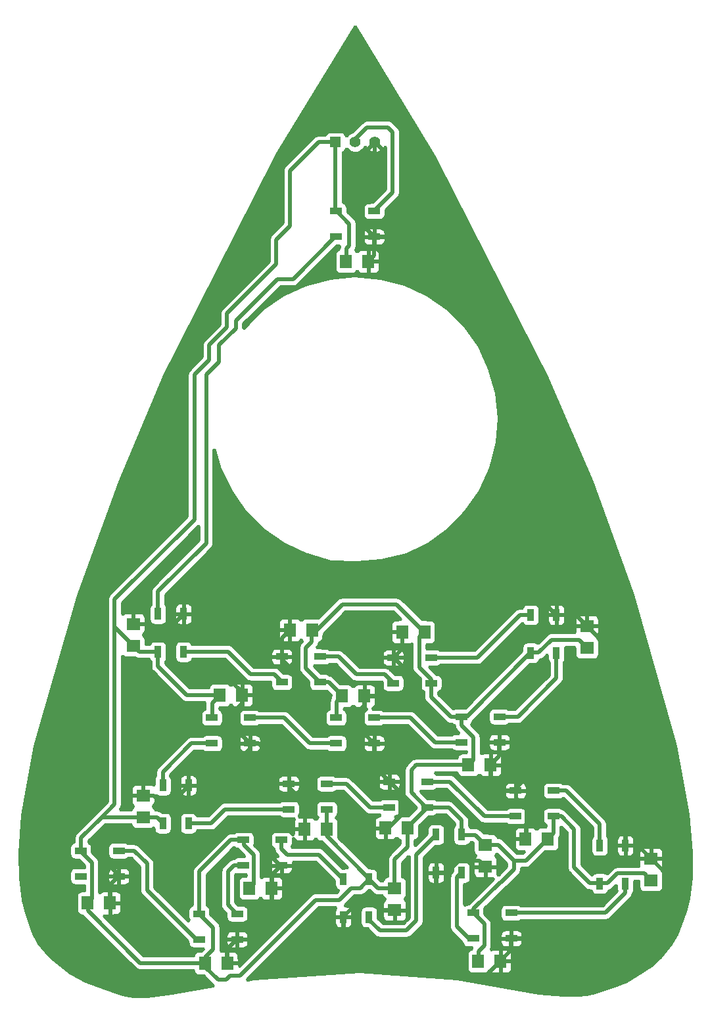
<source format=gtl>
G04 ( created by brdgerber.py ( brdgerber.py v0.1 2014-03-12 ) ) date 2021-05-04 13:10:14 EDT*
G04 Gerber Fmt 3.4, Leading zero omitted, Abs format*
%MOIN*%
%FSLAX34Y34*%
G01*
G70*
G90*
G04 APERTURE LIST*
%ADD11C,0.0550*%
%ADD16C,0.0050*%
%ADD15C,0.0000*%
%ADD22R,0.0709X0.0629*%
%ADD13R,0.0590X0.0354*%
%ADD21C,0.0060*%
%ADD23C,0.0100*%
%ADD18C,0.0200*%
%ADD10R,0.0550X0.0550*%
%ADD12C,0.0120*%
%ADD17R,0.0354X0.0590*%
%ADD14C,0.0032*%
%ADD19C,0.0059*%
%ADD20R,0.0629X0.0709*%
G04 APERTURE END LIST*
G54D11*
D10*
X-27200Y31200D03*
D11*
X-26200Y31200D03*
D11*
X-25200Y31200D03*
D13*
X-31536Y00701D03*
D13*
X-31536Y01999D03*
D13*
X-33464Y00701D03*
D13*
X-33464Y01999D03*
D13*
X-25236Y26401D03*
D13*
X-25236Y27699D03*
D13*
X-27164Y26401D03*
D13*
X-27164Y27699D03*
D17*
X-16001Y07214D03*
D17*
X-17299Y07214D03*
D17*
X-16001Y05286D03*
D17*
X-17299Y05286D03*
D13*
X-18064Y-01701D03*
D13*
X-18064Y-02999D03*
D13*
X-16136Y-01701D03*
D13*
X-16136Y-02999D03*
D13*
X-18886Y00751D03*
D13*
X-18886Y02049D03*
D13*
X-20814Y00751D03*
D13*
X-20814Y02049D03*
D13*
X-38186Y-06049D03*
D13*
X-38186Y-04751D03*
D13*
X-40114Y-06049D03*
D13*
X-40114Y-04751D03*
D13*
X-25236Y00701D03*
D13*
X-25236Y01999D03*
D13*
X-27164Y00701D03*
D13*
X-27164Y01999D03*
D13*
X-24464Y-01251D03*
D13*
X-24464Y-02549D03*
D13*
X-22536Y-01251D03*
D13*
X-22536Y-02549D03*
D17*
X-26799Y-08114D03*
D17*
X-25501Y-08114D03*
D17*
X-26799Y-06186D03*
D17*
X-25501Y-06186D03*
D17*
X-22099Y-05864D03*
D17*
X-20801Y-05864D03*
D17*
X-22099Y-03936D03*
D17*
X-20801Y-03936D03*
D13*
X-29936Y-05499D03*
D13*
X-29936Y-04201D03*
D13*
X-31864Y-05499D03*
D13*
X-31864Y-04201D03*
D17*
X-34651Y-01436D03*
D17*
X-35949Y-01436D03*
D17*
X-34651Y-03364D03*
D17*
X-35949Y-03364D03*
D17*
X-34901Y07264D03*
D17*
X-36199Y07264D03*
D17*
X-34901Y05336D03*
D17*
X-36199Y05336D03*
D17*
X-12501Y-04486D03*
D17*
X-13799Y-04486D03*
D17*
X-12501Y-06414D03*
D17*
X-13799Y-06414D03*
D13*
X-18286Y-09199D03*
D13*
X-18286Y-07901D03*
D13*
X-20214Y-09199D03*
D13*
X-20214Y-07901D03*
D13*
X-32186Y-09249D03*
D13*
X-32186Y-07951D03*
D13*
X-34114Y-09249D03*
D13*
X-34114Y-07951D03*
D13*
X-24264Y05049D03*
D13*
X-24264Y03751D03*
D13*
X-22336Y05049D03*
D13*
X-22336Y03751D03*
D13*
X-29564Y-01351D03*
D13*
X-29564Y-02649D03*
D13*
X-27636Y-01351D03*
D13*
X-27636Y-02649D03*
D18*
G01X-26500Y27050D02*
G01X-27150Y27700D01*
D13*
X-29914Y05099D03*
D13*
X-29914Y03801D03*
D13*
X-27986Y05099D03*
D13*
X-27986Y03801D03*
D18*
G01X-35550Y04900D02*
G01X-35550Y06600D01*
D18*
G01X-31550Y00700D02*
G01X-31550Y00650D01*
D20*
X-25541Y25150D03*
D20*
X-26659Y25150D03*
D22*
X-37450Y06759D03*
D22*
X-37450Y05641D03*
D20*
X-29509Y06450D03*
D20*
X-28391Y06450D03*
D20*
X-23809Y06350D03*
D20*
X-22691Y06350D03*
D22*
X-14450Y06659D03*
D22*
X-14450Y05541D03*
D20*
X-31941Y03150D03*
D20*
X-33059Y03150D03*
D20*
X-25741Y03100D03*
D20*
X-26859Y03100D03*
D20*
X-19341Y-00400D03*
D20*
X-20459Y-00400D03*
D22*
X-36950Y-01941D03*
D22*
X-36950Y-03059D03*
D20*
X-28759Y-03650D03*
D20*
X-27641Y-03650D03*
D20*
X-24659Y-03600D03*
D20*
X-23541Y-03600D03*
D20*
X-17559Y-04150D03*
D20*
X-16441Y-04150D03*
D20*
X-18841Y-10350D03*
D20*
X-19959Y-10350D03*
D22*
X-11200Y-05141D03*
D22*
X-11200Y-06259D03*
D22*
X-19600Y-05559D03*
D22*
X-19600Y-04441D03*
D22*
X-24200Y-07759D03*
D22*
X-24200Y-06641D03*
D20*
X-30441Y-06650D03*
D20*
X-31559Y-06650D03*
D20*
X-32691Y-10450D03*
D20*
X-33809Y-10450D03*
D20*
X-38641Y-07400D03*
D20*
X-39759Y-07400D03*
D18*
G01X-40100Y-04750D02*
G01X-40100Y-04800D01*
D18*
G01X-40100Y-04800D02*
G01X-39550Y-05350D01*
D18*
G01X-39550Y-05350D02*
G01X-39550Y-07200D01*
D18*
G01X-39550Y-07200D02*
G01X-39750Y-07400D01*
D18*
G01X-38650Y-07400D02*
G01X-38650Y-06500D01*
D18*
G01X-38650Y-06500D02*
G01X-38200Y-06050D01*
D18*
G01X-36950Y-01950D02*
G01X-36400Y-01950D01*
D18*
G01X-36400Y-01950D02*
G01X-36200Y-02150D01*
D18*
G01X-36200Y-02150D02*
G01X-35350Y-02150D01*
D18*
G01X-35350Y-02150D02*
G01X-34650Y-01450D01*
D18*
G01X-36950Y-03050D02*
G01X-36250Y-03050D01*
D18*
G01X-36250Y-03050D02*
G01X-35950Y-03350D01*
D18*
G01X-31850Y-04200D02*
G01X-31850Y-04450D01*
D18*
G01X-31850Y-04450D02*
G01X-31350Y-04950D01*
D18*
G01X-31350Y-04950D02*
G01X-31350Y-06450D01*
D18*
G01X-31350Y-06450D02*
G01X-31550Y-06650D01*
D18*
G01X-30450Y-06650D02*
G01X-30450Y-06000D01*
D18*
G01X-30450Y-06000D02*
G01X-29950Y-05500D01*
D18*
G01X-32700Y-10450D02*
G01X-32700Y-09750D01*
D18*
G01X-32700Y-09750D02*
G01X-32200Y-09250D01*
D18*
G01X-33800Y-10450D02*
G01X-33800Y-10150D01*
D18*
G01X-33800Y-10150D02*
G01X-33400Y-09750D01*
D18*
G01X-33400Y-09750D02*
G01X-33400Y-08650D01*
D18*
G01X-33400Y-08650D02*
G01X-34100Y-07950D01*
D18*
G01X-24200Y-06650D02*
G01X-25050Y-06650D01*
D18*
G01X-25050Y-06650D02*
G01X-25500Y-06200D01*
D18*
G01X-24200Y-07750D02*
G01X-24900Y-07750D01*
D18*
G01X-24900Y-07750D02*
G01X-25200Y-07450D01*
D18*
G01X-25200Y-07450D02*
G01X-26150Y-07450D01*
D18*
G01X-26150Y-07450D02*
G01X-26800Y-08100D01*
D18*
G01X-19950Y-10350D02*
G01X-19950Y-09850D01*
D18*
G01X-19950Y-09850D02*
G01X-19650Y-09550D01*
D18*
G01X-19650Y-09550D02*
G01X-19650Y-08450D01*
D18*
G01X-19650Y-08450D02*
G01X-20200Y-07900D01*
D18*
G01X-18300Y-09200D02*
G01X-18300Y-09800D01*
D18*
G01X-18300Y-09800D02*
G01X-18850Y-10350D01*
D18*
G01X-12500Y-04500D02*
G01X-11850Y-04500D01*
D18*
G01X-11850Y-04500D02*
G01X-11200Y-05150D01*
D18*
G01X-13800Y-06400D02*
G01X-13400Y-06400D01*
D18*
G01X-13400Y-06400D02*
G01X-12900Y-05900D01*
D18*
G01X-12900Y-05900D02*
G01X-11550Y-05900D01*
D18*
G01X-11550Y-05900D02*
G01X-11200Y-06250D01*
D18*
G01X-16150Y-03000D02*
G01X-16150Y-03850D01*
D18*
G01X-16150Y-03850D02*
G01X-16450Y-04150D01*
D18*
G01X-18050Y-01700D02*
G01X-18050Y-02100D01*
D18*
G01X-18050Y-02100D02*
G01X-17500Y-02650D01*
D18*
G01X-17500Y-02650D02*
G01X-17500Y-04100D01*
D18*
G01X-17500Y-04100D02*
G01X-17550Y-04150D01*
D18*
G01X-20800Y-03950D02*
G01X-20100Y-03950D01*
D18*
G01X-20100Y-03950D02*
G01X-19600Y-04450D01*
D18*
G01X-22100Y-05850D02*
G01X-21550Y-05850D01*
D18*
G01X-21550Y-05850D02*
G01X-20950Y-05250D01*
D18*
G01X-20950Y-05250D02*
G01X-19900Y-05250D01*
D18*
G01X-19900Y-05250D02*
G01X-19600Y-05550D01*
D18*
G01X-23550Y-03600D02*
G01X-23550Y-03550D01*
D18*
G01X-23550Y-03550D02*
G01X-22550Y-02550D01*
D18*
G01X-24650Y-03600D02*
G01X-24500Y-03600D01*
D18*
G01X-24500Y-03600D02*
G01X-23900Y-03000D01*
D18*
G01X-23900Y-03000D02*
G01X-23900Y-01800D01*
D18*
G01X-23900Y-01800D02*
G01X-24450Y-01250D01*
D18*
G01X-27650Y-03650D02*
G01X-27650Y-02650D01*
D18*
G01X-29550Y-01350D02*
G01X-29550Y-01550D01*
D18*
G01X-29550Y-01550D02*
G01X-28750Y-02350D01*
D18*
G01X-28750Y-02350D02*
G01X-28750Y-03650D01*
D18*
G01X-27150Y02000D02*
G01X-27150Y02800D01*
D18*
G01X-27150Y02800D02*
G01X-26850Y03100D01*
D18*
G01X-25750Y03100D02*
G01X-25750Y02600D01*
D18*
G01X-25750Y02600D02*
G01X-26000Y02350D01*
D18*
G01X-26000Y02350D02*
G01X-26000Y01450D01*
D18*
G01X-26000Y01450D02*
G01X-25250Y00700D01*
D18*
G01X-23800Y06350D02*
G01X-23800Y05500D01*
D18*
G01X-23800Y05500D02*
G01X-24250Y05050D01*
D18*
G01X-22350Y03750D02*
G01X-22350Y03950D01*
D18*
G01X-22350Y03950D02*
G01X-22950Y04550D01*
D18*
G01X-22950Y04550D02*
G01X-22950Y06100D01*
D18*
G01X-22950Y06100D02*
G01X-22700Y06350D01*
D18*
G01X-18900Y00750D02*
G01X-18900Y00050D01*
D18*
G01X-18900Y00050D02*
G01X-19350Y-00400D01*
D18*
G01X-20800Y02050D02*
G01X-20800Y01600D01*
D18*
G01X-20800Y01600D02*
G01X-20200Y01000D01*
D18*
G01X-20200Y01000D02*
G01X-20200Y-00150D01*
D18*
G01X-20200Y-00150D02*
G01X-20450Y-00400D01*
D18*
G01X-16000Y07200D02*
G01X-15000Y07200D01*
D18*
G01X-15000Y07200D02*
G01X-14450Y06650D01*
D18*
G01X-17300Y05300D02*
G01X-16900Y05300D01*
D18*
G01X-16900Y05300D02*
G01X-16250Y05950D01*
D18*
G01X-16250Y05950D02*
G01X-14850Y05950D01*
D18*
G01X-14850Y05950D02*
G01X-14450Y05550D01*
D18*
G01X-36200Y05350D02*
G01X-37150Y05350D01*
D18*
G01X-37150Y05350D02*
G01X-37450Y05650D01*
D18*
G01X-37450Y06750D02*
G01X-36800Y06750D01*
D18*
G01X-36800Y06750D02*
G01X-36600Y06550D01*
D18*
G01X-36600Y06550D02*
G01X-35600Y06550D01*
D18*
G01X-35600Y06550D02*
G01X-34900Y07250D01*
D18*
G01X-29900Y05100D02*
G01X-29900Y06050D01*
D18*
G01X-29900Y06050D02*
G01X-29500Y06450D01*
D18*
G01X-28400Y06450D02*
G01X-28400Y05850D01*
D18*
G01X-28400Y05850D02*
G01X-28700Y05550D01*
D18*
G01X-28700Y05550D02*
G01X-28700Y04500D01*
D18*
G01X-28700Y04500D02*
G01X-28000Y03800D01*
D18*
G01X-33450Y02000D02*
G01X-33450Y02750D01*
D18*
G01X-33450Y02750D02*
G01X-33050Y03150D01*
D18*
G01X-31950Y03150D02*
G01X-31950Y02700D01*
D18*
G01X-31950Y02700D02*
G01X-32250Y02400D01*
D18*
G01X-32250Y02400D02*
G01X-32250Y01400D01*
D18*
G01X-32250Y01400D02*
G01X-31550Y00700D01*
D18*
G01X-25250Y26400D02*
G01X-25250Y25450D01*
D18*
G01X-25250Y25450D02*
G01X-25550Y25150D01*
D18*
G01X-26650Y25150D02*
G01X-26650Y25800D01*
D18*
G01X-26650Y25800D02*
G01X-26500Y25950D01*
D18*
G01X-26500Y25950D02*
G01X-26500Y27050D01*
D18*
G01X-27200Y31200D02*
G01X-27200Y27750D01*
D18*
G01X-27200Y27750D02*
G01X-27150Y27700D01*
D18*
G01X-25200Y31200D02*
G01X-25200Y30300D01*
D18*
G01X-25200Y30300D02*
G01X-26150Y29350D01*
D18*
G01X-26150Y29350D02*
G01X-26150Y27300D01*
D18*
G01X-26150Y27300D02*
G01X-25250Y26400D01*
D18*
G01X-26200Y31200D02*
G01X-26200Y31350D01*
D18*
G01X-26200Y31350D02*
G01X-25600Y31950D01*
D18*
G01X-25600Y31950D02*
G01X-24550Y31950D01*
D18*
G01X-24550Y31950D02*
G01X-24300Y31700D01*
D18*
G01X-24300Y31700D02*
G01X-24300Y28650D01*
D18*
G01X-24300Y28650D02*
G01X-25250Y27700D01*
D18*
G01X-27150Y26400D02*
G01X-27200Y26400D01*
D18*
G01X-27200Y26400D02*
G01X-29350Y24250D01*
D18*
G01X-29350Y24250D02*
G01X-30150Y24250D01*
D18*
G01X-30150Y24250D02*
G01X-32250Y22150D01*
D18*
G01X-32250Y22150D02*
G01X-32250Y21750D01*
D18*
G01X-32250Y21750D02*
G01X-33100Y20900D01*
D18*
G01X-33100Y20900D02*
G01X-33100Y20050D01*
D18*
G01X-33100Y20050D02*
G01X-33750Y19400D01*
D18*
G01X-33750Y19400D02*
G01X-33750Y10850D01*
D18*
G01X-33750Y10850D02*
G01X-36200Y08400D01*
D18*
G01X-36200Y08400D02*
G01X-36200Y07250D01*
D18*
G01X-27200Y31200D02*
G01X-28050Y31200D01*
D18*
G01X-28050Y31200D02*
G01X-29500Y29750D01*
D18*
G01X-29500Y29750D02*
G01X-29500Y26950D01*
D18*
G01X-29500Y26950D02*
G01X-30200Y26250D01*
D18*
G01X-30200Y26250D02*
G01X-30200Y25000D01*
D18*
G01X-30200Y25000D02*
G01X-32700Y22500D01*
D18*
G01X-32700Y22500D02*
G01X-32700Y21800D01*
D18*
G01X-32700Y21800D02*
G01X-33600Y20900D01*
D18*
G01X-33600Y20900D02*
G01X-33600Y20150D01*
D18*
G01X-33600Y20150D02*
G01X-34350Y19400D01*
D18*
G01X-34350Y19400D02*
G01X-34350Y12050D01*
D18*
G01X-34350Y12050D02*
G01X-38400Y08000D01*
D18*
G01X-38400Y08000D02*
G01X-38400Y06600D01*
D18*
G01X-38400Y06600D02*
G01X-37450Y05650D01*
D18*
G01X-34900Y05350D02*
G01X-32650Y05350D01*
D18*
G01X-32650Y05350D02*
G01X-31500Y04200D01*
D18*
G01X-31500Y04200D02*
G01X-30300Y04200D01*
D18*
G01X-30300Y04200D02*
G01X-29900Y03800D01*
D18*
G01X-28000Y05100D02*
G01X-27050Y05100D01*
D18*
G01X-27050Y05100D02*
G01X-26150Y04200D01*
D18*
G01X-26150Y04200D02*
G01X-24700Y04200D01*
D18*
G01X-24700Y04200D02*
G01X-24250Y03750D01*
D18*
G01X-22350Y05050D02*
G01X-20000Y05050D01*
D18*
G01X-20000Y05050D02*
G01X-17850Y07200D01*
D18*
G01X-17850Y07200D02*
G01X-17300Y07200D01*
D18*
G01X-16000Y05300D02*
G01X-16000Y04000D01*
D18*
G01X-16000Y04000D02*
G01X-17950Y02050D01*
D18*
G01X-17950Y02050D02*
G01X-18900Y02050D01*
D18*
G01X-20800Y00750D02*
G01X-22150Y00750D01*
D18*
G01X-22150Y00750D02*
G01X-23400Y02000D01*
D18*
G01X-23400Y02000D02*
G01X-25250Y02000D01*
D18*
G01X-27150Y00700D02*
G01X-28500Y00700D01*
D18*
G01X-28500Y00700D02*
G01X-29800Y02000D01*
D18*
G01X-29800Y02000D02*
G01X-31550Y02000D01*
D18*
G01X-33450Y00700D02*
G01X-34500Y00700D01*
D18*
G01X-34500Y00700D02*
G01X-35950Y-00750D01*
D18*
G01X-35950Y-00750D02*
G01X-35950Y-01450D01*
D18*
G01X-34650Y-03350D02*
G01X-33500Y-03350D01*
D18*
G01X-33500Y-03350D02*
G01X-32800Y-02650D01*
D18*
G01X-32800Y-02650D02*
G01X-29550Y-02650D01*
D18*
G01X-27650Y-01350D02*
G01X-26650Y-01350D01*
D18*
G01X-26650Y-01350D02*
G01X-25450Y-02550D01*
D18*
G01X-25450Y-02550D02*
G01X-24450Y-02550D01*
D18*
G01X-22550Y-01250D02*
G01X-21400Y-01250D01*
D18*
G01X-21400Y-01250D02*
G01X-19650Y-03000D01*
D18*
G01X-19650Y-03000D02*
G01X-18050Y-03000D01*
D18*
G01X-16150Y-01700D02*
G01X-15500Y-01700D01*
D18*
G01X-15500Y-01700D02*
G01X-13800Y-03400D01*
D18*
G01X-13800Y-03400D02*
G01X-13800Y-04500D01*
D18*
G01X-18300Y-07900D02*
G01X-13500Y-07900D01*
D18*
G01X-13500Y-07900D02*
G01X-12500Y-06900D01*
D18*
G01X-12500Y-06900D02*
G01X-12500Y-06400D01*
D18*
G01X-20200Y-09200D02*
G01X-20450Y-09200D01*
D18*
G01X-20450Y-09200D02*
G01X-21050Y-08600D01*
D18*
G01X-21050Y-08600D02*
G01X-21050Y-06100D01*
D18*
G01X-21050Y-06100D02*
G01X-20800Y-05850D01*
D18*
G01X-25500Y-08100D02*
G01X-25500Y-08250D01*
D18*
G01X-25500Y-08250D02*
G01X-24950Y-08800D01*
D18*
G01X-24950Y-08800D02*
G01X-23600Y-08800D01*
D18*
G01X-23600Y-08800D02*
G01X-23100Y-08300D01*
D18*
G01X-23100Y-08300D02*
G01X-23100Y-04950D01*
D18*
G01X-23100Y-04950D02*
G01X-22100Y-03950D01*
D18*
G01X-29950Y-04200D02*
G01X-29950Y-04650D01*
D18*
G01X-29950Y-04650D02*
G01X-29650Y-04950D01*
D18*
G01X-29650Y-04950D02*
G01X-28050Y-04950D01*
D18*
G01X-28050Y-04950D02*
G01X-26800Y-06200D01*
D18*
G01X-31850Y-05500D02*
G01X-32350Y-05500D01*
D18*
G01X-32350Y-05500D02*
G01X-32650Y-05800D01*
D18*
G01X-32650Y-05800D02*
G01X-32650Y-07500D01*
D18*
G01X-32650Y-07500D02*
G01X-32200Y-07950D01*
D18*
G01X-34100Y-09250D02*
G01X-34250Y-09250D01*
D18*
G01X-34250Y-09250D02*
G01X-36750Y-06750D01*
D18*
G01X-36750Y-06750D02*
G01X-36750Y-05400D01*
D18*
G01X-36750Y-05400D02*
G01X-37400Y-04750D01*
D18*
G01X-37400Y-04750D02*
G01X-38200Y-04750D01*
D18*
G01X-36200Y05350D02*
G01X-36200Y04600D01*
D18*
G01X-36200Y04600D02*
G01X-34750Y03150D01*
D18*
G01X-34750Y03150D02*
G01X-33050Y03150D01*
D18*
G01X-40100Y-04750D02*
G01X-40100Y-04100D01*
D18*
G01X-40100Y-04100D02*
G01X-39050Y-03050D01*
D18*
G01X-39050Y-03050D02*
G01X-36950Y-03050D01*
D18*
G01X-38200Y-06050D02*
G01X-38200Y-05950D01*
D18*
G01X-38200Y-05950D02*
G01X-39200Y-04950D01*
D18*
G01X-39200Y-04950D02*
G01X-39200Y-04400D01*
D18*
G01X-39200Y-04400D02*
G01X-38800Y-04000D01*
D18*
G01X-38800Y-04000D02*
G01X-36700Y-04000D01*
D18*
G01X-36700Y-04000D02*
G01X-36300Y-04400D01*
D18*
G01X-36300Y-04400D02*
G01X-35500Y-04400D01*
D18*
G01X-35500Y-04400D02*
G01X-35350Y-04250D01*
D18*
G01X-35350Y-04250D02*
G01X-35350Y-02150D01*
D18*
G01X-38400Y06600D02*
G01X-38400Y-02400D01*
D18*
G01X-38400Y-02400D02*
G01X-39050Y-03050D01*
D18*
G01X-31950Y03150D02*
G01X-31950Y03300D01*
D18*
G01X-31950Y03300D02*
G01X-32900Y04250D01*
D18*
G01X-32900Y04250D02*
G01X-34900Y04250D01*
D18*
G01X-34900Y04250D02*
G01X-35550Y04900D01*
D18*
G01X-29900Y05100D02*
G01X-29900Y04950D01*
D18*
G01X-29900Y04950D02*
G01X-29100Y04150D01*
D18*
G01X-29100Y04150D02*
G01X-29100Y03500D01*
D18*
G01X-29100Y03500D02*
G01X-29450Y03150D01*
D18*
G01X-29450Y03150D02*
G01X-31950Y03150D01*
D18*
G01X-28000Y03800D02*
G01X-27550Y03800D01*
D18*
G01X-27550Y03800D02*
G01X-26850Y03100D01*
D18*
G01X-26000Y01450D02*
G01X-27600Y01450D01*
D18*
G01X-27600Y01450D02*
G01X-29300Y03150D01*
D18*
G01X-29300Y03150D02*
G01X-29450Y03150D01*
D18*
G01X-25750Y03100D02*
G01X-23700Y03100D01*
D18*
G01X-23700Y03100D02*
G01X-23500Y03300D01*
D18*
G01X-23500Y03300D02*
G01X-23500Y04300D01*
D18*
G01X-23500Y04300D02*
G01X-24250Y05050D01*
D18*
G01X-22350Y03750D02*
G01X-22350Y03050D01*
D18*
G01X-22350Y03050D02*
G01X-21350Y02050D01*
D18*
G01X-21350Y02050D02*
G01X-20800Y02050D01*
D18*
G01X-31550Y00700D02*
G01X-31100Y00700D01*
D18*
G01X-31100Y00700D02*
G01X-29550Y-00850D01*
D18*
G01X-29550Y-00850D02*
G01X-29550Y-01350D01*
D18*
G01X-29950Y-05500D02*
G01X-30000Y-05500D01*
D18*
G01X-30000Y-05500D02*
G01X-30800Y-04700D01*
D18*
G01X-30800Y-04700D02*
G01X-30800Y-03850D01*
D18*
G01X-30800Y-03850D02*
G01X-30600Y-03650D01*
D18*
G01X-30600Y-03650D02*
G01X-28750Y-03650D01*
D18*
G01X-32200Y-09250D02*
G01X-31200Y-09250D01*
D18*
G01X-31200Y-09250D02*
G01X-30450Y-08500D01*
D18*
G01X-30450Y-08500D02*
G01X-30450Y-06650D01*
D18*
G01X-34100Y-07950D02*
G01X-34100Y-05800D01*
D18*
G01X-34100Y-05800D02*
G01X-32500Y-04200D01*
D18*
G01X-32500Y-04200D02*
G01X-31850Y-04200D01*
D18*
G01X-39750Y-07400D02*
G01X-39750Y-07800D01*
D18*
G01X-39750Y-07800D02*
G01X-37100Y-10450D01*
D18*
G01X-37100Y-10450D02*
G01X-33800Y-10450D01*
D18*
G01X-27650Y-03650D02*
G01X-27650Y-04000D01*
D18*
G01X-27650Y-04000D02*
G01X-25500Y-06150D01*
D18*
G01X-25500Y-06150D02*
G01X-25500Y-06200D01*
D18*
G01X-24200Y-06650D02*
G01X-24200Y-05200D01*
D18*
G01X-24200Y-05200D02*
G01X-23550Y-04550D01*
D18*
G01X-23550Y-04550D02*
G01X-23550Y-03600D01*
D18*
G01X-22550Y-02550D02*
G01X-21450Y-02550D01*
D18*
G01X-21450Y-02550D02*
G01X-20800Y-03200D01*
D18*
G01X-20800Y-03200D02*
G01X-20800Y-03950D01*
D18*
G01X-19600Y-04450D02*
G01X-18950Y-04450D01*
D18*
G01X-18950Y-04450D02*
G01X-18150Y-05250D01*
D18*
G01X-18150Y-05250D02*
G01X-17550Y-05250D01*
D18*
G01X-17550Y-05250D02*
G01X-16450Y-04150D01*
D18*
G01X-20200Y-07900D02*
G01X-20200Y-07700D01*
D18*
G01X-20200Y-07700D02*
G01X-18850Y-06350D01*
D18*
G01X-18850Y-06350D02*
G01X-18800Y-06350D01*
D18*
G01X-18800Y-06350D02*
G01X-18150Y-05700D01*
D18*
G01X-18150Y-05700D02*
G01X-18150Y-05250D01*
D18*
G01X-22100Y-05850D02*
G01X-22100Y-09500D01*
D18*
G01X-22100Y-09500D02*
G01X-20450Y-11150D01*
D18*
G01X-20450Y-11150D02*
G01X-19650Y-11150D01*
D18*
G01X-19650Y-11150D02*
G01X-18850Y-10350D01*
D18*
G01X-26800Y-08100D02*
G01X-26800Y-08650D01*
D18*
G01X-26800Y-08650D02*
G01X-25950Y-09500D01*
D18*
G01X-25950Y-09500D02*
G01X-22100Y-09500D01*
D18*
G01X-33800Y-10450D02*
G01X-33800Y-10650D01*
D18*
G01X-33800Y-10650D02*
G01X-33150Y-11300D01*
D18*
G01X-33150Y-11300D02*
G01X-32750Y-11300D01*
D18*
G01X-32750Y-11300D02*
G01X-32550Y-11100D01*
D18*
G01X-32550Y-11100D02*
G01X-32050Y-11100D01*
D18*
G01X-32050Y-11100D02*
G01X-28200Y-07250D01*
D18*
G01X-28200Y-07250D02*
G01X-27000Y-07250D01*
D18*
G01X-27000Y-07250D02*
G01X-26400Y-06650D01*
D18*
G01X-26400Y-06650D02*
G01X-25950Y-06650D01*
D18*
G01X-25950Y-06650D02*
G01X-25500Y-06200D01*
D18*
G01X-25250Y00700D02*
G01X-25250Y-00450D01*
D18*
G01X-25250Y-00450D02*
G01X-24450Y-01250D01*
D18*
G01X-19350Y-00400D02*
G01X-19350Y-01150D01*
D18*
G01X-19350Y-01150D02*
G01X-18800Y-01700D01*
D18*
G01X-18800Y-01700D02*
G01X-18050Y-01700D01*
D18*
G01X-22550Y-02550D02*
G01X-22600Y-02550D01*
D18*
G01X-22600Y-02550D02*
G01X-23350Y-01800D01*
D18*
G01X-23350Y-01800D02*
G01X-23350Y-00650D01*
D18*
G01X-23350Y-00650D02*
G01X-23100Y-00400D01*
D18*
G01X-23100Y-00400D02*
G01X-20450Y-00400D01*
D18*
G01X-18900Y00750D02*
G01X-17400Y00750D01*
D18*
G01X-17400Y00750D02*
G01X-13650Y04500D01*
D18*
G01X-13650Y04500D02*
G01X-13650Y05850D01*
D18*
G01X-13650Y05850D02*
G01X-14450Y06650D01*
D18*
G01X-20800Y02050D02*
G01X-20550Y02050D01*
D18*
G01X-20550Y02050D02*
G01X-17300Y05300D01*
D18*
G01X-28400Y06450D02*
G01X-28150Y06450D01*
D18*
G01X-28150Y06450D02*
G01X-26850Y07750D01*
D18*
G01X-26850Y07750D02*
G01X-24100Y07750D01*
D18*
G01X-24100Y07750D02*
G01X-22700Y06350D01*
D18*
G01X-25250Y26400D02*
G01X-23950Y26400D01*
D18*
G01X-23950Y26400D02*
G01X-19250Y21700D01*
D18*
G01X-19250Y21700D02*
G01X-19250Y21100D01*
D18*
G01X-19250Y21100D02*
G01X-18350Y20200D01*
D18*
G01X-18350Y20200D02*
G01X-18350Y17700D01*
D18*
G01X-18350Y17700D02*
G01X-17750Y17100D01*
D18*
G01X-17750Y17100D02*
G01X-17750Y08950D01*
D18*
G01X-17750Y08950D02*
G01X-16000Y07200D01*
D18*
G01X-16150Y-03000D02*
G01X-15750Y-03000D01*
D18*
G01X-15750Y-03000D02*
G01X-15100Y-03650D01*
D18*
G01X-15100Y-03650D02*
G01X-15100Y-05600D01*
D18*
G01X-15100Y-05600D02*
G01X-14300Y-06400D01*
D18*
G01X-14300Y-06400D02*
G01X-13800Y-06400D01*
D18*
G01X-18050Y-01700D02*
G01X-18050Y-01550D01*
D18*
G01X-18050Y-01550D02*
G01X-17250Y-00750D01*
D18*
G01X-17250Y-00750D02*
G01X-14100Y-00750D01*
D18*
G01X-14100Y-00750D02*
G01X-12500Y-02350D01*
D18*
G01X-12500Y-02350D02*
G01X-12500Y-04500D01*
D18*
G01X-18300Y-09200D02*
G01X-12850Y-09200D01*
D18*
G01X-12850Y-09200D02*
G01X-10250Y-06600D01*
D18*
G01X-10250Y-06600D02*
G01X-10250Y-06100D01*
D18*
G01X-10250Y-06100D02*
G01X-11200Y-05150D01*
D18*
G01X-29500Y06450D02*
G01X-29500Y07200D01*
D18*
G01X-29500Y07200D02*
G01X-27900Y08800D01*
D18*
G01X-27900Y08800D02*
G01X-17900Y08800D01*
D18*
G01X-17900Y08800D02*
G01X-17750Y08950D01*
D18*
G01X-34650Y-01450D02*
G01X-33400Y-01450D01*
D18*
G01X-33400Y-01450D02*
G01X-31550Y00400D01*
D18*
G01X-31550Y00400D02*
G01X-31550Y00700D01*
G36*
G01X-35510Y-12005D02*
G01X-33398Y-11626D01*
G01X-33377Y-11588D01*
G01X-33393Y-11548D01*
G01X-33886Y-11060D01*
G01X-34122Y-11055D01*
G01X-34202Y-11041D01*
G01X-34269Y-11007D01*
G01X-34326Y-10950D01*
G01X-34361Y-10880D01*
G01X-34380Y-10812D01*
G01X-34403Y-10797D01*
G01X-37115Y-10800D01*
G01X-37180Y-10790D01*
G01X-37249Y-10766D01*
G01X-37310Y-10729D01*
G01X-40040Y-08008D01*
G01X-40152Y-07991D01*
G01X-40219Y-07957D01*
G01X-40276Y-07900D01*
G01X-40310Y-07833D01*
G01X-40324Y-07755D01*
G01X-40324Y-07053D01*
G01X-40310Y-06967D01*
G01X-40276Y-06900D01*
G01X-40219Y-06843D01*
G01X-40151Y-06809D01*
G01X-40072Y-06796D01*
G01X-39947Y-06796D01*
G01X-39918Y-06786D01*
G01X-39899Y-06761D01*
G01X-39897Y-06526D01*
G01X-39907Y-06497D01*
G01X-39932Y-06478D01*
G01X-40407Y-06476D01*
G01X-40484Y-06464D01*
G01X-40558Y-06426D01*
G01X-40609Y-06375D01*
G01X-40647Y-06299D01*
G01X-40659Y-06226D01*
G01X-40659Y-05872D01*
G01X-40647Y-05797D01*
G01X-40609Y-05723D01*
G01X-40558Y-05672D01*
G01X-40484Y-05634D01*
G01X-40407Y-05622D01*
G01X-39949Y-05622D01*
G01X-39920Y-05612D01*
G01X-39901Y-05587D01*
G01X-39899Y-05513D01*
G01X-39909Y-05483D01*
G01X-40214Y-05183D01*
G01X-40407Y-05178D01*
G01X-40484Y-05166D01*
G01X-40558Y-05128D01*
G01X-40609Y-05077D01*
G01X-40647Y-05001D01*
G01X-40659Y-04928D01*
G01X-40659Y-04574D01*
G01X-40647Y-04499D01*
G01X-40609Y-04425D01*
G01X-40558Y-04374D01*
G01X-40474Y-04332D01*
G01X-40455Y-04313D01*
G01X-40448Y-04288D01*
G01X-40449Y-04075D01*
G01X-40419Y-03959D01*
G01X-40373Y-03882D01*
G01X-38755Y-02260D01*
G01X-38746Y-02231D01*
G01X-38749Y08007D01*
G01X-38738Y08090D01*
G01X-38713Y08155D01*
G01X-38626Y08267D01*
G01X-34701Y12197D01*
G01X-34699Y19405D01*
G01X-34689Y19487D01*
G01X-34665Y19550D01*
G01X-34623Y19618D01*
G01X-33952Y20295D01*
G01X-33949Y20910D01*
G01X-33939Y20987D01*
G01X-33917Y21046D01*
G01X-33873Y21118D01*
G01X-33052Y21945D01*
G01X-33049Y22506D01*
G01X-33039Y22587D01*
G01X-33016Y22649D01*
G01X-32977Y22714D01*
G01X-30552Y25146D01*
G01X-30549Y26255D01*
G01X-30542Y26317D01*
G01X-30520Y26388D01*
G01X-30473Y26468D01*
G01X-29851Y27096D01*
G01X-29849Y29755D01*
G01X-29839Y29837D01*
G01X-29817Y29896D01*
G01X-29773Y29968D01*
G01X-28275Y31467D01*
G01X-28177Y31524D01*
G01X-28073Y31549D01*
G01X-27745Y31548D01*
G01X-27706Y31566D01*
G01X-27675Y31624D01*
G01X-27624Y31675D01*
G01X-27550Y31713D01*
G01X-27473Y31725D01*
G01X-26927Y31725D01*
G01X-26850Y31713D01*
G01X-26776Y31675D01*
G01X-26725Y31624D01*
G01X-26669Y31524D01*
G01X-26647Y31515D01*
G01X-26623Y31518D01*
G01X-26535Y31604D01*
G01X-26471Y31651D01*
G01X-26330Y31710D01*
G01X-25821Y32221D01*
G01X-25727Y32274D01*
G01X-25623Y32299D01*
G01X-24499Y32296D01*
G01X-24398Y32265D01*
G01X-24339Y32229D01*
G01X-24052Y31947D01*
G01X-23985Y31851D01*
G01X-23954Y31741D01*
G01X-23956Y28712D01*
G01X-23950Y28635D01*
G01X-23974Y28523D01*
G01X-24006Y28460D01*
G01X-24691Y26351D01*
G01X-25186Y26451D01*
G01X-25286Y26828D01*
G01X-25286Y26451D01*
G01X-25286Y26351D01*
G01X-25286Y25974D01*
G01X-25234Y25755D01*
G01X-25149Y25741D01*
G01X-25081Y25707D01*
G01X-25024Y25650D01*
G01X-24990Y25582D01*
G01X-24977Y25505D01*
G01X-24977Y25200D01*
G01X-24976Y25100D01*
G01X-24976Y24803D01*
G01X-24990Y24718D01*
G01X-25024Y24650D01*
G01X-25081Y24593D01*
G01X-25148Y24559D01*
G01X-25229Y24546D01*
G01X-25491Y24546D01*
G01X-25491Y25100D01*
G01X-24976Y25100D01*
G01X-24977Y25200D01*
G01X-25491Y25200D01*
G01X-25491Y25755D01*
G01X-25234Y25755D01*
G01X-25286Y25974D01*
G01X-25529Y25974D01*
G01X-25606Y25986D01*
G01X-25680Y26024D01*
G01X-25731Y26075D01*
G01X-25769Y26149D01*
G01X-25781Y26224D01*
G01X-25781Y26351D01*
G01X-25286Y26351D01*
G01X-25286Y26451D01*
G01X-25781Y26451D01*
G01X-25781Y26578D01*
G01X-25769Y26653D01*
G01X-25731Y26727D01*
G01X-25680Y26778D01*
G01X-25606Y26816D01*
G01X-25529Y26828D01*
G01X-25286Y26828D01*
G01X-25186Y26451D01*
G01X-25186Y26828D01*
G01X-24943Y26828D01*
G01X-24866Y26816D01*
G01X-24792Y26778D01*
G01X-24741Y26727D01*
G01X-24703Y26653D01*
G01X-24691Y26578D01*
G01X-24691Y26451D01*
G01X-25186Y26451D01*
G01X-24691Y26351D01*
G01X-24691Y26224D01*
G01X-24703Y26149D01*
G01X-24741Y26075D01*
G01X-24792Y26024D01*
G01X-24866Y25986D01*
G01X-24943Y25974D01*
G01X-25186Y25974D01*
G01X-25186Y26351D01*
G01X-24691Y26351D01*
G01X-24006Y28460D01*
G01X-24048Y28409D01*
G01X-24686Y27768D01*
G01X-24691Y27522D01*
G01X-24703Y27447D01*
G01X-24741Y27373D01*
G01X-24792Y27322D01*
G01X-24866Y27284D01*
G01X-24943Y27272D01*
G01X-25529Y27272D01*
G01X-25606Y27284D01*
G01X-25680Y27322D01*
G01X-25731Y27373D01*
G01X-25769Y27447D01*
G01X-25781Y27522D01*
G01X-25781Y27876D01*
G01X-25769Y27951D01*
G01X-25731Y28025D01*
G01X-25680Y28076D01*
G01X-25606Y28114D01*
G01X-25529Y28126D01*
G01X-25312Y28131D01*
G01X-24651Y28796D01*
G01X-25390Y30711D01*
G01X-25481Y30757D01*
G01X-25534Y30796D01*
G01X-25200Y31129D01*
G01X-24866Y30795D01*
G01X-24929Y30749D01*
G01X-25017Y30708D01*
G01X-25107Y30684D01*
G01X-25214Y30675D01*
G01X-25302Y30686D01*
G01X-25390Y30711D01*
G01X-24651Y28796D01*
G01X-24648Y30925D01*
G01X-24655Y30950D01*
G01X-24673Y30968D01*
G01X-24698Y30975D01*
G01X-24723Y30969D01*
G01X-24776Y30891D01*
G01X-24797Y30868D01*
G01X-25164Y31235D01*
G01X-25200Y31200D01*
G01X-25235Y31235D01*
G01X-25603Y30868D01*
G01X-25630Y30899D01*
G01X-25657Y30946D01*
G01X-25689Y30970D01*
G01X-25729Y30962D01*
G01X-25776Y30891D01*
G01X-25864Y30797D01*
G01X-25929Y30749D01*
G01X-26017Y30708D01*
G01X-26107Y30684D01*
G01X-26214Y30675D01*
G01X-26302Y30686D01*
G01X-26390Y30711D01*
G01X-26481Y30757D01*
G01X-26548Y30806D01*
G01X-26622Y30882D01*
G01X-26646Y30885D01*
G01X-26668Y30876D01*
G01X-26725Y30776D01*
G01X-26777Y30724D01*
G01X-26833Y30695D01*
G01X-26846Y30677D01*
G01X-26853Y28152D01*
G01X-26838Y28129D01*
G01X-26720Y28076D01*
G01X-26669Y28025D01*
G01X-26631Y27951D01*
G01X-26619Y27876D01*
G01X-26619Y27682D01*
G01X-26609Y27652D01*
G01X-26223Y27263D01*
G01X-26180Y27190D01*
G01X-26154Y27087D01*
G01X-26155Y25902D01*
G01X-26168Y25846D01*
G01X-26210Y25737D01*
G01X-26203Y25713D01*
G01X-26137Y25645D01*
G01X-26110Y25629D01*
G01X-26071Y25637D01*
G01X-26001Y25707D01*
G01X-25934Y25741D01*
G01X-25854Y25755D01*
G01X-25591Y25755D01*
G01X-25591Y24545D01*
G01X-25848Y24545D01*
G01X-25933Y24559D01*
G01X-26001Y24593D01*
G01X-26071Y24663D01*
G01X-26090Y24671D01*
G01X-26129Y24663D01*
G01X-26199Y24593D01*
G01X-26266Y24559D01*
G01X-26347Y24546D01*
G01X-26966Y24545D01*
G01X-27051Y24559D01*
G01X-27119Y24593D01*
G01X-27176Y24650D01*
G01X-27210Y24717D01*
G01X-27224Y24796D01*
G01X-27224Y25497D01*
G01X-27210Y25582D01*
G01X-27176Y25650D01*
G01X-27119Y25707D01*
G01X-27028Y25747D01*
G01X-27007Y25765D01*
G01X-26979Y25926D01*
G01X-26994Y25960D01*
G01X-27029Y25974D01*
G01X-27138Y25969D01*
G01X-29099Y24005D01*
G01X-29160Y23956D01*
G01X-29249Y23917D01*
G01X-29347Y23900D01*
G01X-29996Y23900D01*
G01X-30023Y23886D01*
G01X-31899Y21998D01*
G01X-31904Y21787D01*
G01X-31893Y21761D01*
G01X-31853Y21742D01*
G01X-31830Y21748D01*
G01X-31717Y21873D01*
G01X-30863Y22728D01*
G01X-29830Y23449D01*
G01X-28755Y23932D01*
G01X-27486Y24289D01*
G01X-26229Y24399D01*
G01X-24909Y24288D01*
G01X-23702Y23968D01*
G01X-22564Y23445D01*
G01X-21506Y22700D01*
G01X-20680Y21872D01*
G01X-19955Y20838D01*
G01X-19435Y19701D01*
G01X-19062Y18492D01*
G01X-18951Y17214D01*
G01X-19052Y15965D01*
G01X-19370Y14688D01*
G01X-19898Y13525D01*
G01X-20627Y12482D01*
G01X-21523Y11585D01*
G01X-22524Y10850D01*
G01X-23618Y10326D01*
G01X-24910Y10003D01*
G01X-26144Y09901D01*
G01X-27430Y09959D01*
G01X-28736Y10328D01*
G01X-29559Y07055D01*
G01X-29559Y06500D01*
G01X-29559Y06400D01*
G01X-29559Y05845D01*
G01X-29544Y05514D01*
G01X-29470Y05476D01*
G01X-29419Y05425D01*
G01X-29381Y05351D01*
G01X-29369Y05276D01*
G01X-29369Y05149D01*
G01X-29369Y05049D01*
G01X-29369Y04922D01*
G01X-29381Y04848D01*
G01X-29419Y04773D01*
G01X-29470Y04722D01*
G01X-29470Y04178D01*
G01X-29419Y04127D01*
G01X-29381Y04053D01*
G01X-29369Y03978D01*
G01X-29369Y03624D01*
G01X-29381Y03549D01*
G01X-29419Y03475D01*
G01X-29470Y03424D01*
G01X-29588Y02278D01*
G01X-28368Y01064D01*
G01X-28333Y01049D01*
G01X-27636Y01052D01*
G01X-27608Y01078D01*
G01X-27534Y01116D01*
G01X-27457Y01128D01*
G01X-26871Y01128D01*
G01X-26794Y01116D01*
G01X-26720Y01078D01*
G01X-26669Y01027D01*
G01X-25781Y00878D01*
G01X-25769Y00953D01*
G01X-25731Y01027D01*
G01X-25680Y01078D01*
G01X-25606Y01116D01*
G01X-25529Y01128D01*
G01X-25286Y01128D01*
G01X-25186Y01128D01*
G01X-24943Y01128D01*
G01X-24866Y01116D01*
G01X-24792Y01078D01*
G01X-24741Y01027D01*
G01X-24703Y00953D01*
G01X-24691Y00878D01*
G01X-24414Y-00824D01*
G01X-24792Y00324D01*
G01X-24514Y-00824D01*
G01X-24514Y-01201D01*
G01X-24414Y-01301D01*
G01X-24514Y-01301D01*
G01X-24514Y-01678D01*
G01X-24757Y-01678D01*
G01X-24834Y-01666D01*
G01X-24908Y-01628D01*
G01X-24959Y-01577D01*
G01X-24997Y-01503D01*
G01X-25009Y-01428D01*
G01X-25009Y-01301D01*
G01X-24514Y-01301D01*
G01X-24414Y-01301D01*
G01X-23919Y-01301D01*
G01X-23919Y-01428D01*
G01X-23931Y-01503D01*
G01X-23969Y-01577D01*
G01X-24020Y-01628D01*
G01X-24094Y-01666D01*
G01X-24171Y-01678D01*
G01X-24414Y-01678D01*
G01X-24414Y-01301D01*
G01X-24514Y-01201D01*
G01X-25009Y-01201D01*
G01X-25009Y-01074D01*
G01X-24997Y-00999D01*
G01X-24959Y-00925D01*
G01X-25606Y00286D01*
G01X-25680Y00324D01*
G01X-25732Y00376D01*
G01X-25769Y00449D01*
G01X-25781Y00527D01*
G01X-25781Y00650D01*
G01X-25286Y00650D01*
G01X-25286Y00274D01*
G01X-25529Y00274D01*
G01X-25606Y00286D01*
G01X-24959Y-00925D01*
G01X-24908Y-00874D01*
G01X-24834Y-00836D01*
G01X-24757Y-00824D01*
G01X-24514Y-00824D01*
G01X-24792Y00324D01*
G01X-24866Y00286D01*
G01X-24943Y00274D01*
G01X-25186Y00274D01*
G01X-25186Y00650D01*
G01X-24691Y00650D01*
G01X-24691Y00527D01*
G01X-24703Y00449D01*
G01X-24740Y00376D01*
G01X-24792Y00324D01*
G01X-24414Y-00824D01*
G01X-24171Y-00824D01*
G01X-24094Y-00836D01*
G01X-24020Y-00874D01*
G01X-23969Y-00925D01*
G01X-23931Y-00999D01*
G01X-23919Y-01074D01*
G01X-23919Y-01201D01*
G01X-24414Y-01201D01*
G01X-24414Y-00824D01*
G01X-24691Y00878D01*
G01X-24691Y00750D01*
G01X-25186Y00750D01*
G01X-25186Y01128D01*
G01X-25286Y01128D01*
G01X-25286Y00750D01*
G01X-25781Y00750D01*
G01X-25781Y00878D01*
G01X-26669Y01027D01*
G01X-26631Y00953D01*
G01X-26619Y00878D01*
G01X-26619Y00524D01*
G01X-26631Y00449D01*
G01X-26668Y00376D01*
G01X-26720Y00324D01*
G01X-26794Y00286D01*
G01X-26871Y00274D01*
G01X-27457Y00274D01*
G01X-27534Y00286D01*
G01X-27608Y00324D01*
G01X-27635Y00349D01*
G01X-28515Y00350D01*
G01X-29120Y-00974D01*
G01X-29069Y-01025D01*
G01X-29031Y-01099D01*
G01X-29019Y-01174D01*
G01X-29019Y-01301D01*
G01X-29019Y-01401D01*
G01X-29019Y-01528D01*
G01X-29031Y-01602D01*
G01X-29069Y-01677D01*
G01X-29120Y-02272D01*
G01X-29069Y-02323D01*
G01X-29032Y-02396D01*
G01X-29019Y-02472D01*
G01X-29019Y-02826D01*
G01X-29031Y-02899D01*
G01X-29068Y-02973D01*
G01X-29070Y-03013D01*
G01X-29043Y-03042D01*
G01X-28809Y-03043D01*
G01X-28809Y-03600D01*
G01X-29324Y-03600D01*
G01X-29324Y-03303D01*
G01X-29310Y-03218D01*
G01X-29274Y-03149D01*
G01X-29272Y-03109D01*
G01X-29299Y-03080D01*
G01X-29857Y-03076D01*
G01X-29934Y-03064D01*
G01X-30008Y-03026D01*
G01X-30036Y-03000D01*
G01X-32638Y-03000D01*
G01X-32668Y-03010D01*
G01X-33249Y-03595D01*
G01X-33310Y-03644D01*
G01X-33399Y-03683D01*
G01X-33497Y-03700D01*
G01X-34188Y-03698D01*
G01X-34213Y-03705D01*
G01X-34232Y-03724D01*
G01X-34274Y-03808D01*
G01X-34325Y-03859D01*
G01X-34399Y-03897D01*
G01X-34476Y-03909D01*
G01X-34826Y-03909D01*
G01X-34903Y-03897D01*
G01X-34977Y-03859D01*
G01X-35028Y-03808D01*
G01X-35066Y-03734D01*
G01X-35078Y-03659D01*
G01X-35078Y-03069D01*
G01X-35066Y-02994D01*
G01X-35028Y-02920D01*
G01X-34977Y-02869D01*
G01X-34977Y-01931D01*
G01X-35029Y-01879D01*
G01X-35066Y-01805D01*
G01X-35078Y-01731D01*
G01X-35078Y-01486D01*
G01X-35078Y-01386D01*
G01X-35078Y-01141D01*
G01X-35066Y-01066D01*
G01X-35028Y-00992D01*
G01X-34977Y-00941D01*
G01X-34903Y-00903D01*
G01X-34826Y-00891D01*
G01X-34701Y-00891D01*
G01X-34601Y-00891D01*
G01X-34476Y-00891D01*
G01X-34399Y-00903D01*
G01X-34325Y-00941D01*
G01X-34274Y-00992D01*
G01X-34236Y-01066D01*
G01X-34224Y-01141D01*
G01X-34224Y-01386D01*
G01X-34224Y-01486D01*
G01X-34224Y-01731D01*
G01X-34236Y-01805D01*
G01X-34273Y-01879D01*
G01X-34325Y-01931D01*
G01X-34399Y-01969D01*
G01X-34476Y-01981D01*
G01X-34601Y-01981D01*
G01X-34601Y-01486D01*
G01X-34224Y-01486D01*
G01X-34224Y-01386D01*
G01X-34601Y-01386D01*
G01X-34601Y-00891D01*
G01X-34701Y-00891D01*
G01X-34701Y-01386D01*
G01X-35078Y-01386D01*
G01X-35078Y-01486D01*
G01X-34701Y-01486D01*
G01X-34701Y-01981D01*
G01X-34826Y-01981D01*
G01X-34903Y-01969D01*
G01X-34977Y-01931D01*
G01X-34977Y-02869D01*
G01X-34903Y-02831D01*
G01X-34826Y-02819D01*
G01X-34476Y-02819D01*
G01X-34399Y-02831D01*
G01X-34325Y-02869D01*
G01X-34274Y-02920D01*
G01X-34240Y-02984D01*
G01X-34201Y-03002D01*
G01X-33642Y-02998D01*
G01X-33007Y-02368D01*
G01X-32942Y-02331D01*
G01X-32842Y-02304D01*
G01X-30109Y-01401D01*
G01X-30109Y-01301D01*
G01X-31586Y00274D01*
G01X-31486Y00274D01*
G01X-31486Y00650D01*
G01X-31586Y00750D01*
G01X-31486Y00750D01*
G01X-31486Y01128D01*
G01X-31243Y01128D01*
G01X-31166Y01116D01*
G01X-31092Y01078D01*
G01X-31041Y01027D01*
G01X-31003Y00953D01*
G01X-30991Y00878D01*
G01X-30991Y00750D01*
G01X-31486Y00750D01*
G01X-31586Y00750D01*
G01X-32081Y00750D01*
G01X-32081Y00878D01*
G01X-32069Y00953D01*
G01X-32031Y01027D01*
G01X-31980Y01078D01*
G01X-31906Y01116D01*
G01X-31829Y01128D01*
G01X-31586Y01128D01*
G01X-31586Y00750D01*
G01X-31486Y00650D01*
G01X-30991Y00650D01*
G01X-30991Y00527D01*
G01X-31003Y00449D01*
G01X-31040Y00376D01*
G01X-31092Y00324D01*
G01X-31166Y00286D01*
G01X-31243Y00274D01*
G01X-31486Y00274D01*
G01X-31586Y00274D01*
G01X-31829Y00274D01*
G01X-31906Y00286D01*
G01X-31980Y00324D01*
G01X-32032Y00376D01*
G01X-32069Y00449D01*
G01X-32081Y00527D01*
G01X-32081Y00650D01*
G01X-31586Y00650D01*
G01X-31586Y00274D01*
G01X-30109Y-01301D01*
G01X-30109Y-01174D01*
G01X-30097Y-01099D01*
G01X-30059Y-01025D01*
G01X-30008Y-00974D01*
G01X-29934Y-00936D01*
G01X-29857Y-00924D01*
G01X-29614Y-00924D01*
G01X-29614Y-01301D01*
G01X-30109Y-01301D01*
G01X-30109Y-01401D01*
G01X-29614Y-01401D01*
G01X-29614Y-01778D01*
G01X-29857Y-01778D01*
G01X-29934Y-01766D01*
G01X-30008Y-01728D01*
G01X-30059Y-01677D01*
G01X-30097Y-01602D01*
G01X-30109Y-01528D01*
G01X-30109Y-01401D01*
G01X-32842Y-02304D01*
G01X-30036Y-02298D01*
G01X-30008Y-02272D01*
G01X-29934Y-02234D01*
G01X-29857Y-02222D01*
G01X-29271Y-02222D01*
G01X-29194Y-02234D01*
G01X-29120Y-02272D01*
G01X-29069Y-01677D01*
G01X-29120Y-01728D01*
G01X-29194Y-01766D01*
G01X-29271Y-01778D01*
G01X-29514Y-01778D01*
G01X-29514Y-01401D01*
G01X-29019Y-01401D01*
G01X-29019Y-01301D01*
G01X-29514Y-01301D01*
G01X-29514Y-00924D01*
G01X-29271Y-00924D01*
G01X-29194Y-00936D01*
G01X-29120Y-00974D01*
G01X-28515Y00350D01*
G01X-28580Y00360D01*
G01X-28649Y00384D01*
G01X-28710Y00421D01*
G01X-29936Y01640D01*
G01X-29963Y01654D01*
G01X-31065Y01647D01*
G01X-31092Y01622D01*
G01X-31166Y01584D01*
G01X-31243Y01572D01*
G01X-31829Y01572D01*
G01X-31906Y01584D01*
G01X-31980Y01622D01*
G01X-32032Y01674D01*
G01X-32069Y01747D01*
G01X-32081Y01822D01*
G01X-32081Y02176D01*
G01X-32069Y02251D01*
G01X-32031Y02325D01*
G01X-31980Y02376D01*
G01X-31906Y02414D01*
G01X-31891Y02546D01*
G01X-31891Y03100D01*
G01X-31891Y03200D01*
G01X-31891Y03755D01*
G01X-31634Y03755D01*
G01X-31549Y03741D01*
G01X-31481Y03707D01*
G01X-31424Y03650D01*
G01X-31390Y03582D01*
G01X-31377Y03505D01*
G01X-31377Y03200D01*
G01X-31891Y03200D01*
G01X-31891Y03100D01*
G01X-31376Y03100D01*
G01X-31376Y02803D01*
G01X-31390Y02718D01*
G01X-31424Y02650D01*
G01X-31481Y02593D01*
G01X-31548Y02559D01*
G01X-31629Y02546D01*
G01X-31891Y02546D01*
G01X-31906Y02414D01*
G01X-31829Y02426D01*
G01X-31243Y02426D01*
G01X-31166Y02414D01*
G01X-31092Y02376D01*
G01X-31067Y02353D01*
G01X-29749Y02346D01*
G01X-29648Y02315D01*
G01X-29588Y02278D01*
G01X-29470Y03424D01*
G01X-29544Y03386D01*
G01X-29621Y03374D01*
G01X-30207Y03374D01*
G01X-30284Y03386D01*
G01X-30358Y03424D01*
G01X-30409Y03475D01*
G01X-30447Y03549D01*
G01X-30459Y03624D01*
G01X-30459Y03805D01*
G01X-30469Y03834D01*
G01X-30494Y03853D01*
G01X-31515Y03850D01*
G01X-31580Y03860D01*
G01X-31649Y03884D01*
G01X-31710Y03921D01*
G01X-32798Y05000D01*
G01X-34438Y05001D01*
G01X-34462Y04995D01*
G01X-34480Y04978D01*
G01X-34524Y04892D01*
G01X-34575Y04841D01*
G01X-34649Y04803D01*
G01X-34726Y04791D01*
G01X-35076Y04791D01*
G01X-35153Y04803D01*
G01X-35227Y04841D01*
G01X-35278Y04892D01*
G01X-35316Y04967D01*
G01X-35328Y05041D01*
G01X-35328Y05631D01*
G01X-35316Y05706D01*
G01X-35278Y05780D01*
G01X-35227Y05831D01*
G01X-35227Y06769D01*
G01X-35278Y06820D01*
G01X-35316Y06894D01*
G01X-35328Y06969D01*
G01X-35328Y07214D01*
G01X-35328Y07314D01*
G01X-35328Y07559D01*
G01X-35316Y07634D01*
G01X-35278Y07708D01*
G01X-35227Y07759D01*
G01X-35153Y07797D01*
G01X-35076Y07809D01*
G01X-34951Y07809D01*
G01X-34851Y07809D01*
G01X-34726Y07809D01*
G01X-34649Y07797D01*
G01X-34575Y07759D01*
G01X-34524Y07708D01*
G01X-34486Y07634D01*
G01X-34474Y07559D01*
G01X-34474Y07314D01*
G01X-34474Y07214D01*
G01X-34474Y06969D01*
G01X-34486Y06894D01*
G01X-34524Y06820D01*
G01X-34575Y06769D01*
G01X-34649Y06731D01*
G01X-34726Y06719D01*
G01X-34851Y06719D01*
G01X-34851Y07214D01*
G01X-34474Y07214D01*
G01X-34474Y07314D01*
G01X-34851Y07314D01*
G01X-34851Y07809D01*
G01X-34951Y07809D01*
G01X-34951Y07314D01*
G01X-35328Y07314D01*
G01X-35328Y07214D01*
G01X-34951Y07214D01*
G01X-34951Y06719D01*
G01X-35076Y06719D01*
G01X-35153Y06731D01*
G01X-35227Y06769D01*
G01X-35227Y05831D01*
G01X-35153Y05869D01*
G01X-35076Y05881D01*
G01X-34726Y05881D01*
G01X-34649Y05869D01*
G01X-34575Y05831D01*
G01X-34524Y05780D01*
G01X-34496Y05725D01*
G01X-34462Y05699D01*
G01X-32599Y05696D01*
G01X-32498Y05665D01*
G01X-32438Y05628D01*
G01X-30409Y05425D01*
G01X-30358Y05476D01*
G01X-30284Y05514D01*
G01X-30207Y05526D01*
G01X-29964Y05526D01*
G01X-29964Y05149D01*
G01X-29964Y05049D01*
G01X-29964Y04672D01*
G01X-30207Y04672D01*
G01X-30284Y04684D01*
G01X-30358Y04722D01*
G01X-30409Y04773D01*
G01X-30447Y04848D01*
G01X-30459Y04922D01*
G01X-30459Y05049D01*
G01X-29964Y05049D01*
G01X-29964Y05149D01*
G01X-30459Y05149D01*
G01X-30459Y05276D01*
G01X-30447Y05351D01*
G01X-30409Y05425D01*
G01X-32438Y05628D01*
G01X-31368Y04564D01*
G01X-31341Y04550D01*
G01X-30267Y04547D01*
G01X-30179Y04528D01*
G01X-30119Y04499D01*
G01X-30064Y04457D01*
G01X-29837Y04233D01*
G01X-29621Y04228D01*
G01X-29544Y04216D01*
G01X-29470Y04178D01*
G01X-29470Y04722D01*
G01X-29544Y04684D01*
G01X-29621Y04672D01*
G01X-29864Y04672D01*
G01X-29864Y05049D01*
G01X-29369Y05049D01*
G01X-29369Y05149D01*
G01X-29864Y05149D01*
G01X-29864Y05526D01*
G01X-29621Y05526D01*
G01X-29544Y05514D01*
G01X-29559Y05845D01*
G01X-29816Y05845D01*
G01X-29901Y05859D01*
G01X-29969Y05893D01*
G01X-30026Y05950D01*
G01X-30060Y06017D01*
G01X-30074Y06096D01*
G01X-30074Y06400D01*
G01X-29559Y06400D01*
G01X-29559Y06500D01*
G01X-30074Y06500D01*
G01X-30074Y06797D01*
G01X-30060Y06882D01*
G01X-30026Y06950D01*
G01X-29969Y07007D01*
G01X-29902Y07041D01*
G01X-29822Y07055D01*
G01X-29559Y07055D01*
G01X-28736Y10328D01*
G01X-29818Y10844D01*
G01X-30863Y11572D01*
G01X-31765Y12473D01*
G01X-32487Y13500D01*
G01X-33028Y14632D01*
G01X-33305Y15583D01*
G01X-33320Y15607D01*
G01X-33346Y15618D01*
G01X-33374Y15615D01*
G01X-33395Y15596D01*
G01X-33403Y15569D01*
G01X-33406Y10912D01*
G01X-33400Y10836D01*
G01X-33408Y10781D01*
G01X-33431Y10709D01*
G01X-33455Y10663D01*
G01X-35846Y08256D01*
G01X-35848Y07736D01*
G01X-35822Y07708D01*
G01X-35784Y07634D01*
G01X-35772Y07559D01*
G01X-35772Y06969D01*
G01X-35784Y06894D01*
G01X-35822Y06820D01*
G01X-35873Y06769D01*
G01X-35947Y06731D01*
G01X-36024Y06719D01*
G01X-36374Y06719D01*
G01X-36451Y06731D01*
G01X-36525Y06769D01*
G01X-36576Y06820D01*
G01X-36846Y06809D01*
G01X-37400Y06809D01*
G01X-37400Y07324D01*
G01X-37103Y07324D01*
G01X-37018Y07310D01*
G01X-36950Y07276D01*
G01X-36893Y07219D01*
G01X-36859Y07151D01*
G01X-36846Y07074D01*
G01X-36846Y06809D01*
G01X-36576Y06820D01*
G01X-36614Y06894D01*
G01X-36626Y06969D01*
G01X-36626Y07559D01*
G01X-36614Y07634D01*
G01X-36549Y07742D01*
G01X-36549Y08412D01*
G01X-36539Y08487D01*
G01X-36516Y08547D01*
G01X-36473Y08618D01*
G01X-34098Y11005D01*
G01X-34101Y11717D01*
G01X-34138Y11743D01*
G01X-34161Y11742D01*
G01X-38046Y07856D01*
G01X-38048Y07271D01*
G01X-38011Y07245D01*
G01X-37988Y07246D01*
G01X-37950Y07276D01*
G01X-37883Y07310D01*
G01X-37803Y07324D01*
G01X-37500Y07324D01*
G01X-37500Y06759D01*
G01X-37450Y06759D01*
G01X-37450Y06709D01*
G01X-36845Y06709D01*
G01X-36845Y06452D01*
G01X-36859Y06367D01*
G01X-36892Y06300D01*
G01X-36963Y06229D01*
G01X-36971Y06210D01*
G01X-36963Y06171D01*
G01X-36893Y06101D01*
G01X-36859Y06033D01*
G01X-36846Y05956D01*
G01X-36846Y05748D01*
G01X-36837Y05719D01*
G01X-36812Y05701D01*
G01X-36649Y05697D01*
G01X-36610Y05715D01*
G01X-36577Y05779D01*
G01X-36525Y05831D01*
G01X-36451Y05869D01*
G01X-36374Y05881D01*
G01X-36024Y05881D01*
G01X-35947Y05869D01*
G01X-35873Y05831D01*
G01X-35822Y05780D01*
G01X-35784Y05706D01*
G01X-35772Y05631D01*
G01X-35772Y05041D01*
G01X-35784Y04967D01*
G01X-35822Y04892D01*
G01X-35849Y04863D01*
G01X-35852Y04750D01*
G01X-34606Y03504D01*
G01X-33667Y03497D01*
G01X-33640Y03505D01*
G01X-33622Y03525D01*
G01X-33610Y03583D01*
G01X-33576Y03650D01*
G01X-33519Y03707D01*
G01X-33452Y03741D01*
G01X-33372Y03755D01*
G01X-32752Y03755D01*
G01X-32667Y03741D01*
G01X-32599Y03707D01*
G01X-32529Y03637D01*
G01X-32510Y03629D01*
G01X-32471Y03637D01*
G01X-32401Y03707D01*
G01X-32334Y03741D01*
G01X-32254Y03755D01*
G01X-31991Y03755D01*
G01X-31991Y02545D01*
G01X-32248Y02545D01*
G01X-32333Y02559D01*
G01X-32401Y02593D01*
G01X-32471Y02663D01*
G01X-32490Y02671D01*
G01X-32529Y02663D01*
G01X-32599Y02593D01*
G01X-32666Y02559D01*
G01X-32747Y02546D01*
G01X-33052Y02546D01*
G01X-33081Y02536D01*
G01X-33100Y02511D01*
G01X-33102Y02449D01*
G01X-33084Y02410D01*
G01X-33020Y02376D01*
G01X-32969Y02325D01*
G01X-32931Y02251D01*
G01X-32919Y02176D01*
G01X-32919Y01822D01*
G01X-32931Y01747D01*
G01X-32968Y01674D01*
G01X-33020Y01622D01*
G01X-33094Y01584D01*
G01X-33171Y01572D01*
G01X-33757Y01572D01*
G01X-33834Y01584D01*
G01X-33908Y01622D01*
G01X-33960Y01674D01*
G01X-33997Y01747D01*
G01X-34009Y01822D01*
G01X-34009Y02176D01*
G01X-33997Y02251D01*
G01X-33959Y02325D01*
G01X-33908Y02376D01*
G01X-33813Y02426D01*
G01X-33800Y02449D01*
G01X-33799Y02753D01*
G01X-33809Y02783D01*
G01X-33834Y02801D01*
G01X-34765Y02800D01*
G01X-34830Y02810D01*
G01X-34899Y02834D01*
G01X-34960Y02871D01*
G01X-36455Y04360D01*
G01X-36499Y04418D01*
G01X-36542Y04526D01*
G01X-37000Y-01377D01*
G01X-37000Y-01891D01*
G01X-37555Y-01891D01*
G01X-37555Y-01634D01*
G01X-37541Y-01549D01*
G01X-37507Y-01481D01*
G01X-37450Y-01424D01*
G01X-37382Y-01390D01*
G01X-37303Y-01377D01*
G01X-37000Y-01377D01*
G01X-36542Y04526D01*
G01X-36549Y04859D01*
G01X-36625Y04987D01*
G01X-36649Y05001D01*
G01X-37165Y05000D01*
G01X-37230Y05010D01*
G01X-37299Y05034D01*
G01X-37373Y05076D01*
G01X-37797Y05076D01*
G01X-37882Y05090D01*
G01X-37950Y05124D01*
G01X-37986Y05152D01*
G01X-38009Y05153D01*
G01X-38046Y05127D01*
G01X-38056Y-02338D01*
G01X-38050Y-02415D01*
G01X-38058Y-02469D01*
G01X-38080Y-02538D01*
G01X-38140Y-02637D01*
G01X-38141Y-02660D01*
G01X-38115Y-02697D01*
G01X-37590Y-02703D01*
G01X-37566Y-02697D01*
G01X-37548Y-02680D01*
G01X-37507Y-02599D01*
G01X-37437Y-02529D01*
G01X-37429Y-02510D01*
G01X-37437Y-02471D01*
G01X-37507Y-02401D01*
G01X-37541Y-02333D01*
G01X-37555Y-02256D01*
G01X-37555Y-01991D01*
G01X-36950Y-01991D01*
G01X-36950Y-01941D01*
G01X-36900Y-01941D01*
G01X-36900Y-01376D01*
G01X-36603Y-01376D01*
G01X-36518Y-01390D01*
G01X-36448Y-01425D01*
G01X-36409Y-01427D01*
G01X-36380Y-01400D01*
G01X-36376Y-01141D01*
G01X-36364Y-01066D01*
G01X-36326Y-00992D01*
G01X-36303Y-00967D01*
G01X-36299Y-00747D01*
G01X-36289Y-00663D01*
G01X-36270Y-00612D01*
G01X-36232Y-00545D01*
G01X-34707Y00982D01*
G01X-34642Y01019D01*
G01X-34542Y01046D01*
G01X-33936Y01052D01*
G01X-33908Y01078D01*
G01X-33834Y01116D01*
G01X-33757Y01128D01*
G01X-33171Y01128D01*
G01X-33094Y01116D01*
G01X-33020Y01078D01*
G01X-32969Y01027D01*
G01X-32931Y00953D01*
G01X-32919Y00878D01*
G01X-32919Y00524D01*
G01X-32931Y00449D01*
G01X-32968Y00376D01*
G01X-33020Y00324D01*
G01X-33094Y00286D01*
G01X-33171Y00274D01*
G01X-33757Y00274D01*
G01X-33834Y00286D01*
G01X-33942Y00351D01*
G01X-34346Y00350D01*
G01X-34373Y00336D01*
G01X-35598Y-00900D01*
G01X-35602Y-00948D01*
G01X-35534Y-01066D01*
G01X-35522Y-01141D01*
G01X-35522Y-01731D01*
G01X-35534Y-01805D01*
G01X-35571Y-01879D01*
G01X-35623Y-01931D01*
G01X-35697Y-01969D01*
G01X-35774Y-01981D01*
G01X-36124Y-01981D01*
G01X-36201Y-01969D01*
G01X-36273Y-01932D01*
G01X-36313Y-01930D01*
G01X-36342Y-01957D01*
G01X-36345Y-02248D01*
G01X-36359Y-02333D01*
G01X-36393Y-02401D01*
G01X-36463Y-02471D01*
G01X-36471Y-02490D01*
G01X-36463Y-02529D01*
G01X-36393Y-02599D01*
G01X-36355Y-02677D01*
G01X-36336Y-02697D01*
G01X-36310Y-02704D01*
G01X-36235Y-02700D01*
G01X-36184Y-02708D01*
G01X-36083Y-02744D01*
G01X-35991Y-02813D01*
G01X-35774Y-02819D01*
G01X-35697Y-02831D01*
G01X-35623Y-02869D01*
G01X-35572Y-02920D01*
G01X-35534Y-02994D01*
G01X-35522Y-03069D01*
G01X-35522Y-03659D01*
G01X-35534Y-03734D01*
G01X-35572Y-03808D01*
G01X-35623Y-03859D01*
G01X-35697Y-03897D01*
G01X-35774Y-03909D01*
G01X-36124Y-03909D01*
G01X-36201Y-03897D01*
G01X-36275Y-03859D01*
G01X-36326Y-03808D01*
G01X-36364Y-03734D01*
G01X-36376Y-03620D01*
G01X-36392Y-03584D01*
G01X-36429Y-03570D01*
G01X-36517Y-03610D01*
G01X-36598Y-03624D01*
G01X-37303Y-03624D01*
G01X-37383Y-03610D01*
G01X-37450Y-03576D01*
G01X-37507Y-03519D01*
G01X-37556Y-03413D01*
G01X-37579Y-03398D01*
G01X-38889Y-03400D01*
G01X-38919Y-03410D01*
G01X-39736Y-04232D01*
G01X-39750Y-04258D01*
G01X-39748Y-04322D01*
G01X-39734Y-04339D01*
G01X-39670Y-04374D01*
G01X-39619Y-04425D01*
G01X-39581Y-04499D01*
G01X-39569Y-04574D01*
G01X-39567Y-04834D01*
G01X-39277Y-05132D01*
G01X-39235Y-05199D01*
G01X-39209Y-05273D01*
G01X-39200Y-05335D01*
G01X-38630Y-05672D01*
G01X-38556Y-05634D01*
G01X-38479Y-05622D01*
G01X-38236Y-05622D01*
G01X-38136Y-05622D01*
G01X-37893Y-05622D01*
G01X-37816Y-05634D01*
G01X-37742Y-05672D01*
G01X-37691Y-05723D01*
G01X-37653Y-05797D01*
G01X-37641Y-05872D01*
G01X-37641Y-05999D01*
G01X-37641Y-06099D01*
G01X-37641Y-06226D01*
G01X-37653Y-06299D01*
G01X-37691Y-06375D01*
G01X-37742Y-06426D01*
G01X-37816Y-06464D01*
G01X-38090Y-06967D01*
G01X-38077Y-07046D01*
G01X-38077Y-07350D01*
G01X-38076Y-07450D01*
G01X-38076Y-07747D01*
G01X-38090Y-07832D01*
G01X-38124Y-07900D01*
G01X-38181Y-07957D01*
G01X-38248Y-07991D01*
G01X-38329Y-08005D01*
G01X-38591Y-08007D01*
G01X-38591Y-07450D01*
G01X-38076Y-07450D01*
G01X-38077Y-07350D01*
G01X-38591Y-07350D01*
G01X-38591Y-06795D01*
G01X-38556Y-06464D01*
G01X-38630Y-06426D01*
G01X-38681Y-06375D01*
G01X-38719Y-06299D01*
G01X-38731Y-06226D01*
G01X-38731Y-06099D01*
G01X-38236Y-06099D01*
G01X-38236Y-06476D01*
G01X-38479Y-06476D01*
G01X-38556Y-06464D01*
G01X-38591Y-06795D01*
G01X-38334Y-06795D01*
G01X-38249Y-06809D01*
G01X-38181Y-06843D01*
G01X-38124Y-06900D01*
G01X-38090Y-06967D01*
G01X-37816Y-06464D01*
G01X-37893Y-06476D01*
G01X-38136Y-06476D01*
G01X-38136Y-06099D01*
G01X-37641Y-06099D01*
G01X-37641Y-05999D01*
G01X-38136Y-05999D01*
G01X-38136Y-05622D01*
G01X-38236Y-05622D01*
G01X-38236Y-05999D01*
G01X-38731Y-05999D01*
G01X-38731Y-05872D01*
G01X-38719Y-05797D01*
G01X-38681Y-05723D01*
G01X-38630Y-05672D01*
G01X-39200Y-05335D01*
G01X-39200Y-06849D01*
G01X-39163Y-06875D01*
G01X-39140Y-06874D01*
G01X-39101Y-06843D01*
G01X-39033Y-06809D01*
G01X-38954Y-06796D01*
G01X-38691Y-06796D01*
G01X-38691Y-08007D01*
G01X-38643Y-08007D01*
G01X-38957Y-08010D01*
G01X-38983Y-08047D01*
G01X-38982Y-08070D01*
G01X-36956Y-10096D01*
G01X-34417Y-10103D01*
G01X-34390Y-10095D01*
G01X-34372Y-10075D01*
G01X-34360Y-10017D01*
G01X-34326Y-09950D01*
G01X-34268Y-09892D01*
G01X-34201Y-09859D01*
G01X-34122Y-09846D01*
G01X-33991Y-09844D01*
G01X-33971Y-09831D01*
G01X-33890Y-09741D01*
G01X-33889Y-09718D01*
G01X-33898Y-09696D01*
G01X-33915Y-09681D01*
G01X-34407Y-09676D01*
G01X-34484Y-09664D01*
G01X-34558Y-09626D01*
G01X-34610Y-09574D01*
G01X-34647Y-09501D01*
G01X-34664Y-09329D01*
G01X-36995Y-07000D01*
G01X-37042Y-06941D01*
G01X-37092Y-06824D01*
G01X-37101Y-05547D01*
G01X-37540Y-05105D01*
G01X-37569Y-05096D01*
G01X-37713Y-05101D01*
G01X-37742Y-05128D01*
G01X-37816Y-05166D01*
G01X-37893Y-05178D01*
G01X-38479Y-05178D01*
G01X-38556Y-05166D01*
G01X-38630Y-05128D01*
G01X-38681Y-05077D01*
G01X-38719Y-05001D01*
G01X-38731Y-04928D01*
G01X-38731Y-04574D01*
G01X-38719Y-04499D01*
G01X-38681Y-04425D01*
G01X-38630Y-04374D01*
G01X-38556Y-04336D01*
G01X-38479Y-04324D01*
G01X-37893Y-04324D01*
G01X-37816Y-04336D01*
G01X-37742Y-04374D01*
G01X-37716Y-04398D01*
G01X-37385Y-04400D01*
G01X-37334Y-04408D01*
G01X-37233Y-04444D01*
G01X-37179Y-04481D01*
G01X-36480Y-05180D01*
G01X-36454Y-05218D01*
G01X-36409Y-05322D01*
G01X-36400Y-05385D01*
G01X-36400Y-06608D01*
G01X-34708Y-08298D01*
G01X-34684Y-08312D01*
G01X-34656Y-08310D01*
G01X-34634Y-08294D01*
G01X-34623Y-08268D01*
G01X-34647Y-08203D01*
G01X-34659Y-08128D01*
G01X-34659Y-07774D01*
G01X-34647Y-07699D01*
G01X-34609Y-07625D01*
G01X-34558Y-07574D01*
G01X-34463Y-07525D01*
G01X-34449Y-07502D01*
G01X-34449Y-05792D01*
G01X-34439Y-05715D01*
G01X-34419Y-05659D01*
G01X-34377Y-05588D01*
G01X-32712Y-03923D01*
G01X-32647Y-03883D01*
G01X-32577Y-03859D01*
G01X-32503Y-03850D01*
G01X-32341Y-03850D01*
G01X-32234Y-03786D01*
G01X-32157Y-03774D01*
G01X-31571Y-03774D01*
G01X-31494Y-03786D01*
G01X-31420Y-03824D01*
G01X-31369Y-03875D01*
G01X-31332Y-03948D01*
G01X-31319Y-04024D01*
G01X-31319Y-04378D01*
G01X-31331Y-04457D01*
G01X-31327Y-04475D01*
G01X-31076Y-04734D01*
G01X-31033Y-04802D01*
G01X-31009Y-04871D01*
G01X-31000Y-04935D01*
G01X-30481Y-05549D01*
G01X-29986Y-05549D01*
G01X-29886Y-05549D01*
G01X-29390Y-05549D01*
G01X-29391Y-05676D01*
G01X-29403Y-05750D01*
G01X-29441Y-05825D01*
G01X-29492Y-05876D01*
G01X-29877Y-06600D01*
G01X-29876Y-06700D01*
G01X-29876Y-06997D01*
G01X-29890Y-07082D01*
G01X-29924Y-07150D01*
G01X-29981Y-07207D01*
G01X-30048Y-07241D01*
G01X-30129Y-07255D01*
G01X-30391Y-07255D01*
G01X-30391Y-06700D01*
G01X-29876Y-06700D01*
G01X-29877Y-06600D01*
G01X-30391Y-06600D01*
G01X-30391Y-06045D01*
G01X-30134Y-06045D01*
G01X-30049Y-06059D01*
G01X-29981Y-06093D01*
G01X-29924Y-06150D01*
G01X-29890Y-06217D01*
G01X-29877Y-06296D01*
G01X-29877Y-06600D01*
G01X-29492Y-05876D01*
G01X-29566Y-05914D01*
G01X-29643Y-05926D01*
G01X-29886Y-05926D01*
G01X-29886Y-05549D01*
G01X-29986Y-05549D01*
G01X-29986Y-05926D01*
G01X-30229Y-05926D01*
G01X-30306Y-05914D01*
G01X-30380Y-05876D01*
G01X-30431Y-05825D01*
G01X-30469Y-05750D01*
G01X-30481Y-05676D01*
G01X-30481Y-05549D01*
G01X-31000Y-04935D01*
G01X-30999Y-06098D01*
G01X-30962Y-06124D01*
G01X-30939Y-06123D01*
G01X-30901Y-06093D01*
G01X-30833Y-06059D01*
G01X-30754Y-06046D01*
G01X-30491Y-06046D01*
G01X-30491Y-07255D01*
G01X-30754Y-07255D01*
G01X-30834Y-07241D01*
G01X-30901Y-07207D01*
G01X-30971Y-07137D01*
G01X-30990Y-07129D01*
G01X-31029Y-07137D01*
G01X-31099Y-07207D01*
G01X-31166Y-07241D01*
G01X-31247Y-07255D01*
G01X-31872Y-07255D01*
G01X-31952Y-07241D01*
G01X-32019Y-07207D01*
G01X-32076Y-07150D01*
G01X-32110Y-07083D01*
G01X-32124Y-07005D01*
G01X-32124Y-06303D01*
G01X-32110Y-06218D01*
G01X-32076Y-06150D01*
G01X-32019Y-06093D01*
G01X-31951Y-06059D01*
G01X-31872Y-06046D01*
G01X-31747Y-06046D01*
G01X-31718Y-06036D01*
G01X-31699Y-06011D01*
G01X-31697Y-05976D01*
G01X-31707Y-05947D01*
G01X-31732Y-05928D01*
G01X-32157Y-05926D01*
G01X-32250Y-05912D01*
G01X-32268Y-05916D01*
G01X-32299Y-05949D01*
G01X-32305Y-07333D01*
G01X-32295Y-07363D01*
G01X-32135Y-07519D01*
G01X-31893Y-07524D01*
G01X-31816Y-07536D01*
G01X-31742Y-07574D01*
G01X-31691Y-07625D01*
G01X-31653Y-07699D01*
G01X-31641Y-07774D01*
G01X-31641Y-08128D01*
G01X-31653Y-08203D01*
G01X-31653Y-08997D01*
G01X-31641Y-09072D01*
G01X-31641Y-09199D01*
G01X-31641Y-09299D01*
G01X-31641Y-09426D01*
G01X-31653Y-09501D01*
G01X-31690Y-09574D01*
G01X-31742Y-09626D01*
G01X-31816Y-09664D01*
G01X-32140Y-10017D01*
G01X-32127Y-10096D01*
G01X-32124Y-10400D01*
G01X-32641Y-10400D01*
G01X-32641Y-09844D01*
G01X-32630Y-09626D01*
G01X-32682Y-09574D01*
G01X-32719Y-09501D01*
G01X-32731Y-09426D01*
G01X-32731Y-09299D01*
G01X-32731Y-09199D01*
G01X-32731Y-09072D01*
G01X-32719Y-08997D01*
G01X-32681Y-08923D01*
G01X-32630Y-08872D01*
G01X-32556Y-08834D01*
G01X-32479Y-08822D01*
G01X-32236Y-08822D01*
G01X-32236Y-09199D01*
G01X-32731Y-09199D01*
G01X-32731Y-09299D01*
G01X-32236Y-09299D01*
G01X-32236Y-09676D01*
G01X-32479Y-09676D01*
G01X-32556Y-09664D01*
G01X-32630Y-09626D01*
G01X-32641Y-09844D01*
G01X-32384Y-09845D01*
G01X-32299Y-09859D01*
G01X-32232Y-09892D01*
G01X-32174Y-09950D01*
G01X-32140Y-10017D01*
G01X-31816Y-09664D01*
G01X-31893Y-09676D01*
G01X-32136Y-09676D01*
G01X-32136Y-09299D01*
G01X-31641Y-09299D01*
G01X-31641Y-09199D01*
G01X-32136Y-09199D01*
G01X-32136Y-08822D01*
G01X-31893Y-08822D01*
G01X-31816Y-08834D01*
G01X-31742Y-08872D01*
G01X-31691Y-08923D01*
G01X-31653Y-08997D01*
G01X-31653Y-08203D01*
G01X-31690Y-08276D01*
G01X-31742Y-08328D01*
G01X-31816Y-08366D01*
G01X-31893Y-08378D01*
G01X-32479Y-08378D01*
G01X-32556Y-08366D01*
G01X-32630Y-08328D01*
G01X-32682Y-08276D01*
G01X-32719Y-08203D01*
G01X-32731Y-08128D01*
G01X-32733Y-07917D01*
G01X-32934Y-07705D01*
G01X-32970Y-07641D01*
G01X-32996Y-07549D01*
G01X-32999Y-05792D01*
G01X-32989Y-05715D01*
G01X-32969Y-05659D01*
G01X-32927Y-05588D01*
G01X-32597Y-05252D01*
G01X-32553Y-05216D01*
G01X-32492Y-05181D01*
G01X-32343Y-05148D01*
G01X-32234Y-05084D01*
G01X-32157Y-05072D01*
G01X-31818Y-05067D01*
G01X-31800Y-05051D01*
G01X-31792Y-05030D01*
G01X-31794Y-05006D01*
G01X-31806Y-04986D01*
G01X-32105Y-04690D01*
G01X-32149Y-04636D01*
G01X-32233Y-04616D01*
G01X-32340Y-04559D01*
G01X-32371Y-04563D01*
G01X-33748Y-05950D01*
G01X-33755Y-07500D01*
G01X-33737Y-07539D01*
G01X-33671Y-07573D01*
G01X-33619Y-07625D01*
G01X-33581Y-07699D01*
G01X-33569Y-07774D01*
G01X-33567Y-07984D01*
G01X-33123Y-08437D01*
G01X-33083Y-08504D01*
G01X-33059Y-08573D01*
G01X-33050Y-08635D01*
G01X-33055Y-09694D01*
G01X-33048Y-09821D01*
G01X-33022Y-09843D01*
G01X-32741Y-09844D01*
G01X-32741Y-10450D01*
G01X-32691Y-10450D01*
G01X-32691Y-10500D01*
G01X-32123Y-10500D01*
G01X-32123Y-10441D01*
G01X-32122Y-10589D01*
G01X-32085Y-10615D01*
G01X-32062Y-10614D01*
G01X-28408Y-06969D01*
G01X-28342Y-06931D01*
G01X-28242Y-06904D01*
G01X-27142Y-06898D01*
G01X-27040Y-06798D01*
G01X-27025Y-06765D01*
G01X-27038Y-06730D01*
G01X-27125Y-06681D01*
G01X-27176Y-06630D01*
G01X-27214Y-06556D01*
G01X-27226Y-06481D01*
G01X-27231Y-06262D01*
G01X-28198Y-05300D01*
G01X-29341Y-05299D01*
G01X-29370Y-05309D01*
G01X-29389Y-05334D01*
G01X-29390Y-05449D01*
G01X-30481Y-05449D01*
G01X-30481Y-05322D01*
G01X-30469Y-05247D01*
G01X-30431Y-05173D01*
G01X-30380Y-05122D01*
G01X-30306Y-05084D01*
G01X-30119Y-05066D01*
G01X-30101Y-05051D01*
G01X-30093Y-05029D01*
G01X-30095Y-05006D01*
G01X-30235Y-04853D01*
G01X-30279Y-04768D01*
G01X-30300Y-04649D01*
G01X-30318Y-04611D01*
G01X-30380Y-04578D01*
G01X-30431Y-04527D01*
G01X-30469Y-04453D01*
G01X-30481Y-04378D01*
G01X-30481Y-04024D01*
G01X-30468Y-03948D01*
G01X-30431Y-03875D01*
G01X-30380Y-03824D01*
G01X-30306Y-03786D01*
G01X-30229Y-03774D01*
G01X-29643Y-03774D01*
G01X-29566Y-03786D01*
G01X-29492Y-03824D01*
G01X-29441Y-03875D01*
G01X-29401Y-03938D01*
G01X-29376Y-03946D01*
G01X-29350Y-03940D01*
G01X-29331Y-03922D01*
G01X-29324Y-03896D01*
G01X-29324Y-03700D01*
G01X-28809Y-03700D01*
G01X-28809Y-04255D01*
G01X-29072Y-04255D01*
G01X-29152Y-04241D01*
G01X-29219Y-04207D01*
G01X-29276Y-04150D01*
G01X-29296Y-04109D01*
G01X-29314Y-04090D01*
G01X-29339Y-04082D01*
G01X-29365Y-04088D01*
G01X-29384Y-04107D01*
G01X-29391Y-04132D01*
G01X-29391Y-04378D01*
G01X-29403Y-04453D01*
G01X-29441Y-04528D01*
G01X-29444Y-04568D01*
G01X-29417Y-04597D01*
G01X-27999Y-04604D01*
G01X-27898Y-04635D01*
G01X-27838Y-04672D01*
G01X-26880Y-05626D01*
G01X-26845Y-05641D01*
G01X-26598Y-05636D01*
G01X-26572Y-05599D01*
G01X-26573Y-05575D01*
G01X-27896Y-04257D01*
G01X-28034Y-04241D01*
G01X-28101Y-04207D01*
G01X-28171Y-04137D01*
G01X-28190Y-04129D01*
G01X-28229Y-04137D01*
G01X-28299Y-04207D01*
G01X-28366Y-04241D01*
G01X-28447Y-04255D01*
G01X-28709Y-04255D01*
G01X-28709Y-03044D01*
G01X-28452Y-03045D01*
G01X-28367Y-03059D01*
G01X-28299Y-03093D01*
G01X-28229Y-03163D01*
G01X-28210Y-03171D01*
G01X-28171Y-03163D01*
G01X-28079Y-03068D01*
G01X-28080Y-03031D01*
G01X-28132Y-02974D01*
G01X-28169Y-02899D01*
G01X-28181Y-02826D01*
G01X-28181Y-02472D01*
G01X-28168Y-02396D01*
G01X-28131Y-02323D01*
G01X-28080Y-02272D01*
G01X-28006Y-02234D01*
G01X-27929Y-02222D01*
G01X-27343Y-02222D01*
G01X-27266Y-02234D01*
G01X-27192Y-02272D01*
G01X-27141Y-02323D01*
G01X-27104Y-02396D01*
G01X-27091Y-02472D01*
G01X-27091Y-02826D01*
G01X-27103Y-02899D01*
G01X-27140Y-02974D01*
G01X-27185Y-03019D01*
G01X-27199Y-03046D01*
G01X-27194Y-03077D01*
G01X-27124Y-03150D01*
G01X-27090Y-03217D01*
G01X-27077Y-03296D01*
G01X-25224Y-03650D01*
G01X-24709Y-03650D01*
G01X-24709Y-04205D01*
G01X-24972Y-04205D01*
G01X-25052Y-04191D01*
G01X-25119Y-04157D01*
G01X-25177Y-04099D01*
G01X-25210Y-04032D01*
G01X-25224Y-03955D01*
G01X-25224Y-03650D01*
G01X-27077Y-03296D01*
G01X-27076Y-03996D01*
G01X-27085Y-04055D01*
G01X-27081Y-04074D01*
G01X-25517Y-05636D01*
G01X-25326Y-05641D01*
G01X-25249Y-05653D01*
G01X-25175Y-05691D01*
G01X-25124Y-05742D01*
G01X-25086Y-05816D01*
G01X-25074Y-05891D01*
G01X-25074Y-06113D01*
G01X-25059Y-06148D01*
G01X-24899Y-06300D01*
G01X-24828Y-06300D01*
G01X-24804Y-06285D01*
G01X-24757Y-06181D01*
G01X-24700Y-06124D01*
G01X-24633Y-06090D01*
G01X-24564Y-06072D01*
G01X-24549Y-06048D01*
G01X-24549Y-05193D01*
G01X-24539Y-05117D01*
G01X-24519Y-05059D01*
G01X-24473Y-04982D01*
G01X-23902Y-04405D01*
G01X-23897Y-04240D01*
G01X-23903Y-04216D01*
G01X-23920Y-04198D01*
G01X-24001Y-04157D01*
G01X-24071Y-04087D01*
G01X-24090Y-04079D01*
G01X-24129Y-04087D01*
G01X-24199Y-04157D01*
G01X-24266Y-04191D01*
G01X-24347Y-04205D01*
G01X-24609Y-04205D01*
G01X-24609Y-03600D01*
G01X-24659Y-03600D01*
G01X-24659Y-03550D01*
G01X-25224Y-03550D01*
G01X-25224Y-03253D01*
G01X-25210Y-03167D01*
G01X-25176Y-03100D01*
G01X-25119Y-03043D01*
G01X-25051Y-03009D01*
G01X-24974Y-02996D01*
G01X-24948Y-02983D01*
G01X-24933Y-02958D01*
G01X-24936Y-02928D01*
G01X-24954Y-02905D01*
G01X-24982Y-02897D01*
G01X-25465Y-02900D01*
G01X-25530Y-02890D01*
G01X-25599Y-02866D01*
G01X-25660Y-02829D01*
G01X-26785Y-01710D01*
G01X-26812Y-01696D01*
G01X-27157Y-01700D01*
G01X-27192Y-01728D01*
G01X-27266Y-01766D01*
G01X-27343Y-01778D01*
G01X-27929Y-01778D01*
G01X-28006Y-01766D01*
G01X-28080Y-01728D01*
G01X-28131Y-01677D01*
G01X-28169Y-01602D01*
G01X-28181Y-01528D01*
G01X-28181Y-01174D01*
G01X-28169Y-01099D01*
G01X-28131Y-01025D01*
G01X-28080Y-00974D01*
G01X-28006Y-00936D01*
G01X-27929Y-00924D01*
G01X-27343Y-00924D01*
G01X-27266Y-00936D01*
G01X-27192Y-00974D01*
G01X-27167Y-00997D01*
G01X-26635Y-01000D01*
G01X-26584Y-01008D01*
G01X-26483Y-01044D01*
G01X-26429Y-01081D01*
G01X-25312Y-02193D01*
G01X-25283Y-02202D01*
G01X-24935Y-02197D01*
G01X-24908Y-02172D01*
G01X-24834Y-02134D01*
G01X-24757Y-02122D01*
G01X-24171Y-02122D01*
G01X-24094Y-02134D01*
G01X-24020Y-02172D01*
G01X-23969Y-02223D01*
G01X-23931Y-02297D01*
G01X-23919Y-02372D01*
G01X-23919Y-02726D01*
G01X-23931Y-02801D01*
G01X-23969Y-02875D01*
G01X-24020Y-02926D01*
G01X-24095Y-02964D01*
G01X-24176Y-02982D01*
G01X-24198Y-03018D01*
G01X-24195Y-03040D01*
G01X-24137Y-03105D01*
G01X-24110Y-03121D01*
G01X-24071Y-03113D01*
G01X-24001Y-03043D01*
G01X-23933Y-03009D01*
G01X-23854Y-02996D01*
G01X-23492Y-02994D01*
G01X-23093Y-02597D01*
G01X-23089Y-02566D01*
G01X-23103Y-02539D01*
G01X-23605Y-02040D01*
G01X-23669Y-01943D01*
G01X-23696Y-01849D01*
G01X-23699Y-00640D01*
G01X-23691Y-00584D01*
G01X-23662Y-00491D01*
G01X-23623Y-00432D01*
G01X-23325Y-00133D01*
G01X-23227Y-00076D01*
G01X-23123Y-00051D01*
G01X-21067Y-00053D01*
G01X-21040Y-00045D01*
G01X-21022Y-00025D01*
G01X-21010Y00033D01*
G01X-20976Y00100D01*
G01X-20919Y00157D01*
G01X-20852Y00191D01*
G01X-20772Y00205D01*
G01X-20597Y00205D01*
G01X-20568Y00215D01*
G01X-20549Y00240D01*
G01X-20547Y00274D01*
G01X-20557Y00303D01*
G01X-20582Y00322D01*
G01X-21107Y00324D01*
G01X-21184Y00336D01*
G01X-21258Y00374D01*
G01X-21285Y00399D01*
G01X-22165Y00400D01*
G01X-22230Y00410D01*
G01X-22299Y00434D01*
G01X-22363Y00474D01*
G01X-23536Y01640D01*
G01X-23563Y01654D01*
G01X-24765Y01647D01*
G01X-24792Y01622D01*
G01X-24866Y01584D01*
G01X-24943Y01572D01*
G01X-25529Y01572D01*
G01X-25606Y01584D01*
G01X-25680Y01622D01*
G01X-25732Y01674D01*
G01X-25769Y01747D01*
G01X-25781Y01822D01*
G01X-25781Y02176D01*
G01X-25769Y02251D01*
G01X-25731Y02325D01*
G01X-25680Y02376D01*
G01X-25631Y02401D01*
G01X-25612Y02419D01*
G01X-25604Y02444D01*
G01X-25610Y02470D01*
G01X-25629Y02489D01*
G01X-25654Y02496D01*
G01X-25691Y02496D01*
G01X-25691Y03050D01*
G01X-25691Y03150D01*
G01X-25691Y03705D01*
G01X-25434Y03705D01*
G01X-25349Y03691D01*
G01X-25281Y03657D01*
G01X-25224Y03600D01*
G01X-25190Y03532D01*
G01X-25177Y03455D01*
G01X-25177Y03150D01*
G01X-25691Y03150D01*
G01X-25691Y03050D01*
G01X-25176Y03050D01*
G01X-25176Y02753D01*
G01X-25190Y02668D01*
G01X-25224Y02600D01*
G01X-25281Y02543D01*
G01X-25325Y02521D01*
G01X-25344Y02503D01*
G01X-25352Y02478D01*
G01X-25346Y02452D01*
G01X-25327Y02433D01*
G01X-25302Y02426D01*
G01X-24943Y02426D01*
G01X-24866Y02414D01*
G01X-24759Y02350D01*
G01X-23384Y02350D01*
G01X-23334Y02342D01*
G01X-23233Y02306D01*
G01X-23178Y02268D01*
G01X-22006Y01104D01*
G01X-21309Y01097D01*
G01X-21286Y01102D01*
G01X-21258Y01128D01*
G01X-21184Y01166D01*
G01X-21107Y01178D01*
G01X-20970Y01183D01*
G01X-20952Y01199D01*
G01X-20944Y01220D01*
G01X-20946Y01244D01*
G01X-21084Y01395D01*
G01X-21131Y01485D01*
G01X-21153Y01607D01*
G01X-21171Y01629D01*
G01X-21258Y01672D01*
G01X-21292Y01699D01*
G01X-21430Y01710D01*
G01X-21499Y01734D01*
G01X-21560Y01771D01*
G01X-22606Y02811D01*
G01X-22669Y02907D01*
G01X-22696Y03001D01*
G01X-22697Y03301D01*
G01X-22715Y03340D01*
G01X-22779Y03373D01*
G01X-22832Y03426D01*
G01X-22869Y03501D01*
G01X-22881Y03574D01*
G01X-22881Y03925D01*
G01X-22875Y03963D01*
G01X-22890Y03998D01*
G01X-23234Y04345D01*
G01X-23262Y04396D01*
G01X-23296Y04501D01*
G01X-23820Y04672D01*
G01X-23894Y04634D01*
G01X-23971Y04622D01*
G01X-24214Y04622D01*
G01X-24214Y04999D01*
G01X-24214Y05099D01*
G01X-24314Y05099D01*
G01X-24809Y05099D01*
G01X-24809Y05226D01*
G01X-24797Y05301D01*
G01X-24759Y05375D01*
G01X-24708Y05426D01*
G01X-24634Y05464D01*
G01X-24374Y06300D01*
G01X-23859Y06300D01*
G01X-23859Y05745D01*
G01X-24116Y05745D01*
G01X-24201Y05759D01*
G01X-24269Y05793D01*
G01X-24326Y05850D01*
G01X-24360Y05917D01*
G01X-24374Y05996D01*
G01X-24374Y06300D01*
G01X-24634Y05464D01*
G01X-24557Y05476D01*
G01X-24314Y05476D01*
G01X-24314Y05099D01*
G01X-24214Y05099D01*
G01X-24214Y05476D01*
G01X-23971Y05476D01*
G01X-23894Y05464D01*
G01X-23820Y05426D01*
G01X-23769Y05375D01*
G01X-23731Y05301D01*
G01X-23719Y05226D01*
G01X-23719Y05099D01*
G01X-24214Y05099D01*
G01X-24214Y04999D01*
G01X-23719Y04999D01*
G01X-23719Y04872D01*
G01X-23731Y04798D01*
G01X-23768Y04724D01*
G01X-23820Y04672D01*
G01X-23296Y04501D01*
G01X-23298Y05737D01*
G01X-23314Y05773D01*
G01X-23351Y05787D01*
G01X-23416Y05759D01*
G01X-23497Y05746D01*
G01X-23759Y05746D01*
G01X-23759Y06350D01*
G01X-23809Y06350D01*
G01X-23809Y06400D01*
G01X-24374Y06400D01*
G01X-24374Y06697D01*
G01X-24360Y06783D01*
G01X-24326Y06850D01*
G01X-24269Y06907D01*
G01X-24202Y06941D01*
G01X-24122Y06955D01*
G01X-23896Y06960D01*
G01X-23870Y06997D01*
G01X-23871Y07021D01*
G01X-24236Y07390D01*
G01X-24263Y07404D01*
G01X-26712Y07395D01*
G01X-27822Y06281D01*
G01X-27826Y06103D01*
G01X-27840Y06018D01*
G01X-27874Y05950D01*
G01X-27931Y05893D01*
G01X-28024Y05853D01*
G01X-28043Y05838D01*
G01X-28081Y05709D01*
G01X-28159Y05588D01*
G01X-28159Y05565D01*
G01X-28132Y05531D01*
G01X-27693Y05526D01*
G01X-27616Y05514D01*
G01X-27509Y05449D01*
G01X-26999Y05446D01*
G01X-26898Y05415D01*
G01X-26838Y05378D01*
G01X-26018Y04564D01*
G01X-25991Y04550D01*
G01X-24657Y04551D01*
G01X-24634Y04569D01*
G01X-24625Y04595D01*
G01X-24632Y04623D01*
G01X-24652Y04642D01*
G01X-24706Y04670D01*
G01X-24760Y04724D01*
G01X-24797Y04798D01*
G01X-24809Y04872D01*
G01X-24809Y04999D01*
G01X-24314Y04999D01*
G01X-24314Y04622D01*
G01X-24556Y04622D01*
G01X-24582Y04615D01*
G01X-24600Y04595D01*
G01X-24606Y04569D01*
G01X-24597Y04544D01*
G01X-24577Y04526D01*
G01X-24519Y04499D01*
G01X-24460Y04455D01*
G01X-24187Y04183D01*
G01X-23971Y04178D01*
G01X-23894Y04166D01*
G01X-23820Y04128D01*
G01X-23769Y04077D01*
G01X-23731Y04003D01*
G01X-23719Y03928D01*
G01X-23719Y03574D01*
G01X-23731Y03501D01*
G01X-23768Y03426D01*
G01X-23820Y03374D01*
G01X-23894Y03336D01*
G01X-23971Y03324D01*
G01X-24557Y03324D01*
G01X-24634Y03336D01*
G01X-24708Y03374D01*
G01X-24760Y03426D01*
G01X-24797Y03501D01*
G01X-24809Y03574D01*
G01X-24809Y03795D01*
G01X-24820Y03826D01*
G01X-24856Y03853D01*
G01X-26165Y03850D01*
G01X-26230Y03860D01*
G01X-26299Y03884D01*
G01X-26360Y03921D01*
G01X-27185Y04740D01*
G01X-27212Y04754D01*
G01X-27507Y04750D01*
G01X-27542Y04722D01*
G01X-27616Y04684D01*
G01X-27693Y04672D01*
G01X-28283Y04667D01*
G01X-28309Y04630D01*
G01X-28308Y04606D01*
G01X-27937Y04233D01*
G01X-27693Y04228D01*
G01X-27616Y04216D01*
G01X-27542Y04178D01*
G01X-27512Y04151D01*
G01X-27429Y04128D01*
G01X-27369Y04099D01*
G01X-27310Y04055D01*
G01X-26965Y03710D01*
G01X-26552Y03705D01*
G01X-26467Y03691D01*
G01X-26399Y03657D01*
G01X-26329Y03587D01*
G01X-26310Y03579D01*
G01X-26271Y03587D01*
G01X-26201Y03657D01*
G01X-26134Y03691D01*
G01X-26054Y03705D01*
G01X-25791Y03705D01*
G01X-25791Y02496D01*
G01X-26048Y02495D01*
G01X-26133Y02509D01*
G01X-26201Y02543D01*
G01X-26271Y02613D01*
G01X-26290Y02621D01*
G01X-26329Y02613D01*
G01X-26399Y02543D01*
G01X-26466Y02509D01*
G01X-26547Y02496D01*
G01X-26746Y02496D01*
G01X-26771Y02489D01*
G01X-26790Y02470D01*
G01X-26796Y02444D01*
G01X-26788Y02419D01*
G01X-26769Y02401D01*
G01X-26720Y02376D01*
G01X-26669Y02325D01*
G01X-26631Y02251D01*
G01X-26619Y02176D01*
G01X-26619Y01822D01*
G01X-26631Y01747D01*
G01X-26668Y01674D01*
G01X-26720Y01622D01*
G01X-26794Y01584D01*
G01X-26871Y01572D01*
G01X-27457Y01572D01*
G01X-27534Y01584D01*
G01X-27608Y01622D01*
G01X-27660Y01674D01*
G01X-27697Y01747D01*
G01X-27709Y01822D01*
G01X-27709Y02176D01*
G01X-27697Y02251D01*
G01X-27659Y02325D01*
G01X-27608Y02376D01*
G01X-27513Y02426D01*
G01X-27500Y02449D01*
G01X-27499Y02803D01*
G01X-27488Y02889D01*
G01X-27466Y02947D01*
G01X-27429Y03011D01*
G01X-27424Y03161D01*
G01X-27434Y03191D01*
G01X-27626Y03377D01*
G01X-28279Y03374D01*
G01X-28356Y03386D01*
G01X-28430Y03424D01*
G01X-28481Y03475D01*
G01X-28519Y03549D01*
G01X-28531Y03624D01*
G01X-28533Y03834D01*
G01X-28984Y04295D01*
G01X-29036Y04408D01*
G01X-29046Y04466D01*
G01X-29049Y05575D01*
G01X-29019Y05691D01*
G01X-28976Y05763D01*
G01X-28885Y05855D01*
G01X-28871Y05883D01*
G01X-28875Y05914D01*
G01X-28913Y05955D01*
G01X-28940Y05971D01*
G01X-28979Y05963D01*
G01X-29049Y05893D01*
G01X-29116Y05859D01*
G01X-29197Y05846D01*
G01X-29459Y05846D01*
G01X-29459Y07055D01*
G01X-29202Y07055D01*
G01X-29117Y07041D01*
G01X-29049Y07007D01*
G01X-28979Y06937D01*
G01X-28960Y06929D01*
G01X-28921Y06937D01*
G01X-28851Y07007D01*
G01X-28784Y07041D01*
G01X-28704Y07055D01*
G01X-28058Y07052D01*
G01X-28025Y07067D01*
G01X-27062Y08027D01*
G01X-27007Y08063D01*
G01X-26939Y08088D01*
G01X-26858Y08099D01*
G01X-24084Y08100D01*
G01X-24034Y08092D01*
G01X-23933Y08056D01*
G01X-23878Y08018D01*
G01X-22813Y06960D01*
G01X-22384Y06955D01*
G01X-22299Y06941D01*
G01X-22231Y06907D01*
G01X-22174Y06850D01*
G01X-22140Y06783D01*
G01X-22127Y06705D01*
G01X-22126Y06003D01*
G01X-22139Y05919D01*
G01X-22174Y05850D01*
G01X-22231Y05793D01*
G01X-22298Y05759D01*
G01X-22379Y05746D01*
G01X-22552Y05746D01*
G01X-22581Y05736D01*
G01X-22600Y05711D01*
G01X-22602Y05526D01*
G01X-22592Y05497D01*
G01X-22567Y05478D01*
G01X-22043Y05476D01*
G01X-21966Y05464D01*
G01X-21892Y05426D01*
G01X-21867Y05403D01*
G01X-20149Y05398D01*
G01X-18075Y07467D01*
G01X-17977Y07524D01*
G01X-17873Y07549D01*
G01X-17763Y07548D01*
G01X-17737Y07555D01*
G01X-17718Y07573D01*
G01X-17676Y07658D01*
G01X-17625Y07709D01*
G01X-17551Y07747D01*
G01X-17474Y07759D01*
G01X-17124Y07759D01*
G01X-16176Y07759D01*
G01X-16051Y07759D01*
G01X-15951Y07759D01*
G01X-15826Y07759D01*
G01X-15749Y07747D01*
G01X-15675Y07709D01*
G01X-14103Y07224D01*
G01X-14018Y07210D01*
G01X-13950Y07176D01*
G01X-13893Y07119D01*
G01X-13859Y07052D01*
G01X-13846Y06974D01*
G01X-13846Y06709D01*
G01X-14400Y06709D01*
G01X-14500Y07224D01*
G01X-14500Y06709D01*
G01X-15056Y06709D01*
G01X-15574Y06919D01*
G01X-15586Y06845D01*
G01X-15623Y06771D01*
G01X-15675Y06719D01*
G01X-15749Y06681D01*
G01X-15826Y06669D01*
G01X-15951Y06669D01*
G01X-16051Y06669D01*
G01X-16176Y06669D01*
G01X-16253Y06681D01*
G01X-16327Y06719D01*
G01X-16379Y06771D01*
G01X-16416Y06845D01*
G01X-16428Y06919D01*
G01X-16428Y07164D01*
G01X-16051Y07164D01*
G01X-16051Y06669D01*
G01X-15951Y06669D01*
G01X-15951Y07164D01*
G01X-15574Y07164D01*
G01X-15574Y06919D01*
G01X-15056Y06709D01*
G01X-15055Y06966D01*
G01X-15041Y07052D01*
G01X-15007Y07119D01*
G01X-14950Y07176D01*
G01X-14883Y07210D01*
G01X-14803Y07224D01*
G01X-14500Y07224D01*
G01X-14400Y06709D01*
G01X-14400Y07224D01*
G01X-14103Y07224D01*
G01X-15675Y07709D01*
G01X-15624Y07658D01*
G01X-15586Y07584D01*
G01X-15574Y07509D01*
G01X-15574Y07264D01*
G01X-15951Y07264D01*
G01X-15951Y07759D01*
G01X-16051Y07759D01*
G01X-16051Y07264D01*
G01X-16428Y07264D01*
G01X-16428Y07509D01*
G01X-16416Y07584D01*
G01X-16378Y07658D01*
G01X-16327Y07709D01*
G01X-16253Y07747D01*
G01X-16176Y07759D01*
G01X-17124Y07759D01*
G01X-17047Y07747D01*
G01X-16973Y07709D01*
G01X-16922Y07658D01*
G01X-16884Y07584D01*
G01X-16872Y07509D01*
G01X-16872Y06919D01*
G01X-16884Y06845D01*
G01X-16921Y06771D01*
G01X-16973Y06719D01*
G01X-17047Y06681D01*
G01X-17124Y06669D01*
G01X-17474Y06669D01*
G01X-17551Y06681D01*
G01X-17625Y06719D01*
G01X-17711Y06808D01*
G01X-17748Y06807D01*
G01X-19749Y04805D01*
G01X-19810Y04756D01*
G01X-19875Y04724D01*
G01X-19948Y04706D01*
G01X-21859Y04699D01*
G01X-21966Y04634D01*
G01X-22043Y04622D01*
G01X-22432Y04617D01*
G01X-22450Y04601D01*
G01X-22458Y04580D01*
G01X-22456Y04556D01*
G01X-22444Y04536D01*
G01X-22081Y04181D01*
G01X-21966Y04166D01*
G01X-21892Y04128D01*
G01X-21841Y04077D01*
G01X-21803Y04003D01*
G01X-21791Y03928D01*
G01X-21791Y03574D01*
G01X-21803Y03501D01*
G01X-21840Y03426D01*
G01X-21892Y03374D01*
G01X-21987Y03325D01*
G01X-22002Y03302D01*
G01X-21999Y03192D01*
G01X-21266Y02461D01*
G01X-21245Y02448D01*
G01X-21220Y02447D01*
G01X-21186Y02463D01*
G01X-21107Y02476D01*
G01X-20619Y02478D01*
G01X-17731Y05367D01*
G01X-17726Y05581D01*
G01X-17714Y05656D01*
G01X-17676Y05730D01*
G01X-17625Y05781D01*
G01X-17551Y05819D01*
G01X-17474Y05831D01*
G01X-17124Y05831D01*
G01X-17047Y05819D01*
G01X-16965Y05775D01*
G01X-16934Y05771D01*
G01X-16906Y05785D01*
G01X-16475Y06217D01*
G01X-16377Y06274D01*
G01X-16273Y06299D01*
G01X-15105Y06297D01*
G01X-15076Y06307D01*
G01X-15057Y06332D01*
G01X-15056Y06609D01*
G01X-13845Y06609D01*
G01X-13845Y06352D01*
G01X-13859Y06267D01*
G01X-13893Y06199D01*
G01X-13963Y06129D01*
G01X-13971Y06110D01*
G01X-13963Y06071D01*
G01X-13893Y06001D01*
G01X-13859Y05933D01*
G01X-13846Y05856D01*
G01X-13845Y05234D01*
G01X-13859Y05149D01*
G01X-13893Y05081D01*
G01X-13950Y05024D01*
G01X-14017Y04990D01*
G01X-15288Y-01422D01*
G01X-13552Y-03152D01*
G01X-12249Y-03953D01*
G01X-12175Y-03991D01*
G01X-12124Y-04042D01*
G01X-11250Y-04577D01*
G01X-11150Y-04576D01*
G01X-10853Y-04576D01*
G01X-10768Y-04590D01*
G01X-10700Y-04624D01*
G01X-10643Y-04681D01*
G01X-10609Y-04747D01*
G01X-10596Y-04827D01*
G01X-10596Y-05091D01*
G01X-11150Y-05091D01*
G01X-11150Y-04576D01*
G01X-11250Y-04577D01*
G01X-11250Y-05091D01*
G01X-11805Y-05091D01*
G01X-12175Y-04981D01*
G01X-12249Y-05019D01*
G01X-12326Y-05031D01*
G01X-12451Y-05031D01*
G01X-12551Y-05031D01*
G01X-12676Y-05031D01*
G01X-12753Y-05019D01*
G01X-12827Y-04981D01*
G01X-12878Y-04930D01*
G01X-12916Y-04854D01*
G01X-12928Y-04781D01*
G01X-12928Y-04536D01*
G01X-12928Y-04436D01*
G01X-12928Y-04191D01*
G01X-12916Y-04116D01*
G01X-12878Y-04042D01*
G01X-12827Y-03991D01*
G01X-12753Y-03953D01*
G01X-12676Y-03941D01*
G01X-12551Y-03941D01*
G01X-12551Y-04436D01*
G01X-12928Y-04436D01*
G01X-12928Y-04536D01*
G01X-12551Y-04536D01*
G01X-12551Y-05031D01*
G01X-12451Y-05031D01*
G01X-12451Y-04536D01*
G01X-12074Y-04536D01*
G01X-12074Y-04781D01*
G01X-12086Y-04854D01*
G01X-12124Y-04930D01*
G01X-12175Y-04981D01*
G01X-11805Y-05091D01*
G01X-11805Y-04834D01*
G01X-11791Y-04747D01*
G01X-11757Y-04681D01*
G01X-11700Y-04624D01*
G01X-11632Y-04590D01*
G01X-11553Y-04577D01*
G01X-11250Y-04577D01*
G01X-12124Y-04042D01*
G01X-12086Y-04116D01*
G01X-12074Y-04191D01*
G01X-12074Y-04436D01*
G01X-12451Y-04436D01*
G01X-12451Y-03941D01*
G01X-12326Y-03941D01*
G01X-12249Y-03953D01*
G01X-13552Y-03152D01*
G01X-13506Y-03214D01*
G01X-13474Y-03279D01*
G01X-13450Y-03385D01*
G01X-13448Y-04014D01*
G01X-13422Y-04042D01*
G01X-13384Y-04116D01*
G01X-13372Y-04191D01*
G01X-13372Y-04781D01*
G01X-13384Y-04854D01*
G01X-13422Y-04930D01*
G01X-13473Y-04981D01*
G01X-13547Y-05019D01*
G01X-13624Y-05031D01*
G01X-13974Y-05031D01*
G01X-14051Y-05019D01*
G01X-14125Y-04981D01*
G01X-14176Y-04930D01*
G01X-14214Y-04854D01*
G01X-14226Y-04781D01*
G01X-14226Y-04191D01*
G01X-14214Y-04116D01*
G01X-14176Y-04042D01*
G01X-14152Y-04016D01*
G01X-14152Y-03546D01*
G01X-15620Y-02076D01*
G01X-15647Y-02062D01*
G01X-15678Y-02066D01*
G01X-15766Y-02116D01*
G01X-15843Y-02128D01*
G01X-16429Y-02128D01*
G01X-16506Y-02116D01*
G01X-16580Y-02078D01*
G01X-16631Y-02027D01*
G01X-17531Y-01952D01*
G01X-17569Y-02027D01*
G01X-17620Y-02078D01*
G01X-17694Y-02116D01*
G01X-17771Y-02128D01*
G01X-18014Y-02128D01*
G01X-18114Y-02128D01*
G01X-18357Y-02128D01*
G01X-18434Y-02116D01*
G01X-18508Y-02078D01*
G01X-18559Y-02027D01*
G01X-18597Y-01952D01*
G01X-18609Y-01878D01*
G01X-18609Y-01751D01*
G01X-18609Y-01651D01*
G01X-18609Y-01524D01*
G01X-19291Y-01005D01*
G01X-19291Y-00450D01*
G01X-19291Y-00350D01*
G01X-19291Y00205D01*
G01X-19330Y00374D01*
G01X-19381Y00425D01*
G01X-19419Y00499D01*
G01X-19431Y00576D01*
G01X-19431Y00700D01*
G01X-19431Y00800D01*
G01X-19431Y00928D01*
G01X-19419Y01003D01*
G01X-19381Y01077D01*
G01X-19330Y01128D01*
G01X-19256Y01166D01*
G01X-19179Y01178D01*
G01X-18936Y01178D01*
G01X-18836Y01178D01*
G01X-18593Y01178D01*
G01X-18516Y01166D01*
G01X-18442Y01128D01*
G01X-18391Y01077D01*
G01X-18353Y01003D01*
G01X-18341Y00928D01*
G01X-17694Y-01286D01*
G01X-17620Y-01324D01*
G01X-17569Y-01375D01*
G01X-17531Y-01449D01*
G01X-17519Y-01524D01*
G01X-17519Y-01651D01*
G01X-18014Y-01651D01*
G01X-18014Y-01274D01*
G01X-18341Y00700D01*
G01X-18341Y00576D01*
G01X-18353Y00499D01*
G01X-18391Y00425D01*
G01X-18442Y00374D01*
G01X-18516Y00336D01*
G01X-18593Y00324D01*
G01X-18836Y00324D01*
G01X-18836Y00700D01*
G01X-18341Y00700D01*
G01X-18014Y-01274D01*
G01X-17771Y-01274D01*
G01X-17694Y-01286D01*
G01X-18341Y00928D01*
G01X-18341Y00800D01*
G01X-18836Y00800D01*
G01X-18836Y01178D01*
G01X-18936Y01178D01*
G01X-18936Y00800D01*
G01X-19431Y00800D01*
G01X-19431Y00700D01*
G01X-18936Y00700D01*
G01X-18936Y00324D01*
G01X-19179Y00324D01*
G01X-19256Y00336D01*
G01X-19330Y00374D01*
G01X-19291Y00205D01*
G01X-19034Y00205D01*
G01X-18949Y00191D01*
G01X-18881Y00157D01*
G01X-18824Y00100D01*
G01X-18790Y00033D01*
G01X-18777Y-00046D01*
G01X-18777Y-00350D01*
G01X-19291Y-00350D01*
G01X-19291Y-00450D01*
G01X-18776Y-00450D01*
G01X-18776Y-00747D01*
G01X-18790Y-00832D01*
G01X-18823Y-00899D01*
G01X-18881Y-00957D01*
G01X-18948Y-00991D01*
G01X-19029Y-01005D01*
G01X-19291Y-01005D01*
G01X-18609Y-01524D01*
G01X-18597Y-01449D01*
G01X-18559Y-01375D01*
G01X-18508Y-01324D01*
G01X-18434Y-01286D01*
G01X-18357Y-01274D01*
G01X-18114Y-01274D01*
G01X-18114Y-01651D01*
G01X-18609Y-01651D01*
G01X-18609Y-01751D01*
G01X-18114Y-01751D01*
G01X-18114Y-02128D01*
G01X-18014Y-02128D01*
G01X-18014Y-01751D01*
G01X-17519Y-01751D01*
G01X-17519Y-01878D01*
G01X-17531Y-01952D01*
G01X-16631Y-02027D01*
G01X-16669Y-01952D01*
G01X-16681Y-01878D01*
G01X-16681Y-01524D01*
G01X-16669Y-01449D01*
G01X-16631Y-01375D01*
G01X-16580Y-01324D01*
G01X-16506Y-01286D01*
G01X-16429Y-01274D01*
G01X-15843Y-01274D01*
G01X-15766Y-01286D01*
G01X-15666Y-01347D01*
G01X-15449Y-01354D01*
G01X-15348Y-01385D01*
G01X-15288Y-01422D01*
G01X-14017Y04990D01*
G01X-14098Y04977D01*
G01X-14797Y04976D01*
G01X-14882Y04990D01*
G01X-14950Y05024D01*
G01X-15007Y05081D01*
G01X-15041Y05148D01*
G01X-15055Y05227D01*
G01X-15055Y05555D01*
G01X-15065Y05584D01*
G01X-15090Y05603D01*
G01X-15524Y05603D01*
G01X-15554Y05593D01*
G01X-15572Y05568D01*
G01X-15574Y04991D01*
G01X-15586Y04916D01*
G01X-15650Y04810D01*
G01X-15655Y03952D01*
G01X-15667Y03898D01*
G01X-15694Y03834D01*
G01X-15732Y03778D01*
G01X-17744Y01767D01*
G01X-17849Y01717D01*
G01X-17947Y01700D01*
G01X-18414Y01698D01*
G01X-18442Y01672D01*
G01X-18516Y01634D01*
G01X-18593Y01622D01*
G01X-19179Y01622D01*
G01X-19256Y01634D01*
G01X-19330Y01672D01*
G01X-19381Y01723D01*
G01X-19419Y01797D01*
G01X-19431Y01872D01*
G01X-19431Y02226D01*
G01X-19418Y02302D01*
G01X-19381Y02375D01*
G01X-19330Y02426D01*
G01X-19256Y02464D01*
G01X-19179Y02476D01*
G01X-18593Y02476D01*
G01X-18516Y02464D01*
G01X-18442Y02426D01*
G01X-18416Y02402D01*
G01X-18099Y02399D01*
G01X-16351Y04146D01*
G01X-16353Y04815D01*
G01X-16379Y04843D01*
G01X-16416Y04916D01*
G01X-16428Y04991D01*
G01X-16433Y05180D01*
G01X-16470Y05206D01*
G01X-16494Y05205D01*
G01X-16649Y05055D01*
G01X-16710Y05006D01*
G01X-16863Y04948D01*
G01X-16882Y04926D01*
G01X-16921Y04843D01*
G01X-16973Y04791D01*
G01X-17047Y04753D01*
G01X-17124Y04741D01*
G01X-17348Y04741D01*
G01X-17383Y04726D01*
G01X-20276Y01824D01*
G01X-20319Y01723D01*
G01X-20354Y01675D01*
G01X-20349Y01644D01*
G01X-19918Y01207D01*
G01X-19884Y01149D01*
G01X-19859Y01077D01*
G01X-19850Y01015D01*
G01X-19854Y00211D01*
G01X-19838Y00175D01*
G01X-19801Y00161D01*
G01X-19734Y00191D01*
G01X-19654Y00205D01*
G01X-19391Y00205D01*
G01X-19391Y-01005D01*
G01X-19654Y-01005D01*
G01X-19734Y-00991D01*
G01X-19801Y-00957D01*
G01X-19871Y-00887D01*
G01X-19890Y-00879D01*
G01X-19929Y-00887D01*
G01X-19999Y-00957D01*
G01X-20066Y-00991D01*
G01X-20147Y-01005D01*
G01X-20772Y-01005D01*
G01X-20852Y-00991D01*
G01X-20919Y-00957D01*
G01X-20977Y-00899D01*
G01X-21010Y-00833D01*
G01X-21030Y-00763D01*
G01X-21053Y-00748D01*
G01X-22131Y-00748D01*
G01X-22157Y-00755D01*
G01X-22175Y-00774D01*
G01X-22181Y-00800D01*
G01X-22173Y-00825D01*
G01X-22060Y-00900D01*
G01X-21349Y-00904D01*
G01X-21248Y-00935D01*
G01X-21188Y-00972D01*
G01X-19518Y-02636D01*
G01X-19483Y-02651D01*
G01X-18536Y-02648D01*
G01X-18508Y-02622D01*
G01X-18434Y-02584D01*
G01X-18357Y-02572D01*
G01X-17771Y-02572D01*
G01X-17694Y-02584D01*
G01X-17620Y-02622D01*
G01X-17569Y-02673D01*
G01X-17531Y-02747D01*
G01X-17519Y-02822D01*
G01X-17519Y-03176D01*
G01X-17531Y-03249D01*
G01X-17569Y-03325D01*
G01X-17620Y-03376D01*
G01X-17609Y-03546D01*
G01X-17609Y-04100D01*
G01X-18124Y-04100D01*
G01X-18124Y-03803D01*
G01X-18110Y-03718D01*
G01X-18076Y-03650D01*
G01X-18019Y-03593D01*
G01X-17951Y-03559D01*
G01X-17872Y-03546D01*
G01X-17609Y-03546D01*
G01X-17620Y-03376D01*
G01X-17694Y-03414D01*
G01X-17771Y-03426D01*
G01X-18357Y-03426D01*
G01X-18434Y-03414D01*
G01X-18508Y-03376D01*
G01X-18535Y-03351D01*
G01X-19665Y-03350D01*
G01X-19730Y-03340D01*
G01X-19799Y-03316D01*
G01X-19860Y-03279D01*
G01X-21535Y-01610D01*
G01X-21562Y-01596D01*
G01X-22064Y-01602D01*
G01X-22092Y-01628D01*
G01X-22166Y-01666D01*
G01X-22243Y-01678D01*
G01X-22882Y-01675D01*
G01X-22903Y-01689D01*
G01X-22915Y-01711D01*
G01X-22914Y-01736D01*
G01X-22901Y-01758D01*
G01X-22536Y-02117D01*
G01X-22243Y-02122D01*
G01X-22166Y-02134D01*
G01X-22092Y-02172D01*
G01X-22065Y-02197D01*
G01X-21435Y-02200D01*
G01X-21384Y-02208D01*
G01X-21283Y-02244D01*
G01X-21228Y-02282D01*
G01X-20530Y-02980D01*
G01X-20481Y-03058D01*
G01X-20455Y-03152D01*
G01X-20452Y-03444D01*
G01X-20375Y-03587D01*
G01X-20352Y-03601D01*
G01X-20067Y-03603D01*
G01X-19979Y-03622D01*
G01X-19919Y-03651D01*
G01X-19864Y-03693D01*
G01X-19684Y-03872D01*
G01X-19253Y-03876D01*
G01X-19168Y-03890D01*
G01X-19100Y-03924D01*
G01X-19043Y-03981D01*
G01X-19003Y-04073D01*
G01X-18983Y-04095D01*
G01X-18899Y-04104D01*
G01X-18798Y-04135D01*
G01X-18738Y-04172D01*
G01X-18018Y-04887D01*
G01X-17991Y-04901D01*
G01X-17699Y-04901D01*
G01X-17618Y-04820D01*
G01X-17617Y-04797D01*
G01X-17643Y-04760D01*
G01X-17872Y-04755D01*
G01X-17952Y-04741D01*
G01X-18019Y-04707D01*
G01X-18077Y-04649D01*
G01X-18110Y-04582D01*
G01X-18124Y-04505D01*
G01X-18124Y-04200D01*
G01X-17559Y-04200D01*
G01X-17559Y-04150D01*
G01X-17509Y-04150D01*
G01X-17509Y-03545D01*
G01X-17252Y-03545D01*
G01X-17167Y-03559D01*
G01X-17099Y-03593D01*
G01X-17029Y-03663D01*
G01X-17010Y-03671D01*
G01X-16971Y-03663D01*
G01X-16901Y-03593D01*
G01X-16833Y-03559D01*
G01X-16754Y-03546D01*
G01X-16547Y-03546D01*
G01X-16518Y-03536D01*
G01X-16499Y-03511D01*
G01X-16497Y-03449D01*
G01X-16515Y-03410D01*
G01X-16579Y-03377D01*
G01X-16631Y-03325D01*
G01X-16669Y-03249D01*
G01X-16681Y-03176D01*
G01X-16681Y-02822D01*
G01X-16669Y-02747D01*
G01X-16631Y-02673D01*
G01X-16580Y-02622D01*
G01X-16506Y-02584D01*
G01X-16429Y-02572D01*
G01X-15843Y-02572D01*
G01X-15766Y-02584D01*
G01X-15692Y-02622D01*
G01X-15642Y-02667D01*
G01X-15583Y-02694D01*
G01X-15528Y-02732D01*
G01X-14828Y-03432D01*
G01X-14771Y-03539D01*
G01X-14750Y-03635D01*
G01X-14750Y-05457D01*
G01X-14241Y-05965D01*
G01X-14214Y-05979D01*
G01X-14183Y-05975D01*
G01X-14125Y-05919D01*
G01X-14051Y-05881D01*
G01X-13974Y-05869D01*
G01X-13624Y-05869D01*
G01X-13547Y-05881D01*
G01X-13451Y-05928D01*
G01X-13420Y-05923D01*
G01X-13121Y-05629D01*
G01X-13027Y-05576D01*
G01X-12923Y-05551D01*
G01X-11847Y-05553D01*
G01X-11815Y-05541D01*
G01X-11798Y-05512D01*
G01X-11805Y-05456D01*
G01X-11805Y-05191D01*
G01X-10595Y-05191D01*
G01X-10595Y-05448D01*
G01X-10609Y-05533D01*
G01X-10642Y-05600D01*
G01X-10713Y-05671D01*
G01X-10721Y-05690D01*
G01X-10713Y-05729D01*
G01X-10643Y-05799D01*
G01X-10609Y-05866D01*
G01X-10596Y-05945D01*
G01X-10595Y-06566D01*
G01X-10609Y-06651D01*
G01X-10642Y-06718D01*
G01X-10700Y-06776D01*
G01X-10767Y-06810D01*
G01X-10848Y-06824D01*
G01X-11553Y-06824D01*
G01X-11633Y-06810D01*
G01X-11700Y-06776D01*
G01X-11758Y-06718D01*
G01X-11791Y-06652D01*
G01X-11805Y-06574D01*
G01X-11805Y-06296D01*
G01X-11815Y-06267D01*
G01X-11840Y-06248D01*
G01X-12024Y-06246D01*
G01X-12053Y-06256D01*
G01X-12072Y-06281D01*
G01X-12074Y-06709D01*
G01X-12086Y-06782D01*
G01X-12124Y-06858D01*
G01X-12146Y-06884D01*
G01X-12173Y-07024D01*
G01X-12205Y-07087D01*
G01X-13294Y-08183D01*
G01X-13399Y-08233D01*
G01X-13497Y-08249D01*
G01X-13563Y-08244D01*
G01X-17741Y-09022D01*
G01X-17741Y-09149D01*
G01X-17741Y-09249D01*
G01X-17741Y-09376D01*
G01X-17753Y-09450D01*
G01X-17791Y-09525D01*
G01X-17842Y-09576D01*
G01X-18277Y-09996D01*
G01X-18277Y-10300D01*
G01X-18276Y-10400D01*
G01X-18276Y-10697D01*
G01X-18290Y-10782D01*
G01X-18323Y-10849D01*
G01X-18381Y-10907D01*
G01X-18448Y-10941D01*
G01X-18529Y-10955D01*
G01X-18791Y-10955D01*
G01X-18791Y-10400D01*
G01X-18276Y-10400D01*
G01X-18277Y-10300D01*
G01X-18791Y-10300D01*
G01X-18791Y-09745D01*
G01X-18781Y-09525D01*
G01X-18819Y-09450D01*
G01X-18831Y-09376D01*
G01X-18831Y-09249D01*
G01X-18831Y-09149D01*
G01X-18831Y-09022D01*
G01X-18819Y-08947D01*
G01X-18781Y-08873D01*
G01X-18730Y-08822D01*
G01X-18656Y-08784D01*
G01X-18579Y-08772D01*
G01X-18336Y-08772D01*
G01X-18336Y-09149D01*
G01X-18831Y-09149D01*
G01X-18831Y-09249D01*
G01X-18336Y-09249D01*
G01X-18336Y-09626D01*
G01X-18579Y-09626D01*
G01X-18656Y-09614D01*
G01X-18730Y-09576D01*
G01X-18781Y-09525D01*
G01X-18791Y-09745D01*
G01X-18534Y-09745D01*
G01X-18449Y-09759D01*
G01X-18381Y-09793D01*
G01X-18324Y-09850D01*
G01X-18290Y-09917D01*
G01X-18277Y-09996D01*
G01X-17842Y-09576D01*
G01X-17916Y-09614D01*
G01X-17993Y-09626D01*
G01X-18236Y-09626D01*
G01X-18236Y-09249D01*
G01X-17741Y-09249D01*
G01X-17741Y-09149D01*
G01X-18236Y-09149D01*
G01X-18236Y-08772D01*
G01X-17993Y-08772D01*
G01X-17916Y-08784D01*
G01X-17842Y-08822D01*
G01X-17791Y-08873D01*
G01X-17753Y-08947D01*
G01X-17741Y-09022D01*
G01X-13563Y-08244D01*
G01X-17808Y-08251D01*
G01X-17916Y-08316D01*
G01X-17993Y-08328D01*
G01X-18579Y-08328D01*
G01X-18656Y-08316D01*
G01X-18730Y-08278D01*
G01X-18781Y-08227D01*
G01X-18819Y-08153D01*
G01X-18831Y-08078D01*
G01X-18831Y-07724D01*
G01X-18818Y-07648D01*
G01X-18781Y-07575D01*
G01X-18730Y-07524D01*
G01X-18656Y-07486D01*
G01X-18579Y-07474D01*
G01X-17993Y-07474D01*
G01X-17916Y-07486D01*
G01X-17795Y-07551D01*
G01X-13642Y-07549D01*
G01X-12929Y-06834D01*
G01X-12914Y-06801D01*
G01X-12928Y-06709D01*
G01X-12933Y-06519D01*
G01X-12949Y-06501D01*
G01X-12970Y-06493D01*
G01X-12994Y-06495D01*
G01X-13194Y-06683D01*
G01X-13244Y-06711D01*
G01X-13363Y-06752D01*
G01X-13382Y-06774D01*
G01X-13422Y-06858D01*
G01X-13473Y-06909D01*
G01X-13547Y-06947D01*
G01X-13624Y-06959D01*
G01X-13974Y-06959D01*
G01X-14051Y-06947D01*
G01X-14125Y-06909D01*
G01X-14176Y-06858D01*
G01X-14221Y-06769D01*
G01X-14246Y-06751D01*
G01X-14380Y-06740D01*
G01X-14449Y-06716D01*
G01X-14510Y-06679D01*
G01X-15354Y-05839D01*
G01X-15393Y-05789D01*
G01X-15423Y-05731D01*
G01X-15446Y-05632D01*
G01X-15451Y-03797D01*
G01X-15739Y-03512D01*
G01X-15762Y-03511D01*
G01X-15798Y-03537D01*
G01X-15804Y-03560D01*
G01X-15806Y-03908D01*
G01X-15823Y-03974D01*
G01X-15874Y-04066D01*
G01X-15876Y-04497D01*
G01X-15890Y-04582D01*
G01X-15923Y-04649D01*
G01X-15981Y-04707D01*
G01X-16048Y-04741D01*
G01X-16129Y-04755D01*
G01X-16559Y-04757D01*
G01X-17344Y-05533D01*
G01X-17449Y-05583D01*
G01X-17547Y-05600D01*
G01X-17755Y-05596D01*
G01X-17786Y-05607D01*
G01X-17803Y-05633D01*
G01X-17800Y-05713D01*
G01X-17838Y-05856D01*
G01X-17880Y-05919D01*
G01X-18594Y-06633D01*
G01X-18687Y-06680D01*
G01X-19666Y-07661D01*
G01X-19674Y-07679D01*
G01X-19669Y-07918D01*
G01X-19659Y-07948D01*
G01X-19368Y-08243D01*
G01X-19335Y-08300D01*
G01X-19309Y-08371D01*
G01X-19300Y-08435D01*
G01X-19300Y-09565D01*
G01X-19308Y-09619D01*
G01X-19347Y-09733D01*
G01X-19341Y-09758D01*
G01X-19324Y-09777D01*
G01X-19300Y-09785D01*
G01X-19233Y-09759D01*
G01X-19154Y-09746D01*
G01X-18891Y-09746D01*
G01X-18891Y-10955D01*
G01X-19154Y-10955D01*
G01X-19234Y-10941D01*
G01X-19301Y-10907D01*
G01X-19371Y-10837D01*
G01X-19390Y-10829D01*
G01X-19429Y-10837D01*
G01X-19499Y-10907D01*
G01X-19566Y-10941D01*
G01X-19647Y-10955D01*
G01X-20272Y-10955D01*
G01X-20352Y-10941D01*
G01X-20419Y-10907D01*
G01X-20477Y-10849D01*
G01X-20510Y-10783D01*
G01X-20524Y-10705D01*
G01X-20524Y-10003D01*
G01X-20510Y-09918D01*
G01X-20476Y-09850D01*
G01X-20419Y-09793D01*
G01X-20351Y-09759D01*
G01X-20302Y-09749D01*
G01X-20284Y-09737D01*
G01X-20264Y-09696D01*
G01X-20263Y-09659D01*
G01X-20290Y-09630D01*
G01X-20507Y-09626D01*
G01X-20584Y-09614D01*
G01X-20658Y-09576D01*
G01X-20709Y-09525D01*
G01X-20747Y-09450D01*
G01X-20758Y-09387D01*
G01X-21304Y-08841D01*
G01X-21343Y-08789D01*
G01X-21392Y-08673D01*
G01X-21924Y-06409D01*
G01X-22049Y-06409D01*
G01X-22149Y-06409D01*
G01X-22274Y-06409D01*
G01X-22351Y-06397D01*
G01X-22425Y-06359D01*
G01X-22476Y-06308D01*
G01X-22514Y-06233D01*
G01X-22526Y-06159D01*
G01X-22526Y-05914D01*
G01X-22526Y-05814D01*
G01X-22526Y-05569D01*
G01X-22513Y-05493D01*
G01X-22476Y-05420D01*
G01X-22425Y-05369D01*
G01X-22351Y-05331D01*
G01X-22274Y-05319D01*
G01X-22149Y-05319D01*
G01X-22049Y-05814D01*
G01X-22049Y-05319D01*
G01X-21924Y-05319D01*
G01X-21847Y-05331D01*
G01X-21773Y-05369D01*
G01X-21722Y-05420D01*
G01X-21685Y-05493D01*
G01X-21672Y-05569D01*
G01X-21672Y-05814D01*
G01X-22049Y-05814D01*
G01X-22149Y-05319D01*
G01X-22149Y-05814D01*
G01X-22526Y-05814D01*
G01X-22526Y-05914D01*
G01X-22149Y-05914D01*
G01X-22149Y-06409D01*
G01X-22049Y-06409D01*
G01X-22049Y-05914D01*
G01X-21672Y-05914D01*
G01X-21672Y-06159D01*
G01X-21684Y-06233D01*
G01X-21722Y-06308D01*
G01X-21773Y-06359D01*
G01X-21847Y-06397D01*
G01X-21924Y-06409D01*
G01X-21392Y-08673D01*
G01X-21400Y-06083D01*
G01X-21389Y-06017D01*
G01X-21369Y-05959D01*
G01X-21330Y-05891D01*
G01X-21233Y-05788D01*
G01X-21228Y-05569D01*
G01X-21215Y-05493D01*
G01X-21178Y-05420D01*
G01X-21127Y-05369D01*
G01X-21053Y-05331D01*
G01X-20976Y-05319D01*
G01X-20626Y-05319D01*
G01X-20549Y-05331D01*
G01X-20475Y-05369D01*
G01X-20424Y-05420D01*
G01X-20387Y-05493D01*
G01X-20374Y-05569D01*
G01X-20205Y-05609D01*
G01X-19650Y-05609D01*
G01X-19650Y-06125D01*
G01X-19953Y-06124D01*
G01X-20033Y-06110D01*
G01X-20100Y-06076D01*
G01X-20157Y-06019D01*
G01X-20191Y-05952D01*
G01X-20205Y-05874D01*
G01X-20205Y-05609D01*
G01X-20374Y-05569D01*
G01X-20374Y-06159D01*
G01X-20386Y-06233D01*
G01X-20424Y-06308D01*
G01X-20475Y-06359D01*
G01X-20549Y-06397D01*
G01X-20651Y-06409D01*
G01X-20680Y-06419D01*
G01X-20699Y-06443D01*
G01X-20703Y-07465D01*
G01X-20687Y-07501D01*
G01X-20650Y-07515D01*
G01X-20584Y-07486D01*
G01X-20457Y-07464D01*
G01X-19203Y-06208D01*
G01X-19190Y-06187D01*
G01X-19189Y-06163D01*
G01X-19200Y-06141D01*
G01X-19220Y-06126D01*
G01X-19550Y-06125D01*
G01X-19550Y-05609D01*
G01X-18995Y-05609D01*
G01X-18995Y-05866D01*
G01X-19004Y-05963D01*
G01X-18990Y-05984D01*
G01X-18968Y-05995D01*
G01X-18943Y-05994D01*
G01X-18921Y-05981D01*
G01X-18511Y-05567D01*
G01X-18498Y-05539D01*
G01X-18501Y-05397D01*
G01X-18983Y-04911D01*
G01X-19010Y-04898D01*
G01X-19041Y-04902D01*
G01X-19105Y-04963D01*
G01X-19121Y-04990D01*
G01X-19113Y-05029D01*
G01X-19043Y-05099D01*
G01X-19009Y-05166D01*
G01X-18996Y-05245D01*
G01X-18996Y-05509D01*
G01X-20205Y-05509D01*
G01X-20205Y-05252D01*
G01X-20191Y-05166D01*
G01X-20157Y-05099D01*
G01X-20087Y-05029D01*
G01X-20079Y-05010D01*
G01X-20087Y-04971D01*
G01X-20158Y-04900D01*
G01X-20191Y-04834D01*
G01X-20205Y-04756D01*
G01X-20207Y-04345D01*
G01X-20246Y-04301D01*
G01X-20350Y-04296D01*
G01X-20389Y-04314D01*
G01X-20424Y-04380D01*
G01X-20475Y-04431D01*
G01X-20549Y-04469D01*
G01X-20626Y-04481D01*
G01X-20976Y-04481D01*
G01X-21053Y-04469D01*
G01X-21127Y-04431D01*
G01X-21178Y-04380D01*
G01X-21216Y-04305D01*
G01X-21228Y-04231D01*
G01X-21228Y-03641D01*
G01X-21215Y-03565D01*
G01X-21178Y-03492D01*
G01X-21150Y-03457D01*
G01X-21150Y-03347D01*
G01X-21163Y-03327D01*
G01X-21605Y-02897D01*
G01X-22059Y-02899D01*
G01X-22166Y-02964D01*
G01X-22243Y-02976D01*
G01X-22488Y-02981D01*
G01X-22972Y-03468D01*
G01X-22976Y-03947D01*
G01X-22990Y-04032D01*
G01X-23023Y-04099D01*
G01X-23081Y-04157D01*
G01X-23176Y-04198D01*
G01X-23196Y-04216D01*
G01X-23204Y-04243D01*
G01X-23200Y-04466D01*
G01X-23163Y-04492D01*
G01X-23139Y-04491D01*
G01X-22531Y-03884D01*
G01X-22526Y-03641D01*
G01X-22513Y-03565D01*
G01X-22476Y-03492D01*
G01X-22425Y-03441D01*
G01X-22351Y-03403D01*
G01X-22274Y-03391D01*
G01X-21924Y-03391D01*
G01X-21847Y-03403D01*
G01X-21773Y-03441D01*
G01X-21722Y-03492D01*
G01X-21685Y-03565D01*
G01X-21672Y-03641D01*
G01X-21672Y-04231D01*
G01X-21684Y-04305D01*
G01X-21722Y-04380D01*
G01X-21773Y-04431D01*
G01X-21847Y-04469D01*
G01X-21924Y-04481D01*
G01X-22142Y-04486D01*
G01X-22745Y-05092D01*
G01X-22756Y-08238D01*
G01X-22750Y-08314D01*
G01X-22773Y-08425D01*
G01X-22820Y-08510D01*
G01X-23353Y-09048D01*
G01X-23410Y-09094D01*
G01X-23499Y-09133D01*
G01X-23597Y-09150D01*
G01X-24965Y-09150D01*
G01X-25030Y-09140D01*
G01X-25099Y-09116D01*
G01X-25160Y-09079D01*
G01X-26624Y-08659D01*
G01X-26749Y-08659D01*
G01X-26849Y-08659D01*
G01X-26974Y-08659D01*
G01X-27051Y-08647D01*
G01X-27125Y-08609D01*
G01X-27176Y-08558D01*
G01X-27214Y-08484D01*
G01X-27226Y-08409D01*
G01X-27226Y-08164D01*
G01X-26849Y-08164D01*
G01X-26849Y-08659D01*
G01X-26749Y-08659D01*
G01X-26749Y-08164D01*
G01X-26372Y-08164D01*
G01X-26372Y-08409D01*
G01X-26384Y-08484D01*
G01X-26422Y-08558D01*
G01X-26473Y-08609D01*
G01X-26547Y-08647D01*
G01X-26624Y-08659D01*
G01X-25160Y-09079D01*
G01X-25582Y-08664D01*
G01X-25753Y-08647D01*
G01X-25827Y-08609D01*
G01X-25878Y-08558D01*
G01X-25916Y-08484D01*
G01X-25928Y-08409D01*
G01X-25928Y-07819D01*
G01X-25916Y-07744D01*
G01X-25878Y-07670D01*
G01X-25827Y-07619D01*
G01X-25753Y-07581D01*
G01X-25676Y-07569D01*
G01X-25326Y-07569D01*
G01X-25249Y-07581D01*
G01X-25175Y-07619D01*
G01X-25124Y-07670D01*
G01X-25086Y-07744D01*
G01X-24805Y-07809D01*
G01X-24250Y-07809D01*
G01X-24250Y-08324D01*
G01X-24553Y-08324D01*
G01X-24633Y-08310D01*
G01X-24700Y-08276D01*
G01X-24758Y-08218D01*
G01X-24791Y-08152D01*
G01X-24805Y-08074D01*
G01X-24805Y-07809D01*
G01X-25086Y-07744D01*
G01X-25074Y-07819D01*
G01X-25074Y-08164D01*
G01X-25064Y-08194D01*
G01X-24819Y-08437D01*
G01X-24792Y-08450D01*
G01X-23749Y-08451D01*
G01X-23653Y-08361D01*
G01X-23640Y-08336D01*
G01X-23642Y-08309D01*
G01X-23659Y-08286D01*
G01X-23684Y-08276D01*
G01X-23712Y-08281D01*
G01X-23768Y-08310D01*
G01X-23848Y-08324D01*
G01X-24150Y-08324D01*
G01X-24150Y-07809D01*
G01X-23595Y-07809D01*
G01X-23595Y-08066D01*
G01X-23609Y-08151D01*
G01X-23637Y-08205D01*
G01X-23642Y-08233D01*
G01X-23631Y-08259D01*
G01X-23609Y-08275D01*
G01X-23581Y-08277D01*
G01X-23556Y-08263D01*
G01X-23448Y-08146D01*
G01X-23454Y-05038D01*
G01X-23470Y-05020D01*
G01X-23491Y-05012D01*
G01X-23515Y-05014D01*
G01X-23535Y-05026D01*
G01X-23846Y-05343D01*
G01X-23853Y-06033D01*
G01X-23845Y-06060D01*
G01X-23825Y-06078D01*
G01X-23767Y-06090D01*
G01X-23700Y-06124D01*
G01X-23643Y-06181D01*
G01X-23609Y-06248D01*
G01X-23596Y-06327D01*
G01X-23595Y-06948D01*
G01X-23608Y-07031D01*
G01X-23642Y-07100D01*
G01X-23713Y-07171D01*
G01X-23721Y-07190D01*
G01X-23713Y-07229D01*
G01X-23643Y-07299D01*
G01X-23609Y-07366D01*
G01X-23596Y-07445D01*
G01X-23596Y-07709D01*
G01X-24805Y-07709D01*
G01X-24805Y-07452D01*
G01X-24791Y-07367D01*
G01X-24757Y-07299D01*
G01X-24687Y-07229D01*
G01X-24679Y-07210D01*
G01X-24687Y-07171D01*
G01X-24758Y-07100D01*
G01X-24794Y-07027D01*
G01X-24828Y-07000D01*
G01X-25065Y-07000D01*
G01X-25130Y-06990D01*
G01X-25199Y-06966D01*
G01X-25260Y-06929D01*
G01X-25458Y-06736D01*
G01X-25517Y-06731D01*
G01X-25547Y-06741D01*
G01X-25749Y-06936D01*
G01X-25810Y-06970D01*
G01X-25880Y-06993D01*
G01X-26253Y-07001D01*
G01X-26739Y-07484D01*
G01X-26751Y-07504D01*
G01X-26752Y-07527D01*
G01X-26726Y-07564D01*
G01X-26547Y-07581D01*
G01X-26473Y-07619D01*
G01X-26422Y-07670D01*
G01X-26384Y-07744D01*
G01X-26372Y-07819D01*
G01X-26372Y-08064D01*
G01X-27226Y-08064D01*
G01X-27226Y-07819D01*
G01X-27214Y-07744D01*
G01X-27170Y-07648D01*
G01X-27184Y-07611D01*
G01X-27220Y-07595D01*
G01X-28055Y-07601D01*
G01X-31690Y-11236D01*
G01X-31703Y-11257D01*
G01X-31704Y-11282D01*
G01X-31692Y-11304D01*
G01X-31671Y-11318D01*
G01X-31646Y-11320D01*
G01X-31330Y-11259D01*
G01X-26458Y-10907D01*
G01X-25988Y-10900D01*
G01X-21047Y-11254D01*
G01X-16918Y-12001D01*
G01X-15631Y-12101D01*
G01X-14949Y-12104D01*
G01X-14476Y-12058D01*
G01X-14026Y-11972D01*
G01X-13026Y-11628D01*
G01X-12454Y-11385D01*
G01X-11640Y-10906D01*
G01X-11174Y-10580D01*
G01X-10699Y-10156D01*
G01X-10171Y-09479D01*
G01X-09867Y-08997D01*
G01X-09430Y-07835D01*
G01X-09291Y-07169D01*
G01X-09146Y-06103D01*
G01X-09149Y-04821D01*
G01X-09298Y-02887D01*
G01X-09933Y00593D01*
G01X-12092Y08228D01*
G01X-14180Y13984D01*
G01X-16471Y19313D01*
G01X-22159Y30485D01*
G01X-26158Y37060D01*
G01X-26191Y37083D01*
G01X-26230Y37075D01*
G01X-30181Y30659D01*
G01X-35899Y19374D01*
G01X-38178Y13961D01*
G01X-40259Y08224D01*
G01X-42458Y00574D01*
G01X-43100Y-02914D01*
G01X-43250Y-04847D01*
G01X-43202Y-06111D01*
G01X-43059Y-07241D01*
G01X-42903Y-07900D01*
G01X-42717Y-08491D01*
G01X-42534Y-08948D01*
G01X-42260Y-09457D01*
G01X-41922Y-09886D01*
G01X-41518Y-10287D01*
G01X-40673Y-10948D01*
G01X-39884Y-11392D01*
G01X-38324Y-11973D01*
G01X-37886Y-12105D01*
G01X-37448Y-12151D01*
G01X-36751Y-12154D01*
G01X-35510Y-12005D01*
G01X-35510Y-12005D01*
G37*
D23*
G01X-25107Y30684D02*
G01X-25107Y30684D01*
G01X-25017Y30708D01*
G01X-24929Y30749D01*
G01X-24866Y30795D01*
G01X-25200Y31129D01*
G01X-25534Y30796D01*
G01X-25481Y30757D01*
G01X-25390Y30711D01*
G01X-25302Y30686D01*
G01X-25214Y30675D01*
G01X-25107Y30684D01*
D23*
G01X-25286Y26451D02*
G01X-25286Y26451D01*
G01X-25286Y26828D01*
G01X-25529Y26828D01*
G01X-25606Y26816D01*
G01X-25680Y26778D01*
G01X-25731Y26727D01*
G01X-25769Y26653D01*
G01X-25781Y26578D01*
G01X-25781Y26451D01*
G01X-25781Y26451D01*
G01X-25286Y26451D01*
D23*
G01X-24691Y26451D02*
G01X-24691Y26451D01*
G01X-24691Y26578D01*
G01X-24703Y26653D01*
G01X-24741Y26727D01*
G01X-24792Y26778D01*
G01X-24866Y26816D01*
G01X-24943Y26828D01*
G01X-25186Y26828D01*
G01X-25186Y26451D01*
G01X-25186Y26451D01*
G01X-24691Y26451D01*
D23*
G01X-24943Y25974D02*
G01X-24943Y25974D01*
G01X-24866Y25986D01*
G01X-24792Y26024D01*
G01X-24741Y26075D01*
G01X-24703Y26149D01*
G01X-24691Y26224D01*
G01X-24691Y26351D01*
G01X-25186Y26351D01*
G01X-25186Y25974D01*
G01X-25186Y25974D01*
G01X-24943Y25974D01*
D23*
G01X-25286Y25974D02*
G01X-25286Y25974D01*
G01X-25286Y26351D01*
G01X-25781Y26351D01*
G01X-25781Y26224D01*
G01X-25769Y26149D01*
G01X-25731Y26075D01*
G01X-25680Y26024D01*
G01X-25606Y25986D01*
G01X-25529Y25974D01*
G01X-25529Y25974D01*
G01X-25286Y25974D01*
D23*
G01X-24977Y25200D02*
G01X-24977Y25200D01*
G01X-24977Y25505D01*
G01X-24990Y25582D01*
G01X-25024Y25650D01*
G01X-25081Y25707D01*
G01X-25149Y25741D01*
G01X-25234Y25755D01*
G01X-25491Y25755D01*
G01X-25491Y25200D01*
G01X-25491Y25200D01*
G01X-24977Y25200D01*
D23*
G01X-25229Y24546D02*
G01X-25229Y24546D01*
G01X-25148Y24559D01*
G01X-25081Y24593D01*
G01X-25024Y24650D01*
G01X-24990Y24718D01*
G01X-24976Y24803D01*
G01X-24976Y25100D01*
G01X-25491Y25100D01*
G01X-25491Y24546D01*
G01X-25491Y24546D01*
G01X-25229Y24546D01*
D23*
G01X-34951Y07314D02*
G01X-34951Y07314D01*
G01X-34951Y07809D01*
G01X-35076Y07809D01*
G01X-35153Y07797D01*
G01X-35227Y07759D01*
G01X-35278Y07708D01*
G01X-35316Y07634D01*
G01X-35328Y07559D01*
G01X-35328Y07314D01*
G01X-35328Y07314D01*
G01X-34951Y07314D01*
D23*
G01X-34474Y07314D02*
G01X-34474Y07314D01*
G01X-34474Y07559D01*
G01X-34486Y07634D01*
G01X-34524Y07708D01*
G01X-34575Y07759D01*
G01X-34649Y07797D01*
G01X-34726Y07809D01*
G01X-34851Y07809D01*
G01X-34851Y07314D01*
G01X-34851Y07314D01*
G01X-34474Y07314D01*
D23*
G01X-16051Y07264D02*
G01X-16051Y07264D01*
G01X-16051Y07759D01*
G01X-16176Y07759D01*
G01X-16253Y07747D01*
G01X-16327Y07709D01*
G01X-16378Y07658D01*
G01X-16416Y07584D01*
G01X-16428Y07509D01*
G01X-16428Y07264D01*
G01X-16428Y07264D01*
G01X-16051Y07264D01*
D23*
G01X-15574Y07264D02*
G01X-15574Y07264D01*
G01X-15574Y07509D01*
G01X-15586Y07584D01*
G01X-15624Y07658D01*
G01X-15675Y07709D01*
G01X-15749Y07747D01*
G01X-15826Y07759D01*
G01X-15951Y07759D01*
G01X-15951Y07264D01*
G01X-15951Y07264D01*
G01X-15574Y07264D01*
D23*
G01X-36846Y06809D02*
G01X-36846Y06809D01*
G01X-36846Y07074D01*
G01X-36859Y07151D01*
G01X-36893Y07219D01*
G01X-36950Y07276D01*
G01X-37018Y07310D01*
G01X-37103Y07324D01*
G01X-37400Y07324D01*
G01X-37400Y06809D01*
G01X-37400Y06809D01*
G01X-36846Y06809D01*
D23*
G01X-34726Y06719D02*
G01X-34726Y06719D01*
G01X-34649Y06731D01*
G01X-34575Y06769D01*
G01X-34524Y06820D01*
G01X-34486Y06894D01*
G01X-34474Y06969D01*
G01X-34474Y07214D01*
G01X-34851Y07214D01*
G01X-34851Y06719D01*
G01X-34851Y06719D01*
G01X-34726Y06719D01*
D23*
G01X-34951Y06719D02*
G01X-34951Y06719D01*
G01X-34951Y07214D01*
G01X-35328Y07214D01*
G01X-35328Y06969D01*
G01X-35316Y06894D01*
G01X-35278Y06820D01*
G01X-35227Y06769D01*
G01X-35153Y06731D01*
G01X-35076Y06719D01*
G01X-35076Y06719D01*
G01X-34951Y06719D01*
D23*
G01X-14500Y06709D02*
G01X-14500Y06709D01*
G01X-14500Y07224D01*
G01X-14803Y07224D01*
G01X-14883Y07210D01*
G01X-14950Y07176D01*
G01X-15007Y07119D01*
G01X-15041Y07052D01*
G01X-15055Y06966D01*
G01X-15056Y06709D01*
G01X-15056Y06709D01*
G01X-14500Y06709D01*
D23*
G01X-13846Y06709D02*
G01X-13846Y06709D01*
G01X-13846Y06974D01*
G01X-13859Y07052D01*
G01X-13893Y07119D01*
G01X-13950Y07176D01*
G01X-14018Y07210D01*
G01X-14103Y07224D01*
G01X-14400Y07224D01*
G01X-14400Y06709D01*
G01X-14400Y06709D01*
G01X-13846Y06709D01*
D23*
G01X-15826Y06669D02*
G01X-15826Y06669D01*
G01X-15749Y06681D01*
G01X-15675Y06719D01*
G01X-15623Y06771D01*
G01X-15586Y06845D01*
G01X-15574Y06919D01*
G01X-15574Y07164D01*
G01X-15951Y07164D01*
G01X-15951Y06669D01*
G01X-15951Y06669D01*
G01X-15826Y06669D01*
D23*
G01X-16051Y06669D02*
G01X-16051Y06669D01*
G01X-16051Y07164D01*
G01X-16428Y07164D01*
G01X-16428Y06919D01*
G01X-16416Y06845D01*
G01X-16379Y06771D01*
G01X-16327Y06719D01*
G01X-16253Y06681D01*
G01X-16176Y06669D01*
G01X-16176Y06669D01*
G01X-16051Y06669D01*
D23*
G01X-29559Y06500D02*
G01X-29559Y06500D01*
G01X-29559Y07055D01*
G01X-29822Y07055D01*
G01X-29902Y07041D01*
G01X-29969Y07007D01*
G01X-30026Y06950D01*
G01X-30060Y06882D01*
G01X-30074Y06797D01*
G01X-30074Y06500D01*
G01X-30074Y06500D01*
G01X-29559Y06500D01*
D23*
G01X-29559Y05845D02*
G01X-29559Y05845D01*
G01X-29559Y06400D01*
G01X-30074Y06400D01*
G01X-30074Y06096D01*
G01X-30060Y06017D01*
G01X-30026Y05950D01*
G01X-29969Y05893D01*
G01X-29901Y05859D01*
G01X-29816Y05845D01*
G01X-29816Y05845D01*
G01X-29559Y05845D01*
D23*
G01X-23859Y05745D02*
G01X-23859Y05745D01*
G01X-23859Y06300D01*
G01X-24374Y06300D01*
G01X-24374Y05996D01*
G01X-24360Y05917D01*
G01X-24326Y05850D01*
G01X-24269Y05793D01*
G01X-24201Y05759D01*
G01X-24116Y05745D01*
G01X-24116Y05745D01*
G01X-23859Y05745D01*
D23*
G01X-29964Y05149D02*
G01X-29964Y05149D01*
G01X-29964Y05526D01*
G01X-30207Y05526D01*
G01X-30284Y05514D01*
G01X-30358Y05476D01*
G01X-30409Y05425D01*
G01X-30447Y05351D01*
G01X-30459Y05276D01*
G01X-30459Y05149D01*
G01X-30459Y05149D01*
G01X-29964Y05149D01*
D23*
G01X-29369Y05149D02*
G01X-29369Y05149D01*
G01X-29369Y05276D01*
G01X-29381Y05351D01*
G01X-29419Y05425D01*
G01X-29470Y05476D01*
G01X-29544Y05514D01*
G01X-29621Y05526D01*
G01X-29864Y05526D01*
G01X-29864Y05149D01*
G01X-29864Y05149D01*
G01X-29369Y05149D01*
D23*
G01X-24314Y05099D02*
G01X-24314Y05099D01*
G01X-24314Y05476D01*
G01X-24557Y05476D01*
G01X-24634Y05464D01*
G01X-24708Y05426D01*
G01X-24759Y05375D01*
G01X-24797Y05301D01*
G01X-24809Y05226D01*
G01X-24809Y05099D01*
G01X-24809Y05099D01*
G01X-24314Y05099D01*
D23*
G01X-23719Y05099D02*
G01X-23719Y05099D01*
G01X-23719Y05226D01*
G01X-23731Y05301D01*
G01X-23769Y05375D01*
G01X-23820Y05426D01*
G01X-23894Y05464D01*
G01X-23971Y05476D01*
G01X-24214Y05476D01*
G01X-24214Y05099D01*
G01X-24214Y05099D01*
G01X-23719Y05099D01*
D23*
G01X-29621Y04672D02*
G01X-29621Y04672D01*
G01X-29544Y04684D01*
G01X-29470Y04722D01*
G01X-29419Y04773D01*
G01X-29381Y04848D01*
G01X-29369Y04922D01*
G01X-29369Y05049D01*
G01X-29864Y05049D01*
G01X-29864Y04672D01*
G01X-29864Y04672D01*
G01X-29621Y04672D01*
D23*
G01X-29964Y04672D02*
G01X-29964Y04672D01*
G01X-29964Y05049D01*
G01X-30459Y05049D01*
G01X-30459Y04922D01*
G01X-30447Y04848D01*
G01X-30409Y04773D01*
G01X-30358Y04722D01*
G01X-30284Y04684D01*
G01X-30207Y04672D01*
G01X-30207Y04672D01*
G01X-29964Y04672D01*
D23*
G01X-23971Y04622D02*
G01X-23971Y04622D01*
G01X-23894Y04634D01*
G01X-23820Y04672D01*
G01X-23768Y04724D01*
G01X-23731Y04798D01*
G01X-23719Y04872D01*
G01X-23719Y04999D01*
G01X-24214Y04999D01*
G01X-24214Y04622D01*
G01X-24214Y04622D01*
G01X-23971Y04622D01*
D23*
G01X-29621Y03374D02*
G01X-29621Y03374D01*
G01X-29544Y03386D01*
G01X-29470Y03424D01*
G01X-29419Y03475D01*
G01X-29381Y03549D01*
G01X-29369Y03624D01*
G01X-29369Y03978D01*
G01X-29381Y04053D01*
G01X-29419Y04127D01*
G01X-29470Y04178D01*
G01X-29544Y04216D01*
G01X-29621Y04228D01*
G01X-29837Y04233D01*
G01X-30064Y04457D01*
G01X-30119Y04499D01*
G01X-30179Y04528D01*
G01X-30267Y04547D01*
G01X-31341Y04550D01*
G01X-31368Y04564D01*
G01X-32438Y05628D01*
G01X-32498Y05665D01*
G01X-32599Y05696D01*
G01X-34462Y05699D01*
G01X-34496Y05725D01*
G01X-34524Y05780D01*
G01X-34575Y05831D01*
G01X-34649Y05869D01*
G01X-34726Y05881D01*
G01X-35076Y05881D01*
G01X-35153Y05869D01*
G01X-35227Y05831D01*
G01X-35278Y05780D01*
G01X-35316Y05706D01*
G01X-35328Y05631D01*
G01X-35328Y05041D01*
G01X-35316Y04967D01*
G01X-35278Y04892D01*
G01X-35227Y04841D01*
G01X-35153Y04803D01*
G01X-35076Y04791D01*
G01X-34726Y04791D01*
G01X-34649Y04803D01*
G01X-34575Y04841D01*
G01X-34524Y04892D01*
G01X-34480Y04978D01*
G01X-34462Y04995D01*
G01X-34438Y05001D01*
G01X-32798Y05000D01*
G01X-31710Y03921D01*
G01X-31649Y03884D01*
G01X-31580Y03860D01*
G01X-31515Y03850D01*
G01X-30494Y03853D01*
G01X-30469Y03834D01*
G01X-30459Y03805D01*
G01X-30459Y03624D01*
G01X-30447Y03549D01*
G01X-30409Y03475D01*
G01X-30358Y03424D01*
G01X-30284Y03386D01*
G01X-30207Y03374D01*
G01X-30207Y03374D01*
G01X-29621Y03374D01*
D23*
G01X-31377Y03200D02*
G01X-31377Y03200D01*
G01X-31377Y03505D01*
G01X-31390Y03582D01*
G01X-31424Y03650D01*
G01X-31481Y03707D01*
G01X-31549Y03741D01*
G01X-31634Y03755D01*
G01X-31891Y03755D01*
G01X-31891Y03200D01*
G01X-31891Y03200D01*
G01X-31377Y03200D01*
D23*
G01X-25177Y03150D02*
G01X-25177Y03150D01*
G01X-25177Y03455D01*
G01X-25190Y03532D01*
G01X-25224Y03600D01*
G01X-25281Y03657D01*
G01X-25349Y03691D01*
G01X-25434Y03705D01*
G01X-25691Y03705D01*
G01X-25691Y03150D01*
G01X-25691Y03150D01*
G01X-25177Y03150D01*
D23*
G01X-31629Y02546D02*
G01X-31629Y02546D01*
G01X-31548Y02559D01*
G01X-31481Y02593D01*
G01X-31424Y02650D01*
G01X-31390Y02718D01*
G01X-31376Y02803D01*
G01X-31376Y03100D01*
G01X-31891Y03100D01*
G01X-31891Y02546D01*
G01X-31891Y02546D01*
G01X-31629Y02546D01*
D23*
G01X-18936Y00801D02*
G01X-18936Y00801D01*
G01X-18936Y01178D01*
G01X-19179Y01178D01*
G01X-19256Y01166D01*
G01X-19330Y01128D01*
G01X-19381Y01077D01*
G01X-19419Y01003D01*
G01X-19431Y00928D01*
G01X-19431Y00801D01*
G01X-19431Y00801D01*
G01X-18936Y00801D01*
D23*
G01X-18341Y00801D02*
G01X-18341Y00801D01*
G01X-18341Y00928D01*
G01X-18353Y01003D01*
G01X-18391Y01077D01*
G01X-18442Y01128D01*
G01X-18516Y01166D01*
G01X-18593Y01178D01*
G01X-18836Y01178D01*
G01X-18836Y00801D01*
G01X-18836Y00801D01*
G01X-18341Y00801D01*
D23*
G01X-31586Y00751D02*
G01X-31586Y00751D01*
G01X-31586Y01128D01*
G01X-31829Y01128D01*
G01X-31906Y01116D01*
G01X-31980Y01078D01*
G01X-32031Y01027D01*
G01X-32069Y00953D01*
G01X-32081Y00878D01*
G01X-32081Y00751D01*
G01X-32081Y00751D01*
G01X-31586Y00751D01*
D23*
G01X-30991Y00751D02*
G01X-30991Y00751D01*
G01X-30991Y00878D01*
G01X-31003Y00953D01*
G01X-31041Y01027D01*
G01X-31092Y01078D01*
G01X-31166Y01116D01*
G01X-31243Y01128D01*
G01X-31486Y01128D01*
G01X-31486Y00751D01*
G01X-31486Y00751D01*
G01X-30991Y00751D01*
D23*
G01X-25286Y00751D02*
G01X-25286Y00751D01*
G01X-25286Y01128D01*
G01X-25529Y01128D01*
G01X-25606Y01116D01*
G01X-25680Y01078D01*
G01X-25731Y01027D01*
G01X-25769Y00953D01*
G01X-25781Y00878D01*
G01X-25781Y00751D01*
G01X-25781Y00751D01*
G01X-25286Y00751D01*
D23*
G01X-24691Y00751D02*
G01X-24691Y00751D01*
G01X-24691Y00878D01*
G01X-24703Y00953D01*
G01X-24741Y01027D01*
G01X-24792Y01078D01*
G01X-24866Y01116D01*
G01X-24943Y01128D01*
G01X-25186Y01128D01*
G01X-25186Y00751D01*
G01X-25186Y00751D01*
G01X-24691Y00751D01*
D23*
G01X-18593Y00324D02*
G01X-18593Y00324D01*
G01X-18516Y00336D01*
G01X-18442Y00374D01*
G01X-18391Y00425D01*
G01X-18353Y00499D01*
G01X-18341Y00576D01*
G01X-18341Y00701D01*
G01X-18836Y00701D01*
G01X-18836Y00324D01*
G01X-18836Y00324D01*
G01X-18593Y00324D01*
D23*
G01X-18936Y00324D02*
G01X-18936Y00324D01*
G01X-18936Y00701D01*
G01X-19431Y00701D01*
G01X-19431Y00576D01*
G01X-19419Y00499D01*
G01X-19381Y00425D01*
G01X-19330Y00374D01*
G01X-19256Y00336D01*
G01X-19179Y00324D01*
G01X-19179Y00324D01*
G01X-18936Y00324D01*
D23*
G01X-24943Y00274D02*
G01X-24943Y00274D01*
G01X-24866Y00286D01*
G01X-24792Y00324D01*
G01X-24740Y00376D01*
G01X-24703Y00449D01*
G01X-24691Y00527D01*
G01X-24691Y00651D01*
G01X-25186Y00651D01*
G01X-25186Y00274D01*
G01X-25186Y00274D01*
G01X-24943Y00274D01*
D23*
G01X-31243Y00274D02*
G01X-31243Y00274D01*
G01X-31166Y00286D01*
G01X-31092Y00324D01*
G01X-31040Y00376D01*
G01X-31003Y00449D01*
G01X-30991Y00527D01*
G01X-30991Y00651D01*
G01X-31486Y00651D01*
G01X-31486Y00274D01*
G01X-31486Y00274D01*
G01X-31243Y00274D01*
D23*
G01X-31586Y00274D02*
G01X-31586Y00274D01*
G01X-31586Y00651D01*
G01X-32081Y00651D01*
G01X-32081Y00527D01*
G01X-32069Y00449D01*
G01X-32032Y00376D01*
G01X-31980Y00324D01*
G01X-31906Y00286D01*
G01X-31829Y00274D01*
G01X-31829Y00274D01*
G01X-31586Y00274D01*
D23*
G01X-26871Y00274D02*
G01X-26871Y00274D01*
G01X-26794Y00286D01*
G01X-26720Y00324D01*
G01X-26668Y00376D01*
G01X-26631Y00449D01*
G01X-26619Y00524D01*
G01X-26619Y00878D01*
G01X-26631Y00953D01*
G01X-26669Y01027D01*
G01X-26720Y01078D01*
G01X-26794Y01116D01*
G01X-26871Y01128D01*
G01X-27457Y01128D01*
G01X-27534Y01116D01*
G01X-27608Y01078D01*
G01X-27636Y01052D01*
G01X-28333Y01049D01*
G01X-28368Y01064D01*
G01X-29588Y02278D01*
G01X-29648Y02315D01*
G01X-29749Y02346D01*
G01X-31067Y02353D01*
G01X-31092Y02376D01*
G01X-31166Y02414D01*
G01X-31243Y02426D01*
G01X-31829Y02426D01*
G01X-31906Y02414D01*
G01X-31980Y02376D01*
G01X-32031Y02325D01*
G01X-32069Y02251D01*
G01X-32081Y02176D01*
G01X-32081Y01822D01*
G01X-32069Y01747D01*
G01X-32032Y01674D01*
G01X-31980Y01622D01*
G01X-31906Y01584D01*
G01X-31829Y01572D01*
G01X-31243Y01572D01*
G01X-31166Y01584D01*
G01X-31092Y01622D01*
G01X-31065Y01647D01*
G01X-29963Y01654D01*
G01X-29936Y01640D01*
G01X-28710Y00421D01*
G01X-28649Y00384D01*
G01X-28580Y00360D01*
G01X-28515Y00350D01*
G01X-27635Y00349D01*
G01X-27608Y00324D01*
G01X-27534Y00286D01*
G01X-27457Y00274D01*
G01X-27457Y00274D01*
G01X-26871Y00274D01*
D23*
G01X-25286Y00274D02*
G01X-25286Y00274D01*
G01X-25286Y00651D01*
G01X-25781Y00651D01*
G01X-25781Y00527D01*
G01X-25769Y00449D01*
G01X-25732Y00376D01*
G01X-25680Y00324D01*
G01X-25606Y00286D01*
G01X-25529Y00274D01*
G01X-25529Y00274D01*
G01X-25286Y00274D01*
D23*
G01X-18777Y-00350D02*
G01X-18777Y-00350D01*
G01X-18777Y-00046D01*
G01X-18790Y00033D01*
G01X-18824Y00100D01*
G01X-18881Y00157D01*
G01X-18949Y00191D01*
G01X-19034Y00205D01*
G01X-19291Y00205D01*
G01X-19291Y-00350D01*
G01X-19291Y-00350D01*
G01X-18777Y-00350D01*
D23*
G01X-19029Y-01005D02*
G01X-19029Y-01005D01*
G01X-18948Y-00991D01*
G01X-18881Y-00957D01*
G01X-18823Y-00899D01*
G01X-18790Y-00832D01*
G01X-18776Y-00747D01*
G01X-18776Y-00450D01*
G01X-19291Y-00450D01*
G01X-19291Y-01005D01*
G01X-19291Y-01005D01*
G01X-19029Y-01005D01*
D23*
G01X-24514Y-01201D02*
G01X-24514Y-01201D01*
G01X-24514Y-00824D01*
G01X-24757Y-00824D01*
G01X-24834Y-00836D01*
G01X-24908Y-00874D01*
G01X-24959Y-00925D01*
G01X-24997Y-00999D01*
G01X-25009Y-01074D01*
G01X-25009Y-01201D01*
G01X-25009Y-01201D01*
G01X-24514Y-01201D01*
D23*
G01X-23919Y-01201D02*
G01X-23919Y-01201D01*
G01X-23919Y-01074D01*
G01X-23931Y-00999D01*
G01X-23969Y-00925D01*
G01X-24020Y-00874D01*
G01X-24094Y-00836D01*
G01X-24171Y-00824D01*
G01X-24414Y-00824D01*
G01X-24414Y-01201D01*
G01X-24414Y-01201D01*
G01X-23919Y-01201D01*
D23*
G01X-29614Y-01301D02*
G01X-29614Y-01301D01*
G01X-29614Y-00924D01*
G01X-29857Y-00924D01*
G01X-29934Y-00936D01*
G01X-30008Y-00974D01*
G01X-30059Y-01025D01*
G01X-30097Y-01099D01*
G01X-30109Y-01174D01*
G01X-30109Y-01301D01*
G01X-30109Y-01301D01*
G01X-29614Y-01301D01*
D23*
G01X-29019Y-01301D02*
G01X-29019Y-01301D01*
G01X-29019Y-01174D01*
G01X-29031Y-01099D01*
G01X-29069Y-01025D01*
G01X-29120Y-00974D01*
G01X-29194Y-00936D01*
G01X-29271Y-00924D01*
G01X-29514Y-00924D01*
G01X-29514Y-01301D01*
G01X-29514Y-01301D01*
G01X-29019Y-01301D01*
D23*
G01X-34701Y-01386D02*
G01X-34701Y-01386D01*
G01X-34701Y-00891D01*
G01X-34826Y-00891D01*
G01X-34903Y-00903D01*
G01X-34977Y-00941D01*
G01X-35028Y-00992D01*
G01X-35066Y-01066D01*
G01X-35078Y-01141D01*
G01X-35078Y-01386D01*
G01X-35078Y-01386D01*
G01X-34701Y-01386D01*
D23*
G01X-34224Y-01386D02*
G01X-34224Y-01386D01*
G01X-34224Y-01141D01*
G01X-34236Y-01066D01*
G01X-34274Y-00992D01*
G01X-34325Y-00941D01*
G01X-34399Y-00903D01*
G01X-34476Y-00891D01*
G01X-34601Y-00891D01*
G01X-34601Y-01386D01*
G01X-34601Y-01386D01*
G01X-34224Y-01386D01*
D23*
G01X-18114Y-01651D02*
G01X-18114Y-01651D01*
G01X-18114Y-01274D01*
G01X-18357Y-01274D01*
G01X-18434Y-01286D01*
G01X-18508Y-01324D01*
G01X-18559Y-01375D01*
G01X-18597Y-01449D01*
G01X-18609Y-01524D01*
G01X-18609Y-01651D01*
G01X-18609Y-01651D01*
G01X-18114Y-01651D01*
D23*
G01X-17519Y-01651D02*
G01X-17519Y-01651D01*
G01X-17519Y-01524D01*
G01X-17531Y-01449D01*
G01X-17569Y-01375D01*
G01X-17620Y-01324D01*
G01X-17694Y-01286D01*
G01X-17771Y-01274D01*
G01X-18014Y-01274D01*
G01X-18014Y-01651D01*
G01X-18014Y-01651D01*
G01X-17519Y-01651D01*
D23*
G01X-24171Y-01678D02*
G01X-24171Y-01678D01*
G01X-24094Y-01666D01*
G01X-24020Y-01628D01*
G01X-23969Y-01577D01*
G01X-23931Y-01503D01*
G01X-23919Y-01428D01*
G01X-23919Y-01301D01*
G01X-24414Y-01301D01*
G01X-24414Y-01678D01*
G01X-24414Y-01678D01*
G01X-24171Y-01678D01*
D23*
G01X-24514Y-01678D02*
G01X-24514Y-01678D01*
G01X-24514Y-01301D01*
G01X-25009Y-01301D01*
G01X-25009Y-01428D01*
G01X-24997Y-01503D01*
G01X-24959Y-01577D01*
G01X-24908Y-01628D01*
G01X-24834Y-01666D01*
G01X-24757Y-01678D01*
G01X-24757Y-01678D01*
G01X-24514Y-01678D01*
D23*
G01X-29271Y-01778D02*
G01X-29271Y-01778D01*
G01X-29194Y-01766D01*
G01X-29120Y-01728D01*
G01X-29069Y-01677D01*
G01X-29031Y-01602D01*
G01X-29019Y-01528D01*
G01X-29019Y-01401D01*
G01X-29514Y-01401D01*
G01X-29514Y-01778D01*
G01X-29514Y-01778D01*
G01X-29271Y-01778D01*
D23*
G01X-29614Y-01778D02*
G01X-29614Y-01778D01*
G01X-29614Y-01401D01*
G01X-30109Y-01401D01*
G01X-30109Y-01528D01*
G01X-30097Y-01602D01*
G01X-30059Y-01677D01*
G01X-30008Y-01728D01*
G01X-29934Y-01766D01*
G01X-29857Y-01778D01*
G01X-29857Y-01778D01*
G01X-29614Y-01778D01*
D23*
G01X-37000Y-01891D02*
G01X-37000Y-01891D01*
G01X-37000Y-01377D01*
G01X-37303Y-01377D01*
G01X-37382Y-01390D01*
G01X-37450Y-01424D01*
G01X-37507Y-01481D01*
G01X-37541Y-01549D01*
G01X-37555Y-01634D01*
G01X-37555Y-01891D01*
G01X-37555Y-01891D01*
G01X-37000Y-01891D01*
D23*
G01X-34476Y-01981D02*
G01X-34476Y-01981D01*
G01X-34399Y-01969D01*
G01X-34325Y-01931D01*
G01X-34273Y-01879D01*
G01X-34236Y-01805D01*
G01X-34224Y-01731D01*
G01X-34224Y-01486D01*
G01X-34601Y-01486D01*
G01X-34601Y-01981D01*
G01X-34601Y-01981D01*
G01X-34476Y-01981D01*
D23*
G01X-34701Y-01981D02*
G01X-34701Y-01981D01*
G01X-34701Y-01486D01*
G01X-35078Y-01486D01*
G01X-35078Y-01731D01*
G01X-35066Y-01805D01*
G01X-35029Y-01879D01*
G01X-34977Y-01931D01*
G01X-34903Y-01969D01*
G01X-34826Y-01981D01*
G01X-34826Y-01981D01*
G01X-34701Y-01981D01*
D23*
G01X-17771Y-02128D02*
G01X-17771Y-02128D01*
G01X-17694Y-02116D01*
G01X-17620Y-02078D01*
G01X-17569Y-02027D01*
G01X-17531Y-01952D01*
G01X-17519Y-01878D01*
G01X-17519Y-01751D01*
G01X-18014Y-01751D01*
G01X-18014Y-02128D01*
G01X-18014Y-02128D01*
G01X-17771Y-02128D01*
D23*
G01X-18114Y-02128D02*
G01X-18114Y-02128D01*
G01X-18114Y-01751D01*
G01X-18609Y-01751D01*
G01X-18609Y-01878D01*
G01X-18597Y-01952D01*
G01X-18559Y-02027D01*
G01X-18508Y-02078D01*
G01X-18434Y-02116D01*
G01X-18357Y-02128D01*
G01X-18357Y-02128D01*
G01X-18114Y-02128D01*
D23*
G01X-34476Y-03909D02*
G01X-34476Y-03909D01*
G01X-34399Y-03897D01*
G01X-34325Y-03859D01*
G01X-34274Y-03808D01*
G01X-34232Y-03724D01*
G01X-34213Y-03705D01*
G01X-34188Y-03698D01*
G01X-33497Y-03700D01*
G01X-33399Y-03683D01*
G01X-33310Y-03644D01*
G01X-33249Y-03595D01*
G01X-32668Y-03010D01*
G01X-32638Y-03000D01*
G01X-30036Y-03000D01*
G01X-30008Y-03026D01*
G01X-29934Y-03064D01*
G01X-29857Y-03076D01*
G01X-29299Y-03080D01*
G01X-29272Y-03109D01*
G01X-29274Y-03149D01*
G01X-29310Y-03218D01*
G01X-29324Y-03303D01*
G01X-29324Y-03600D01*
G01X-28809Y-03600D01*
G01X-28809Y-03043D01*
G01X-29043Y-03042D01*
G01X-29070Y-03013D01*
G01X-29068Y-02973D01*
G01X-29031Y-02899D01*
G01X-29019Y-02826D01*
G01X-29019Y-02472D01*
G01X-29032Y-02396D01*
G01X-29069Y-02323D01*
G01X-29120Y-02272D01*
G01X-29194Y-02234D01*
G01X-29271Y-02222D01*
G01X-29857Y-02222D01*
G01X-29934Y-02234D01*
G01X-30008Y-02272D01*
G01X-30036Y-02298D01*
G01X-32842Y-02304D01*
G01X-32942Y-02331D01*
G01X-33007Y-02368D01*
G01X-33642Y-02998D01*
G01X-34201Y-03002D01*
G01X-34240Y-02984D01*
G01X-34274Y-02920D01*
G01X-34325Y-02869D01*
G01X-34399Y-02831D01*
G01X-34476Y-02819D01*
G01X-34826Y-02819D01*
G01X-34903Y-02831D01*
G01X-34977Y-02869D01*
G01X-35028Y-02920D01*
G01X-35066Y-02994D01*
G01X-35078Y-03069D01*
G01X-35078Y-03659D01*
G01X-35066Y-03734D01*
G01X-35028Y-03808D01*
G01X-34977Y-03859D01*
G01X-34903Y-03897D01*
G01X-34826Y-03909D01*
G01X-34826Y-03909D01*
G01X-34476Y-03909D01*
D23*
G01X-17609Y-04100D02*
G01X-17609Y-04100D01*
G01X-17609Y-03546D01*
G01X-17872Y-03546D01*
G01X-17951Y-03559D01*
G01X-18019Y-03593D01*
G01X-18076Y-03650D01*
G01X-18110Y-03718D01*
G01X-18124Y-03803D01*
G01X-18124Y-04100D01*
G01X-18124Y-04100D01*
G01X-17609Y-04100D01*
D23*
G01X-24709Y-04205D02*
G01X-24709Y-04205D01*
G01X-24709Y-03650D01*
G01X-25224Y-03650D01*
G01X-25224Y-03955D01*
G01X-25210Y-04032D01*
G01X-25177Y-04099D01*
G01X-25119Y-04157D01*
G01X-25052Y-04191D01*
G01X-24972Y-04205D01*
G01X-24972Y-04205D01*
G01X-24709Y-04205D01*
D23*
G01X-12551Y-04436D02*
G01X-12551Y-04436D01*
G01X-12551Y-03941D01*
G01X-12676Y-03941D01*
G01X-12753Y-03953D01*
G01X-12827Y-03991D01*
G01X-12878Y-04042D01*
G01X-12916Y-04116D01*
G01X-12928Y-04191D01*
G01X-12928Y-04436D01*
G01X-12928Y-04436D01*
G01X-12551Y-04436D01*
D23*
G01X-12074Y-04436D02*
G01X-12074Y-04436D01*
G01X-12074Y-04191D01*
G01X-12086Y-04116D01*
G01X-12124Y-04042D01*
G01X-12175Y-03991D01*
G01X-12249Y-03953D01*
G01X-12326Y-03941D01*
G01X-12451Y-03941D01*
G01X-12451Y-04436D01*
G01X-12451Y-04436D01*
G01X-12074Y-04436D01*
D23*
G01X-12326Y-05031D02*
G01X-12326Y-05031D01*
G01X-12249Y-05019D01*
G01X-12175Y-04981D01*
G01X-12124Y-04930D01*
G01X-12086Y-04854D01*
G01X-12074Y-04781D01*
G01X-12074Y-04536D01*
G01X-12451Y-04536D01*
G01X-12451Y-05031D01*
G01X-12451Y-05031D01*
G01X-12326Y-05031D01*
D23*
G01X-13624Y-05031D02*
G01X-13624Y-05031D01*
G01X-13547Y-05019D01*
G01X-13473Y-04981D01*
G01X-13422Y-04930D01*
G01X-13384Y-04854D01*
G01X-13372Y-04781D01*
G01X-13372Y-04191D01*
G01X-13384Y-04116D01*
G01X-13422Y-04042D01*
G01X-13448Y-04014D01*
G01X-13450Y-03385D01*
G01X-13474Y-03279D01*
G01X-13506Y-03214D01*
G01X-13552Y-03152D01*
G01X-15288Y-01422D01*
G01X-15348Y-01385D01*
G01X-15449Y-01354D01*
G01X-15666Y-01347D01*
G01X-15766Y-01286D01*
G01X-15843Y-01274D01*
G01X-16429Y-01274D01*
G01X-16506Y-01286D01*
G01X-16580Y-01324D01*
G01X-16631Y-01375D01*
G01X-16669Y-01449D01*
G01X-16681Y-01524D01*
G01X-16681Y-01878D01*
G01X-16669Y-01952D01*
G01X-16631Y-02027D01*
G01X-16580Y-02078D01*
G01X-16506Y-02116D01*
G01X-16429Y-02128D01*
G01X-15843Y-02128D01*
G01X-15766Y-02116D01*
G01X-15678Y-02066D01*
G01X-15647Y-02062D01*
G01X-15620Y-02076D01*
G01X-14152Y-03546D01*
G01X-14152Y-04016D01*
G01X-14176Y-04042D01*
G01X-14214Y-04116D01*
G01X-14226Y-04191D01*
G01X-14226Y-04781D01*
G01X-14214Y-04854D01*
G01X-14176Y-04930D01*
G01X-14125Y-04981D01*
G01X-14051Y-05019D01*
G01X-13974Y-05031D01*
G01X-13974Y-05031D01*
G01X-13624Y-05031D01*
D23*
G01X-12551Y-05031D02*
G01X-12551Y-05031D01*
G01X-12551Y-04536D01*
G01X-12928Y-04536D01*
G01X-12928Y-04781D01*
G01X-12916Y-04854D01*
G01X-12878Y-04930D01*
G01X-12827Y-04981D01*
G01X-12753Y-05019D01*
G01X-12676Y-05031D01*
G01X-12676Y-05031D01*
G01X-12551Y-05031D01*
D23*
G01X-11250Y-05091D02*
G01X-11250Y-05091D01*
G01X-11250Y-04577D01*
G01X-11553Y-04577D01*
G01X-11632Y-04590D01*
G01X-11700Y-04624D01*
G01X-11757Y-04681D01*
G01X-11791Y-04748D01*
G01X-11805Y-04834D01*
G01X-11805Y-05091D01*
G01X-11805Y-05091D01*
G01X-11250Y-05091D01*
D23*
G01X-10596Y-05091D02*
G01X-10596Y-05091D01*
G01X-10596Y-04827D01*
G01X-10609Y-04748D01*
G01X-10643Y-04681D01*
G01X-10700Y-04624D01*
G01X-10768Y-04590D01*
G01X-10853Y-04576D01*
G01X-11150Y-04576D01*
G01X-11150Y-05091D01*
G01X-11150Y-05091D01*
G01X-10596Y-05091D01*
D23*
G01X-22149Y-05814D02*
G01X-22149Y-05814D01*
G01X-22149Y-05319D01*
G01X-22274Y-05319D01*
G01X-22351Y-05331D01*
G01X-22425Y-05369D01*
G01X-22476Y-05420D01*
G01X-22513Y-05493D01*
G01X-22526Y-05569D01*
G01X-22526Y-05814D01*
G01X-22526Y-05814D01*
G01X-22149Y-05814D01*
D23*
G01X-21672Y-05814D02*
G01X-21672Y-05814D01*
G01X-21672Y-05569D01*
G01X-21685Y-05493D01*
G01X-21722Y-05420D01*
G01X-21773Y-05369D01*
G01X-21847Y-05331D01*
G01X-21924Y-05319D01*
G01X-22049Y-05319D01*
G01X-22049Y-05814D01*
G01X-22049Y-05814D01*
G01X-21672Y-05814D01*
D23*
G01X-29643Y-05926D02*
G01X-29643Y-05926D01*
G01X-29566Y-05914D01*
G01X-29492Y-05876D01*
G01X-29441Y-05825D01*
G01X-29403Y-05750D01*
G01X-29391Y-05676D01*
G01X-29390Y-05549D01*
G01X-29886Y-05549D01*
G01X-29886Y-05926D01*
G01X-29886Y-05926D01*
G01X-29643Y-05926D01*
D23*
G01X-29986Y-05926D02*
G01X-29986Y-05926D01*
G01X-29986Y-05549D01*
G01X-30481Y-05549D01*
G01X-30481Y-05676D01*
G01X-30469Y-05750D01*
G01X-30431Y-05825D01*
G01X-30380Y-05876D01*
G01X-30306Y-05914D01*
G01X-30229Y-05926D01*
G01X-30229Y-05926D01*
G01X-29986Y-05926D01*
D23*
G01X-38236Y-05999D02*
G01X-38236Y-05999D01*
G01X-38236Y-05622D01*
G01X-38479Y-05622D01*
G01X-38556Y-05634D01*
G01X-38630Y-05672D01*
G01X-38681Y-05723D01*
G01X-38719Y-05797D01*
G01X-38731Y-05872D01*
G01X-38731Y-05999D01*
G01X-38731Y-05999D01*
G01X-38236Y-05999D01*
D23*
G01X-37641Y-05999D02*
G01X-37641Y-05999D01*
G01X-37641Y-05872D01*
G01X-37653Y-05797D01*
G01X-37691Y-05723D01*
G01X-37742Y-05672D01*
G01X-37816Y-05634D01*
G01X-37893Y-05622D01*
G01X-38136Y-05622D01*
G01X-38136Y-05999D01*
G01X-38136Y-05999D01*
G01X-37641Y-05999D01*
D23*
G01X-19650Y-05609D02*
G01X-19650Y-05609D01*
G01X-20205Y-05609D01*
G01X-20205Y-05874D01*
G01X-20191Y-05952D01*
G01X-20157Y-06019D01*
G01X-20100Y-06076D01*
G01X-20033Y-06110D01*
G01X-19953Y-06124D01*
G01X-19650Y-06125D01*
G01X-19650Y-06125D01*
G01X-19650Y-05609D01*
D23*
G01X-21924Y-06409D02*
G01X-21924Y-06409D01*
G01X-21847Y-06397D01*
G01X-21773Y-06359D01*
G01X-21722Y-06308D01*
G01X-21684Y-06233D01*
G01X-21672Y-06159D01*
G01X-21672Y-05914D01*
G01X-22049Y-05914D01*
G01X-22049Y-06409D01*
G01X-22049Y-06409D01*
G01X-21924Y-06409D01*
D23*
G01X-22149Y-06409D02*
G01X-22149Y-06409D01*
G01X-22149Y-05914D01*
G01X-22526Y-05914D01*
G01X-22526Y-06159D01*
G01X-22514Y-06233D01*
G01X-22476Y-06308D01*
G01X-22425Y-06359D01*
G01X-22351Y-06397D01*
G01X-22274Y-06409D01*
G01X-22274Y-06409D01*
G01X-22149Y-06409D01*
D23*
G01X-37893Y-06476D02*
G01X-37893Y-06476D01*
G01X-37816Y-06464D01*
G01X-37742Y-06426D01*
G01X-37691Y-06375D01*
G01X-37653Y-06299D01*
G01X-37641Y-06226D01*
G01X-37641Y-06099D01*
G01X-38136Y-06099D01*
G01X-38136Y-06476D01*
G01X-38136Y-06476D01*
G01X-37893Y-06476D01*
D23*
G01X-38236Y-06476D02*
G01X-38236Y-06476D01*
G01X-38236Y-06099D01*
G01X-38731Y-06099D01*
G01X-38731Y-06226D01*
G01X-38719Y-06299D01*
G01X-38681Y-06375D01*
G01X-38630Y-06426D01*
G01X-38556Y-06464D01*
G01X-38479Y-06476D01*
G01X-38479Y-06476D01*
G01X-38236Y-06476D01*
D23*
G01X-29877Y-06600D02*
G01X-29877Y-06600D01*
G01X-29877Y-06296D01*
G01X-29890Y-06217D01*
G01X-29924Y-06150D01*
G01X-29981Y-06093D01*
G01X-30049Y-06059D01*
G01X-30134Y-06045D01*
G01X-30391Y-06045D01*
G01X-30391Y-06600D01*
G01X-30391Y-06600D01*
G01X-29877Y-06600D01*
D23*
G01X-30129Y-07255D02*
G01X-30129Y-07255D01*
G01X-30048Y-07241D01*
G01X-29981Y-07207D01*
G01X-29924Y-07150D01*
G01X-29890Y-07082D01*
G01X-29876Y-06997D01*
G01X-29876Y-06700D01*
G01X-30391Y-06700D01*
G01X-30391Y-07255D01*
G01X-30391Y-07255D01*
G01X-30129Y-07255D01*
D23*
G01X-38077Y-07350D02*
G01X-38077Y-07350D01*
G01X-38077Y-07046D01*
G01X-38090Y-06967D01*
G01X-38124Y-06900D01*
G01X-38181Y-06843D01*
G01X-38249Y-06809D01*
G01X-38334Y-06795D01*
G01X-38591Y-06795D01*
G01X-38591Y-07350D01*
G01X-38591Y-07350D01*
G01X-38077Y-07350D01*
D23*
G01X-38329Y-08005D02*
G01X-38329Y-08005D01*
G01X-38248Y-07991D01*
G01X-38181Y-07957D01*
G01X-38124Y-07900D01*
G01X-38090Y-07832D01*
G01X-38076Y-07747D01*
G01X-38076Y-07450D01*
G01X-38591Y-07450D01*
G01X-38591Y-08007D01*
G01X-38591Y-08007D01*
G01X-38329Y-08005D01*
D23*
G01X-24250Y-08324D02*
G01X-24250Y-08324D01*
G01X-24250Y-07809D01*
G01X-24805Y-07809D01*
G01X-24805Y-08074D01*
G01X-24791Y-08152D01*
G01X-24758Y-08218D01*
G01X-24700Y-08276D01*
G01X-24633Y-08310D01*
G01X-24553Y-08324D01*
G01X-24553Y-08324D01*
G01X-24250Y-08324D01*
D23*
G01X-26624Y-08659D02*
G01X-26624Y-08659D01*
G01X-26547Y-08647D01*
G01X-26473Y-08609D01*
G01X-26422Y-08558D01*
G01X-26384Y-08484D01*
G01X-26372Y-08409D01*
G01X-26372Y-08164D01*
G01X-26749Y-08164D01*
G01X-26749Y-08659D01*
G01X-26749Y-08659D01*
G01X-26624Y-08659D01*
D23*
G01X-26849Y-08659D02*
G01X-26849Y-08659D01*
G01X-26849Y-08164D01*
G01X-27226Y-08164D01*
G01X-27226Y-08409D01*
G01X-27214Y-08484D01*
G01X-27176Y-08558D01*
G01X-27125Y-08609D01*
G01X-27051Y-08647D01*
G01X-26974Y-08659D01*
G01X-26974Y-08659D01*
G01X-26849Y-08659D01*
D23*
G01X-18336Y-09149D02*
G01X-18336Y-09149D01*
G01X-18336Y-08772D01*
G01X-18579Y-08772D01*
G01X-18656Y-08784D01*
G01X-18730Y-08822D01*
G01X-18781Y-08873D01*
G01X-18819Y-08947D01*
G01X-18831Y-09022D01*
G01X-18831Y-09149D01*
G01X-18831Y-09149D01*
G01X-18336Y-09149D01*
D23*
G01X-17741Y-09149D02*
G01X-17741Y-09149D01*
G01X-17741Y-09022D01*
G01X-17753Y-08947D01*
G01X-17791Y-08873D01*
G01X-17842Y-08822D01*
G01X-17916Y-08784D01*
G01X-17993Y-08772D01*
G01X-18236Y-08772D01*
G01X-18236Y-09149D01*
G01X-18236Y-09149D01*
G01X-17741Y-09149D01*
D23*
G01X-32236Y-09199D02*
G01X-32236Y-09199D01*
G01X-32236Y-08822D01*
G01X-32479Y-08822D01*
G01X-32556Y-08834D01*
G01X-32630Y-08872D01*
G01X-32681Y-08923D01*
G01X-32719Y-08997D01*
G01X-32731Y-09072D01*
G01X-32731Y-09199D01*
G01X-32731Y-09199D01*
G01X-32236Y-09199D01*
D23*
G01X-31641Y-09199D02*
G01X-31641Y-09199D01*
G01X-31641Y-09072D01*
G01X-31653Y-08997D01*
G01X-31691Y-08923D01*
G01X-31742Y-08872D01*
G01X-31816Y-08834D01*
G01X-31893Y-08822D01*
G01X-32136Y-08822D01*
G01X-32136Y-09199D01*
G01X-32136Y-09199D01*
G01X-31641Y-09199D01*
D23*
G01X-17993Y-09626D02*
G01X-17993Y-09626D01*
G01X-17916Y-09614D01*
G01X-17842Y-09576D01*
G01X-17791Y-09525D01*
G01X-17753Y-09450D01*
G01X-17741Y-09376D01*
G01X-17741Y-09249D01*
G01X-18236Y-09249D01*
G01X-18236Y-09626D01*
G01X-18236Y-09626D01*
G01X-17993Y-09626D01*
D23*
G01X-18336Y-09626D02*
G01X-18336Y-09626D01*
G01X-18336Y-09249D01*
G01X-18831Y-09249D01*
G01X-18831Y-09376D01*
G01X-18819Y-09450D01*
G01X-18781Y-09525D01*
G01X-18730Y-09576D01*
G01X-18656Y-09614D01*
G01X-18579Y-09626D01*
G01X-18579Y-09626D01*
G01X-18336Y-09626D01*
D23*
G01X-31893Y-09676D02*
G01X-31893Y-09676D01*
G01X-31816Y-09664D01*
G01X-31742Y-09626D01*
G01X-31690Y-09574D01*
G01X-31653Y-09501D01*
G01X-31641Y-09426D01*
G01X-31641Y-09299D01*
G01X-32136Y-09299D01*
G01X-32136Y-09676D01*
G01X-32136Y-09676D01*
G01X-31893Y-09676D01*
D23*
G01X-32236Y-09676D02*
G01X-32236Y-09676D01*
G01X-32236Y-09299D01*
G01X-32731Y-09299D01*
G01X-32731Y-09426D01*
G01X-32719Y-09501D01*
G01X-32682Y-09574D01*
G01X-32630Y-09626D01*
G01X-32556Y-09664D01*
G01X-32479Y-09676D01*
G01X-32479Y-09676D01*
G01X-32236Y-09676D01*
D23*
G01X-18277Y-10300D02*
G01X-18277Y-10300D01*
G01X-18277Y-09996D01*
G01X-18290Y-09917D01*
G01X-18324Y-09850D01*
G01X-18381Y-09793D01*
G01X-18449Y-09759D01*
G01X-18534Y-09745D01*
G01X-18791Y-09745D01*
G01X-18791Y-10300D01*
G01X-18791Y-10300D01*
G01X-18277Y-10300D01*
D23*
G01X-32124Y-10400D02*
G01X-32124Y-10400D01*
G01X-32127Y-10096D01*
G01X-32140Y-10017D01*
G01X-32174Y-09950D01*
G01X-32232Y-09892D01*
G01X-32299Y-09859D01*
G01X-32384Y-09845D01*
G01X-32641Y-09844D01*
G01X-32641Y-10400D01*
G01X-32641Y-10400D01*
G01X-32124Y-10400D01*
D23*
G01X-18529Y-10955D02*
G01X-18529Y-10955D01*
G01X-18448Y-10941D01*
G01X-18381Y-10907D01*
G01X-18323Y-10849D01*
G01X-18290Y-10782D01*
G01X-18276Y-10697D01*
G01X-18276Y-10400D01*
G01X-18791Y-10400D01*
G01X-18791Y-10955D01*
G01X-18791Y-10955D01*
G01X-18529Y-10955D01*
D23*
G01X-37448Y-12151D02*
G01X-37448Y-12151D01*
G01X-37886Y-12105D01*
G01X-38324Y-11973D01*
G01X-39884Y-11392D01*
G01X-40673Y-10948D01*
G01X-41518Y-10287D01*
G01X-41922Y-09886D01*
G01X-42260Y-09457D01*
G01X-42534Y-08948D01*
G01X-42717Y-08491D01*
G01X-42903Y-07900D01*
G01X-43059Y-07241D01*
G01X-43202Y-06111D01*
G01X-43250Y-04847D01*
G01X-43100Y-02914D01*
G01X-42458Y00574D01*
G01X-40259Y08224D01*
G01X-38178Y13961D01*
G01X-35899Y19374D01*
G01X-30181Y30659D01*
G01X-26230Y37075D01*
G01X-26191Y37083D01*
G01X-26158Y37060D01*
G01X-22159Y30485D01*
G01X-16471Y19313D01*
G01X-14180Y13984D01*
G01X-12092Y08228D01*
G01X-09933Y00593D01*
G01X-09298Y-02887D01*
G01X-09149Y-04821D01*
G01X-09146Y-06103D01*
G01X-09291Y-07169D01*
G01X-09430Y-07835D01*
G01X-09867Y-08997D01*
G01X-10171Y-09479D01*
G01X-10699Y-10156D01*
G01X-11174Y-10580D01*
G01X-11640Y-10906D01*
G01X-12454Y-11385D01*
G01X-13026Y-11628D01*
G01X-14026Y-11972D01*
G01X-14476Y-12058D01*
G01X-14949Y-12104D01*
G01X-15631Y-12101D01*
G01X-16918Y-12001D01*
G01X-21047Y-11254D01*
G01X-25988Y-10900D01*
G01X-26458Y-10907D01*
G01X-31330Y-11259D01*
G01X-31646Y-11320D01*
G01X-31671Y-11318D01*
G01X-31692Y-11304D01*
G01X-31704Y-11282D01*
G01X-31703Y-11257D01*
G01X-31690Y-11236D01*
G01X-28055Y-07601D01*
G01X-27220Y-07595D01*
G01X-27184Y-07611D01*
G01X-27170Y-07648D01*
G01X-27214Y-07744D01*
G01X-27226Y-07819D01*
G01X-27226Y-08064D01*
G01X-26372Y-08064D01*
G01X-26372Y-07819D01*
G01X-26384Y-07744D01*
G01X-26422Y-07670D01*
G01X-26473Y-07619D01*
G01X-26547Y-07581D01*
G01X-26726Y-07564D01*
G01X-26752Y-07527D01*
G01X-26751Y-07504D01*
G01X-26739Y-07484D01*
G01X-26253Y-07001D01*
G01X-25880Y-06993D01*
G01X-25810Y-06970D01*
G01X-25749Y-06936D01*
G01X-25547Y-06741D01*
G01X-25517Y-06731D01*
G01X-25458Y-06736D01*
G01X-25260Y-06929D01*
G01X-25199Y-06966D01*
G01X-25130Y-06990D01*
G01X-25065Y-07000D01*
G01X-24828Y-07000D01*
G01X-24794Y-07027D01*
G01X-24758Y-07100D01*
G01X-24687Y-07171D01*
G01X-24679Y-07210D01*
G01X-24687Y-07229D01*
G01X-24757Y-07299D01*
G01X-24791Y-07367D01*
G01X-24805Y-07452D01*
G01X-24805Y-07709D01*
G01X-23596Y-07709D01*
G01X-23596Y-07445D01*
G01X-23609Y-07366D01*
G01X-23643Y-07299D01*
G01X-23713Y-07229D01*
G01X-23721Y-07190D01*
G01X-23713Y-07171D01*
G01X-23642Y-07100D01*
G01X-23608Y-07031D01*
G01X-23595Y-06948D01*
G01X-23596Y-06327D01*
G01X-23609Y-06248D01*
G01X-23643Y-06181D01*
G01X-23700Y-06124D01*
G01X-23767Y-06090D01*
G01X-23825Y-06078D01*
G01X-23845Y-06060D01*
G01X-23853Y-06033D01*
G01X-23846Y-05343D01*
G01X-23535Y-05026D01*
G01X-23515Y-05014D01*
G01X-23491Y-05012D01*
G01X-23470Y-05020D01*
G01X-23454Y-05038D01*
G01X-23448Y-08146D01*
G01X-23556Y-08263D01*
G01X-23581Y-08277D01*
G01X-23609Y-08275D01*
G01X-23631Y-08259D01*
G01X-23642Y-08233D01*
G01X-23637Y-08205D01*
G01X-23609Y-08151D01*
G01X-23595Y-08066D01*
G01X-23595Y-07809D01*
G01X-24150Y-07809D01*
G01X-24150Y-08324D01*
G01X-23848Y-08324D01*
G01X-23768Y-08310D01*
G01X-23712Y-08281D01*
G01X-23684Y-08276D01*
G01X-23659Y-08286D01*
G01X-23642Y-08309D01*
G01X-23640Y-08336D01*
G01X-23653Y-08361D01*
G01X-23749Y-08451D01*
G01X-24792Y-08450D01*
G01X-24819Y-08437D01*
G01X-25064Y-08194D01*
G01X-25074Y-08164D01*
G01X-25074Y-07819D01*
G01X-25086Y-07744D01*
G01X-25124Y-07670D01*
G01X-25175Y-07619D01*
G01X-25249Y-07581D01*
G01X-25326Y-07569D01*
G01X-25676Y-07569D01*
G01X-25753Y-07581D01*
G01X-25827Y-07619D01*
G01X-25878Y-07670D01*
G01X-25916Y-07744D01*
G01X-25928Y-07819D01*
G01X-25928Y-08409D01*
G01X-25916Y-08484D01*
G01X-25878Y-08558D01*
G01X-25827Y-08609D01*
G01X-25753Y-08647D01*
G01X-25582Y-08664D01*
G01X-25160Y-09079D01*
G01X-25099Y-09116D01*
G01X-25030Y-09140D01*
G01X-24965Y-09150D01*
G01X-23597Y-09150D01*
G01X-23499Y-09133D01*
G01X-23410Y-09094D01*
G01X-23353Y-09048D01*
G01X-22820Y-08510D01*
G01X-22773Y-08425D01*
G01X-22750Y-08314D01*
G01X-22756Y-08238D01*
G01X-22745Y-05092D01*
G01X-22142Y-04486D01*
G01X-21924Y-04481D01*
G01X-21847Y-04469D01*
G01X-21773Y-04431D01*
G01X-21722Y-04380D01*
G01X-21684Y-04305D01*
G01X-21672Y-04231D01*
G01X-21672Y-03641D01*
G01X-21685Y-03565D01*
G01X-21722Y-03492D01*
G01X-21773Y-03441D01*
G01X-21847Y-03403D01*
G01X-21924Y-03391D01*
G01X-22274Y-03391D01*
G01X-22351Y-03403D01*
G01X-22425Y-03441D01*
G01X-22476Y-03492D01*
G01X-22513Y-03565D01*
G01X-22526Y-03641D01*
G01X-22531Y-03884D01*
G01X-23139Y-04491D01*
G01X-23163Y-04492D01*
G01X-23200Y-04466D01*
G01X-23204Y-04243D01*
G01X-23196Y-04216D01*
G01X-23176Y-04198D01*
G01X-23081Y-04157D01*
G01X-23023Y-04099D01*
G01X-22990Y-04032D01*
G01X-22976Y-03947D01*
G01X-22972Y-03468D01*
G01X-22488Y-02981D01*
G01X-22243Y-02976D01*
G01X-22166Y-02964D01*
G01X-22059Y-02899D01*
G01X-21605Y-02897D01*
G01X-21163Y-03327D01*
G01X-21150Y-03347D01*
G01X-21150Y-03457D01*
G01X-21178Y-03492D01*
G01X-21215Y-03565D01*
G01X-21228Y-03641D01*
G01X-21228Y-04231D01*
G01X-21216Y-04305D01*
G01X-21178Y-04380D01*
G01X-21127Y-04431D01*
G01X-21053Y-04469D01*
G01X-20976Y-04481D01*
G01X-20626Y-04481D01*
G01X-20549Y-04469D01*
G01X-20475Y-04431D01*
G01X-20424Y-04380D01*
G01X-20389Y-04314D01*
G01X-20350Y-04296D01*
G01X-20246Y-04301D01*
G01X-20207Y-04345D01*
G01X-20205Y-04756D01*
G01X-20191Y-04834D01*
G01X-20158Y-04900D01*
G01X-20087Y-04971D01*
G01X-20079Y-05010D01*
G01X-20087Y-05029D01*
G01X-20157Y-05099D01*
G01X-20191Y-05166D01*
G01X-20205Y-05252D01*
G01X-20205Y-05509D01*
G01X-18996Y-05509D01*
G01X-18996Y-05245D01*
G01X-19009Y-05166D01*
G01X-19043Y-05099D01*
G01X-19113Y-05029D01*
G01X-19121Y-04990D01*
G01X-19105Y-04963D01*
G01X-19041Y-04902D01*
G01X-19010Y-04898D01*
G01X-18983Y-04911D01*
G01X-18501Y-05397D01*
G01X-18498Y-05539D01*
G01X-18511Y-05567D01*
G01X-18921Y-05981D01*
G01X-18943Y-05994D01*
G01X-18968Y-05995D01*
G01X-18990Y-05984D01*
G01X-19004Y-05963D01*
G01X-18995Y-05866D01*
G01X-18995Y-05609D01*
G01X-19550Y-05609D01*
G01X-19550Y-06125D01*
G01X-19220Y-06126D01*
G01X-19200Y-06141D01*
G01X-19189Y-06163D01*
G01X-19190Y-06187D01*
G01X-19203Y-06208D01*
G01X-20457Y-07464D01*
G01X-20584Y-07486D01*
G01X-20650Y-07515D01*
G01X-20687Y-07501D01*
G01X-20703Y-07465D01*
G01X-20699Y-06443D01*
G01X-20680Y-06419D01*
G01X-20651Y-06409D01*
G01X-20549Y-06397D01*
G01X-20475Y-06359D01*
G01X-20424Y-06308D01*
G01X-20386Y-06233D01*
G01X-20374Y-06159D01*
G01X-20374Y-05569D01*
G01X-20387Y-05493D01*
G01X-20424Y-05420D01*
G01X-20475Y-05369D01*
G01X-20549Y-05331D01*
G01X-20626Y-05319D01*
G01X-20976Y-05319D01*
G01X-21053Y-05331D01*
G01X-21127Y-05369D01*
G01X-21178Y-05420D01*
G01X-21215Y-05493D01*
G01X-21228Y-05569D01*
G01X-21233Y-05788D01*
G01X-21330Y-05891D01*
G01X-21369Y-05959D01*
G01X-21389Y-06017D01*
G01X-21400Y-06083D01*
G01X-21392Y-08673D01*
G01X-21343Y-08789D01*
G01X-21304Y-08841D01*
G01X-20758Y-09387D01*
G01X-20747Y-09450D01*
G01X-20709Y-09525D01*
G01X-20658Y-09576D01*
G01X-20584Y-09614D01*
G01X-20507Y-09626D01*
G01X-20290Y-09630D01*
G01X-20263Y-09659D01*
G01X-20264Y-09696D01*
G01X-20284Y-09737D01*
G01X-20302Y-09749D01*
G01X-20351Y-09759D01*
G01X-20419Y-09793D01*
G01X-20476Y-09850D01*
G01X-20510Y-09918D01*
G01X-20524Y-10003D01*
G01X-20524Y-10705D01*
G01X-20510Y-10783D01*
G01X-20477Y-10849D01*
G01X-20419Y-10907D01*
G01X-20352Y-10941D01*
G01X-20272Y-10955D01*
G01X-19647Y-10955D01*
G01X-19566Y-10941D01*
G01X-19499Y-10907D01*
G01X-19429Y-10837D01*
G01X-19390Y-10829D01*
G01X-19371Y-10837D01*
G01X-19301Y-10907D01*
G01X-19234Y-10941D01*
G01X-19154Y-10955D01*
G01X-18891Y-10955D01*
G01X-18891Y-09746D01*
G01X-19154Y-09746D01*
G01X-19233Y-09759D01*
G01X-19300Y-09785D01*
G01X-19324Y-09777D01*
G01X-19341Y-09758D01*
G01X-19347Y-09733D01*
G01X-19308Y-09619D01*
G01X-19300Y-09565D01*
G01X-19300Y-08435D01*
G01X-19309Y-08371D01*
G01X-19335Y-08300D01*
G01X-19368Y-08243D01*
G01X-19659Y-07948D01*
G01X-19669Y-07918D01*
G01X-19674Y-07679D01*
G01X-19666Y-07661D01*
G01X-18687Y-06680D01*
G01X-18594Y-06633D01*
G01X-17880Y-05919D01*
G01X-17838Y-05856D01*
G01X-17800Y-05713D01*
G01X-17803Y-05633D01*
G01X-17786Y-05607D01*
G01X-17755Y-05596D01*
G01X-17547Y-05600D01*
G01X-17449Y-05583D01*
G01X-17344Y-05533D01*
G01X-16559Y-04757D01*
G01X-16129Y-04755D01*
G01X-16048Y-04741D01*
G01X-15981Y-04707D01*
G01X-15923Y-04649D01*
G01X-15890Y-04582D01*
G01X-15876Y-04497D01*
G01X-15874Y-04066D01*
G01X-15823Y-03974D01*
G01X-15806Y-03908D01*
G01X-15804Y-03560D01*
G01X-15798Y-03537D01*
G01X-15762Y-03511D01*
G01X-15739Y-03512D01*
G01X-15451Y-03797D01*
G01X-15446Y-05632D01*
G01X-15423Y-05731D01*
G01X-15393Y-05789D01*
G01X-15354Y-05839D01*
G01X-14510Y-06679D01*
G01X-14449Y-06716D01*
G01X-14380Y-06740D01*
G01X-14246Y-06751D01*
G01X-14221Y-06769D01*
G01X-14176Y-06858D01*
G01X-14125Y-06909D01*
G01X-14051Y-06947D01*
G01X-13974Y-06959D01*
G01X-13624Y-06959D01*
G01X-13547Y-06947D01*
G01X-13473Y-06909D01*
G01X-13422Y-06858D01*
G01X-13382Y-06774D01*
G01X-13363Y-06752D01*
G01X-13244Y-06711D01*
G01X-13194Y-06683D01*
G01X-12994Y-06495D01*
G01X-12970Y-06493D01*
G01X-12949Y-06501D01*
G01X-12933Y-06519D01*
G01X-12928Y-06709D01*
G01X-12914Y-06801D01*
G01X-12929Y-06834D01*
G01X-13642Y-07549D01*
G01X-17795Y-07551D01*
G01X-17916Y-07486D01*
G01X-17993Y-07474D01*
G01X-18579Y-07474D01*
G01X-18656Y-07486D01*
G01X-18730Y-07524D01*
G01X-18781Y-07575D01*
G01X-18818Y-07648D01*
G01X-18831Y-07724D01*
G01X-18831Y-08078D01*
G01X-18819Y-08153D01*
G01X-18781Y-08227D01*
G01X-18730Y-08278D01*
G01X-18656Y-08316D01*
G01X-18579Y-08328D01*
G01X-17993Y-08328D01*
G01X-17916Y-08316D01*
G01X-17808Y-08251D01*
G01X-13563Y-08244D01*
G01X-13497Y-08249D01*
G01X-13399Y-08233D01*
G01X-13294Y-08183D01*
G01X-12205Y-07087D01*
G01X-12173Y-07024D01*
G01X-12146Y-06884D01*
G01X-12124Y-06858D01*
G01X-12086Y-06782D01*
G01X-12074Y-06709D01*
G01X-12072Y-06281D01*
G01X-12053Y-06256D01*
G01X-12024Y-06246D01*
G01X-11840Y-06248D01*
G01X-11815Y-06267D01*
G01X-11805Y-06296D01*
G01X-11805Y-06574D01*
G01X-11791Y-06652D01*
G01X-11758Y-06718D01*
G01X-11700Y-06776D01*
G01X-11633Y-06810D01*
G01X-11553Y-06824D01*
G01X-10848Y-06824D01*
G01X-10767Y-06810D01*
G01X-10700Y-06776D01*
G01X-10642Y-06718D01*
G01X-10609Y-06651D01*
G01X-10595Y-06566D01*
G01X-10596Y-05945D01*
G01X-10609Y-05866D01*
G01X-10643Y-05799D01*
G01X-10713Y-05729D01*
G01X-10721Y-05690D01*
G01X-10713Y-05671D01*
G01X-10642Y-05600D01*
G01X-10609Y-05533D01*
G01X-10595Y-05448D01*
G01X-10595Y-05191D01*
G01X-11805Y-05191D01*
G01X-11805Y-05456D01*
G01X-11798Y-05512D01*
G01X-11815Y-05541D01*
G01X-11847Y-05553D01*
G01X-12923Y-05551D01*
G01X-13027Y-05576D01*
G01X-13121Y-05629D01*
G01X-13420Y-05923D01*
G01X-13451Y-05928D01*
G01X-13547Y-05881D01*
G01X-13624Y-05869D01*
G01X-13974Y-05869D01*
G01X-14051Y-05881D01*
G01X-14125Y-05919D01*
G01X-14183Y-05975D01*
G01X-14214Y-05979D01*
G01X-14241Y-05965D01*
G01X-14750Y-05457D01*
G01X-14750Y-03635D01*
G01X-14771Y-03539D01*
G01X-14828Y-03432D01*
G01X-15528Y-02732D01*
G01X-15583Y-02694D01*
G01X-15642Y-02667D01*
G01X-15692Y-02622D01*
G01X-15766Y-02584D01*
G01X-15843Y-02572D01*
G01X-16429Y-02572D01*
G01X-16506Y-02584D01*
G01X-16580Y-02622D01*
G01X-16631Y-02673D01*
G01X-16669Y-02747D01*
G01X-16681Y-02822D01*
G01X-16681Y-03176D01*
G01X-16669Y-03249D01*
G01X-16631Y-03325D01*
G01X-16579Y-03377D01*
G01X-16515Y-03410D01*
G01X-16497Y-03449D01*
G01X-16499Y-03511D01*
G01X-16518Y-03536D01*
G01X-16547Y-03546D01*
G01X-16754Y-03546D01*
G01X-16833Y-03559D01*
G01X-16901Y-03593D01*
G01X-16971Y-03663D01*
G01X-17010Y-03671D01*
G01X-17029Y-03663D01*
G01X-17099Y-03593D01*
G01X-17167Y-03559D01*
G01X-17252Y-03545D01*
G01X-17509Y-03545D01*
G01X-17509Y-04150D01*
G01X-17559Y-04150D01*
G01X-17559Y-04200D01*
G01X-18124Y-04200D01*
G01X-18124Y-04505D01*
G01X-18110Y-04582D01*
G01X-18077Y-04649D01*
G01X-18019Y-04707D01*
G01X-17952Y-04741D01*
G01X-17872Y-04755D01*
G01X-17643Y-04760D01*
G01X-17617Y-04797D01*
G01X-17618Y-04820D01*
G01X-17699Y-04901D01*
G01X-17991Y-04901D01*
G01X-18018Y-04887D01*
G01X-18738Y-04172D01*
G01X-18798Y-04135D01*
G01X-18899Y-04104D01*
G01X-18983Y-04095D01*
G01X-19003Y-04073D01*
G01X-19043Y-03981D01*
G01X-19100Y-03924D01*
G01X-19168Y-03890D01*
G01X-19253Y-03876D01*
G01X-19684Y-03872D01*
G01X-19864Y-03693D01*
G01X-19919Y-03651D01*
G01X-19979Y-03622D01*
G01X-20067Y-03603D01*
G01X-20352Y-03601D01*
G01X-20375Y-03587D01*
G01X-20452Y-03444D01*
G01X-20455Y-03152D01*
G01X-20481Y-03058D01*
G01X-20530Y-02980D01*
G01X-21228Y-02282D01*
G01X-21283Y-02244D01*
G01X-21384Y-02208D01*
G01X-21435Y-02200D01*
G01X-22065Y-02197D01*
G01X-22092Y-02172D01*
G01X-22166Y-02134D01*
G01X-22243Y-02122D01*
G01X-22536Y-02117D01*
G01X-22901Y-01758D01*
G01X-22914Y-01736D01*
G01X-22915Y-01711D01*
G01X-22903Y-01689D01*
G01X-22882Y-01675D01*
G01X-22243Y-01678D01*
G01X-22166Y-01666D01*
G01X-22092Y-01628D01*
G01X-22064Y-01602D01*
G01X-21562Y-01596D01*
G01X-21535Y-01610D01*
G01X-19860Y-03279D01*
G01X-19799Y-03316D01*
G01X-19730Y-03340D01*
G01X-19665Y-03350D01*
G01X-18535Y-03351D01*
G01X-18508Y-03376D01*
G01X-18434Y-03414D01*
G01X-18357Y-03426D01*
G01X-17771Y-03426D01*
G01X-17694Y-03414D01*
G01X-17620Y-03376D01*
G01X-17569Y-03325D01*
G01X-17531Y-03249D01*
G01X-17519Y-03176D01*
G01X-17519Y-02822D01*
G01X-17531Y-02747D01*
G01X-17569Y-02673D01*
G01X-17620Y-02622D01*
G01X-17694Y-02584D01*
G01X-17771Y-02572D01*
G01X-18357Y-02572D01*
G01X-18434Y-02584D01*
G01X-18508Y-02622D01*
G01X-18536Y-02648D01*
G01X-19483Y-02651D01*
G01X-19518Y-02636D01*
G01X-21188Y-00972D01*
G01X-21248Y-00935D01*
G01X-21349Y-00904D01*
G01X-22060Y-00900D01*
G01X-22173Y-00825D01*
G01X-22181Y-00800D01*
G01X-22175Y-00774D01*
G01X-22157Y-00755D01*
G01X-22131Y-00748D01*
G01X-21053Y-00748D01*
G01X-21030Y-00763D01*
G01X-21010Y-00833D01*
G01X-20977Y-00899D01*
G01X-20919Y-00957D01*
G01X-20852Y-00991D01*
G01X-20772Y-01005D01*
G01X-20147Y-01005D01*
G01X-20066Y-00991D01*
G01X-19999Y-00957D01*
G01X-19929Y-00887D01*
G01X-19890Y-00879D01*
G01X-19871Y-00887D01*
G01X-19801Y-00957D01*
G01X-19734Y-00991D01*
G01X-19654Y-01005D01*
G01X-19391Y-01005D01*
G01X-19391Y00205D01*
G01X-19654Y00205D01*
G01X-19734Y00191D01*
G01X-19801Y00161D01*
G01X-19838Y00175D01*
G01X-19854Y00211D01*
G01X-19850Y01015D01*
G01X-19859Y01077D01*
G01X-19884Y01149D01*
G01X-19918Y01207D01*
G01X-20349Y01644D01*
G01X-20354Y01675D01*
G01X-20319Y01723D01*
G01X-20276Y01824D01*
G01X-17383Y04726D01*
G01X-17348Y04741D01*
G01X-17124Y04741D01*
G01X-17047Y04753D01*
G01X-16973Y04791D01*
G01X-16921Y04843D01*
G01X-16882Y04926D01*
G01X-16863Y04948D01*
G01X-16710Y05006D01*
G01X-16649Y05055D01*
G01X-16494Y05205D01*
G01X-16470Y05206D01*
G01X-16433Y05180D01*
G01X-16428Y04991D01*
G01X-16416Y04916D01*
G01X-16379Y04843D01*
G01X-16353Y04815D01*
G01X-16351Y04146D01*
G01X-18099Y02399D01*
G01X-18416Y02402D01*
G01X-18442Y02426D01*
G01X-18516Y02464D01*
G01X-18593Y02476D01*
G01X-19179Y02476D01*
G01X-19256Y02464D01*
G01X-19330Y02426D01*
G01X-19381Y02375D01*
G01X-19418Y02302D01*
G01X-19431Y02226D01*
G01X-19431Y01872D01*
G01X-19419Y01797D01*
G01X-19381Y01723D01*
G01X-19330Y01672D01*
G01X-19256Y01634D01*
G01X-19179Y01622D01*
G01X-18593Y01622D01*
G01X-18516Y01634D01*
G01X-18442Y01672D01*
G01X-18414Y01698D01*
G01X-17947Y01700D01*
G01X-17849Y01717D01*
G01X-17744Y01767D01*
G01X-15732Y03778D01*
G01X-15694Y03834D01*
G01X-15667Y03898D01*
G01X-15655Y03952D01*
G01X-15650Y04810D01*
G01X-15586Y04916D01*
G01X-15574Y04991D01*
G01X-15572Y05568D01*
G01X-15554Y05593D01*
G01X-15524Y05603D01*
G01X-15090Y05603D01*
G01X-15065Y05584D01*
G01X-15055Y05555D01*
G01X-15055Y05227D01*
G01X-15041Y05148D01*
G01X-15007Y05081D01*
G01X-14950Y05024D01*
G01X-14882Y04990D01*
G01X-14797Y04976D01*
G01X-14098Y04977D01*
G01X-14017Y04990D01*
G01X-13950Y05024D01*
G01X-13893Y05081D01*
G01X-13859Y05149D01*
G01X-13845Y05234D01*
G01X-13846Y05856D01*
G01X-13859Y05933D01*
G01X-13893Y06001D01*
G01X-13963Y06071D01*
G01X-13971Y06110D01*
G01X-13963Y06129D01*
G01X-13893Y06199D01*
G01X-13859Y06267D01*
G01X-13845Y06352D01*
G01X-13845Y06609D01*
G01X-15056Y06609D01*
G01X-15057Y06332D01*
G01X-15076Y06307D01*
G01X-15105Y06297D01*
G01X-16273Y06299D01*
G01X-16377Y06274D01*
G01X-16475Y06217D01*
G01X-16906Y05785D01*
G01X-16934Y05771D01*
G01X-16965Y05775D01*
G01X-17047Y05819D01*
G01X-17124Y05831D01*
G01X-17474Y05831D01*
G01X-17551Y05819D01*
G01X-17625Y05781D01*
G01X-17676Y05730D01*
G01X-17714Y05656D01*
G01X-17726Y05581D01*
G01X-17731Y05367D01*
G01X-20619Y02478D01*
G01X-21107Y02476D01*
G01X-21186Y02463D01*
G01X-21220Y02447D01*
G01X-21245Y02448D01*
G01X-21266Y02461D01*
G01X-21999Y03192D01*
G01X-22002Y03302D01*
G01X-21987Y03325D01*
G01X-21892Y03374D01*
G01X-21840Y03426D01*
G01X-21803Y03501D01*
G01X-21791Y03574D01*
G01X-21791Y03928D01*
G01X-21803Y04003D01*
G01X-21841Y04077D01*
G01X-21892Y04128D01*
G01X-21966Y04166D01*
G01X-22081Y04181D01*
G01X-22444Y04536D01*
G01X-22456Y04556D01*
G01X-22458Y04580D01*
G01X-22450Y04601D01*
G01X-22432Y04617D01*
G01X-22043Y04622D01*
G01X-21966Y04634D01*
G01X-21859Y04699D01*
G01X-19948Y04706D01*
G01X-19875Y04724D01*
G01X-19810Y04756D01*
G01X-19749Y04805D01*
G01X-17748Y06807D01*
G01X-17711Y06808D01*
G01X-17625Y06719D01*
G01X-17551Y06681D01*
G01X-17474Y06669D01*
G01X-17124Y06669D01*
G01X-17047Y06681D01*
G01X-16973Y06719D01*
G01X-16921Y06771D01*
G01X-16884Y06845D01*
G01X-16872Y06919D01*
G01X-16872Y07509D01*
G01X-16884Y07584D01*
G01X-16922Y07658D01*
G01X-16973Y07709D01*
G01X-17047Y07747D01*
G01X-17124Y07759D01*
G01X-17474Y07759D01*
G01X-17551Y07747D01*
G01X-17625Y07709D01*
G01X-17676Y07658D01*
G01X-17718Y07573D01*
G01X-17737Y07555D01*
G01X-17763Y07548D01*
G01X-17873Y07549D01*
G01X-17977Y07524D01*
G01X-18075Y07467D01*
G01X-20149Y05398D01*
G01X-21867Y05403D01*
G01X-21892Y05426D01*
G01X-21966Y05464D01*
G01X-22043Y05476D01*
G01X-22567Y05478D01*
G01X-22592Y05497D01*
G01X-22602Y05526D01*
G01X-22600Y05711D01*
G01X-22581Y05736D01*
G01X-22552Y05746D01*
G01X-22379Y05746D01*
G01X-22298Y05759D01*
G01X-22231Y05793D01*
G01X-22174Y05850D01*
G01X-22139Y05919D01*
G01X-22126Y06003D01*
G01X-22127Y06705D01*
G01X-22140Y06783D01*
G01X-22174Y06850D01*
G01X-22231Y06907D01*
G01X-22299Y06941D01*
G01X-22384Y06955D01*
G01X-22813Y06960D01*
G01X-23878Y08018D01*
G01X-23933Y08056D01*
G01X-24034Y08092D01*
G01X-24084Y08100D01*
G01X-26858Y08099D01*
G01X-26939Y08088D01*
G01X-27007Y08063D01*
G01X-27062Y08027D01*
G01X-28025Y07067D01*
G01X-28058Y07052D01*
G01X-28704Y07055D01*
G01X-28784Y07041D01*
G01X-28851Y07007D01*
G01X-28921Y06937D01*
G01X-28960Y06929D01*
G01X-28979Y06937D01*
G01X-29049Y07007D01*
G01X-29117Y07041D01*
G01X-29202Y07055D01*
G01X-29459Y07055D01*
G01X-29459Y05846D01*
G01X-29197Y05846D01*
G01X-29116Y05859D01*
G01X-29049Y05893D01*
G01X-28979Y05963D01*
G01X-28940Y05971D01*
G01X-28913Y05955D01*
G01X-28875Y05914D01*
G01X-28871Y05883D01*
G01X-28885Y05855D01*
G01X-28976Y05764D01*
G01X-29019Y05691D01*
G01X-29049Y05575D01*
G01X-29046Y04466D01*
G01X-29036Y04408D01*
G01X-28984Y04295D01*
G01X-28533Y03834D01*
G01X-28531Y03624D01*
G01X-28519Y03549D01*
G01X-28481Y03475D01*
G01X-28430Y03424D01*
G01X-28356Y03386D01*
G01X-28279Y03374D01*
G01X-27626Y03377D01*
G01X-27434Y03191D01*
G01X-27424Y03161D01*
G01X-27429Y03011D01*
G01X-27466Y02947D01*
G01X-27488Y02889D01*
G01X-27499Y02803D01*
G01X-27500Y02449D01*
G01X-27513Y02426D01*
G01X-27608Y02376D01*
G01X-27659Y02325D01*
G01X-27697Y02251D01*
G01X-27709Y02176D01*
G01X-27709Y01822D01*
G01X-27697Y01747D01*
G01X-27660Y01674D01*
G01X-27608Y01622D01*
G01X-27534Y01584D01*
G01X-27457Y01572D01*
G01X-26871Y01572D01*
G01X-26794Y01584D01*
G01X-26720Y01622D01*
G01X-26668Y01674D01*
G01X-26631Y01747D01*
G01X-26619Y01822D01*
G01X-26619Y02176D01*
G01X-26631Y02251D01*
G01X-26669Y02325D01*
G01X-26720Y02376D01*
G01X-26769Y02401D01*
G01X-26788Y02419D01*
G01X-26796Y02444D01*
G01X-26790Y02470D01*
G01X-26771Y02489D01*
G01X-26746Y02496D01*
G01X-26547Y02496D01*
G01X-26466Y02509D01*
G01X-26399Y02543D01*
G01X-26329Y02613D01*
G01X-26290Y02621D01*
G01X-26271Y02613D01*
G01X-26201Y02543D01*
G01X-26133Y02509D01*
G01X-26048Y02495D01*
G01X-25791Y02496D01*
G01X-25791Y03705D01*
G01X-26054Y03705D01*
G01X-26134Y03691D01*
G01X-26201Y03657D01*
G01X-26271Y03587D01*
G01X-26310Y03579D01*
G01X-26329Y03587D01*
G01X-26399Y03657D01*
G01X-26467Y03691D01*
G01X-26552Y03705D01*
G01X-26965Y03710D01*
G01X-27310Y04055D01*
G01X-27369Y04099D01*
G01X-27429Y04128D01*
G01X-27512Y04151D01*
G01X-27542Y04178D01*
G01X-27616Y04216D01*
G01X-27693Y04228D01*
G01X-27937Y04233D01*
G01X-28308Y04606D01*
G01X-28309Y04630D01*
G01X-28283Y04667D01*
G01X-27693Y04672D01*
G01X-27616Y04684D01*
G01X-27542Y04722D01*
G01X-27507Y04750D01*
G01X-27212Y04754D01*
G01X-27185Y04740D01*
G01X-26360Y03921D01*
G01X-26299Y03884D01*
G01X-26230Y03860D01*
G01X-26165Y03850D01*
G01X-24856Y03853D01*
G01X-24820Y03826D01*
G01X-24809Y03795D01*
G01X-24809Y03574D01*
G01X-24797Y03501D01*
G01X-24760Y03426D01*
G01X-24708Y03374D01*
G01X-24634Y03336D01*
G01X-24557Y03324D01*
G01X-23971Y03324D01*
G01X-23894Y03336D01*
G01X-23820Y03374D01*
G01X-23768Y03426D01*
G01X-23731Y03501D01*
G01X-23719Y03574D01*
G01X-23719Y03928D01*
G01X-23731Y04003D01*
G01X-23769Y04077D01*
G01X-23820Y04128D01*
G01X-23894Y04166D01*
G01X-23971Y04178D01*
G01X-24187Y04183D01*
G01X-24460Y04455D01*
G01X-24519Y04499D01*
G01X-24577Y04526D01*
G01X-24597Y04544D01*
G01X-24606Y04569D01*
G01X-24600Y04595D01*
G01X-24582Y04615D01*
G01X-24556Y04622D01*
G01X-24314Y04622D01*
G01X-24314Y04999D01*
G01X-24809Y04999D01*
G01X-24809Y04872D01*
G01X-24797Y04798D01*
G01X-24760Y04724D01*
G01X-24706Y04670D01*
G01X-24652Y04642D01*
G01X-24632Y04623D01*
G01X-24625Y04595D01*
G01X-24634Y04569D01*
G01X-24657Y04551D01*
G01X-25991Y04550D01*
G01X-26018Y04564D01*
G01X-26838Y05378D01*
G01X-26898Y05415D01*
G01X-26999Y05446D01*
G01X-27509Y05449D01*
G01X-27616Y05514D01*
G01X-27693Y05526D01*
G01X-28132Y05531D01*
G01X-28159Y05565D01*
G01X-28159Y05588D01*
G01X-28081Y05709D01*
G01X-28043Y05838D01*
G01X-28024Y05853D01*
G01X-27931Y05893D01*
G01X-27874Y05950D01*
G01X-27840Y06018D01*
G01X-27826Y06103D01*
G01X-27822Y06281D01*
G01X-26712Y07395D01*
G01X-24263Y07404D01*
G01X-24236Y07390D01*
G01X-23871Y07021D01*
G01X-23870Y06997D01*
G01X-23896Y06960D01*
G01X-24122Y06955D01*
G01X-24202Y06941D01*
G01X-24269Y06907D01*
G01X-24326Y06850D01*
G01X-24360Y06783D01*
G01X-24374Y06697D01*
G01X-24374Y06400D01*
G01X-23809Y06400D01*
G01X-23809Y06350D01*
G01X-23759Y06350D01*
G01X-23759Y05746D01*
G01X-23497Y05746D01*
G01X-23416Y05759D01*
G01X-23351Y05787D01*
G01X-23314Y05773D01*
G01X-23298Y05737D01*
G01X-23296Y04501D01*
G01X-23262Y04396D01*
G01X-23234Y04345D01*
G01X-22890Y03998D01*
G01X-22875Y03963D01*
G01X-22881Y03925D01*
G01X-22881Y03574D01*
G01X-22869Y03501D01*
G01X-22832Y03426D01*
G01X-22779Y03373D01*
G01X-22715Y03340D01*
G01X-22697Y03301D01*
G01X-22696Y03001D01*
G01X-22669Y02907D01*
G01X-22606Y02811D01*
G01X-21560Y01771D01*
G01X-21499Y01734D01*
G01X-21430Y01710D01*
G01X-21292Y01699D01*
G01X-21258Y01672D01*
G01X-21171Y01629D01*
G01X-21153Y01607D01*
G01X-21131Y01485D01*
G01X-21084Y01395D01*
G01X-20946Y01244D01*
G01X-20944Y01220D01*
G01X-20952Y01199D01*
G01X-20970Y01183D01*
G01X-21107Y01178D01*
G01X-21184Y01166D01*
G01X-21258Y01128D01*
G01X-21286Y01102D01*
G01X-21309Y01097D01*
G01X-22006Y01104D01*
G01X-23178Y02268D01*
G01X-23233Y02306D01*
G01X-23334Y02342D01*
G01X-23384Y02350D01*
G01X-24759Y02350D01*
G01X-24866Y02414D01*
G01X-24943Y02426D01*
G01X-25303Y02426D01*
G01X-25328Y02433D01*
G01X-25347Y02452D01*
G01X-25353Y02478D01*
G01X-25345Y02503D01*
G01X-25326Y02521D01*
G01X-25281Y02543D01*
G01X-25224Y02600D01*
G01X-25190Y02668D01*
G01X-25176Y02753D01*
G01X-25176Y03050D01*
G01X-25691Y03050D01*
G01X-25691Y02496D01*
G01X-25654Y02496D01*
G01X-25629Y02489D01*
G01X-25610Y02470D01*
G01X-25604Y02444D01*
G01X-25612Y02419D01*
G01X-25631Y02401D01*
G01X-25680Y02376D01*
G01X-25731Y02325D01*
G01X-25769Y02251D01*
G01X-25781Y02176D01*
G01X-25781Y01822D01*
G01X-25769Y01747D01*
G01X-25732Y01674D01*
G01X-25680Y01622D01*
G01X-25606Y01584D01*
G01X-25529Y01572D01*
G01X-24943Y01572D01*
G01X-24866Y01584D01*
G01X-24792Y01622D01*
G01X-24765Y01647D01*
G01X-23563Y01654D01*
G01X-23536Y01640D01*
G01X-22363Y00474D01*
G01X-22299Y00434D01*
G01X-22230Y00410D01*
G01X-22165Y00400D01*
G01X-21285Y00399D01*
G01X-21258Y00374D01*
G01X-21184Y00336D01*
G01X-21107Y00324D01*
G01X-20582Y00322D01*
G01X-20557Y00303D01*
G01X-20547Y00274D01*
G01X-20549Y00240D01*
G01X-20568Y00215D01*
G01X-20597Y00205D01*
G01X-20772Y00205D01*
G01X-20852Y00191D01*
G01X-20919Y00157D01*
G01X-20976Y00100D01*
G01X-21010Y00033D01*
G01X-21022Y-00025D01*
G01X-21040Y-00045D01*
G01X-21067Y-00053D01*
G01X-23123Y-00051D01*
G01X-23227Y-00076D01*
G01X-23325Y-00133D01*
G01X-23623Y-00432D01*
G01X-23662Y-00491D01*
G01X-23691Y-00584D01*
G01X-23699Y-00640D01*
G01X-23696Y-01849D01*
G01X-23669Y-01943D01*
G01X-23605Y-02040D01*
G01X-23103Y-02539D01*
G01X-23089Y-02566D01*
G01X-23093Y-02597D01*
G01X-23492Y-02994D01*
G01X-23854Y-02996D01*
G01X-23933Y-03009D01*
G01X-24001Y-03043D01*
G01X-24071Y-03113D01*
G01X-24110Y-03121D01*
G01X-24137Y-03105D01*
G01X-24195Y-03040D01*
G01X-24198Y-03018D01*
G01X-24176Y-02982D01*
G01X-24095Y-02964D01*
G01X-24020Y-02926D01*
G01X-23969Y-02875D01*
G01X-23931Y-02801D01*
G01X-23919Y-02726D01*
G01X-23919Y-02372D01*
G01X-23931Y-02297D01*
G01X-23969Y-02223D01*
G01X-24020Y-02172D01*
G01X-24094Y-02134D01*
G01X-24171Y-02122D01*
G01X-24757Y-02122D01*
G01X-24834Y-02134D01*
G01X-24908Y-02172D01*
G01X-24935Y-02197D01*
G01X-25283Y-02202D01*
G01X-25312Y-02193D01*
G01X-26429Y-01081D01*
G01X-26483Y-01044D01*
G01X-26584Y-01008D01*
G01X-26635Y-01000D01*
G01X-27167Y-00997D01*
G01X-27192Y-00974D01*
G01X-27266Y-00936D01*
G01X-27343Y-00924D01*
G01X-27929Y-00924D01*
G01X-28006Y-00936D01*
G01X-28080Y-00974D01*
G01X-28131Y-01025D01*
G01X-28169Y-01099D01*
G01X-28181Y-01174D01*
G01X-28181Y-01528D01*
G01X-28169Y-01602D01*
G01X-28131Y-01677D01*
G01X-28080Y-01728D01*
G01X-28006Y-01766D01*
G01X-27929Y-01778D01*
G01X-27343Y-01778D01*
G01X-27266Y-01766D01*
G01X-27192Y-01728D01*
G01X-27157Y-01700D01*
G01X-26812Y-01696D01*
G01X-26785Y-01710D01*
G01X-25660Y-02829D01*
G01X-25599Y-02866D01*
G01X-25530Y-02890D01*
G01X-25465Y-02900D01*
G01X-24982Y-02897D01*
G01X-24954Y-02905D01*
G01X-24936Y-02928D01*
G01X-24933Y-02958D01*
G01X-24948Y-02983D01*
G01X-24974Y-02996D01*
G01X-25051Y-03009D01*
G01X-25119Y-03043D01*
G01X-25176Y-03100D01*
G01X-25210Y-03167D01*
G01X-25224Y-03253D01*
G01X-25224Y-03550D01*
G01X-24659Y-03550D01*
G01X-24659Y-03600D01*
G01X-24609Y-03600D01*
G01X-24609Y-04205D01*
G01X-24347Y-04205D01*
G01X-24266Y-04191D01*
G01X-24199Y-04157D01*
G01X-24129Y-04087D01*
G01X-24090Y-04079D01*
G01X-24071Y-04087D01*
G01X-24001Y-04157D01*
G01X-23920Y-04198D01*
G01X-23903Y-04216D01*
G01X-23897Y-04240D01*
G01X-23902Y-04405D01*
G01X-24473Y-04982D01*
G01X-24519Y-05059D01*
G01X-24539Y-05117D01*
G01X-24549Y-05193D01*
G01X-24549Y-06048D01*
G01X-24564Y-06072D01*
G01X-24633Y-06090D01*
G01X-24700Y-06124D01*
G01X-24757Y-06181D01*
G01X-24804Y-06285D01*
G01X-24828Y-06300D01*
G01X-24899Y-06300D01*
G01X-25059Y-06148D01*
G01X-25074Y-06113D01*
G01X-25074Y-05891D01*
G01X-25086Y-05816D01*
G01X-25124Y-05742D01*
G01X-25175Y-05691D01*
G01X-25249Y-05653D01*
G01X-25326Y-05641D01*
G01X-25517Y-05636D01*
G01X-27081Y-04074D01*
G01X-27085Y-04055D01*
G01X-27076Y-03996D01*
G01X-27077Y-03296D01*
G01X-27090Y-03217D01*
G01X-27124Y-03150D01*
G01X-27194Y-03077D01*
G01X-27199Y-03046D01*
G01X-27185Y-03019D01*
G01X-27140Y-02974D01*
G01X-27103Y-02899D01*
G01X-27091Y-02826D01*
G01X-27091Y-02472D01*
G01X-27104Y-02396D01*
G01X-27141Y-02323D01*
G01X-27192Y-02272D01*
G01X-27266Y-02234D01*
G01X-27343Y-02222D01*
G01X-27929Y-02222D01*
G01X-28006Y-02234D01*
G01X-28080Y-02272D01*
G01X-28131Y-02323D01*
G01X-28168Y-02396D01*
G01X-28181Y-02472D01*
G01X-28181Y-02826D01*
G01X-28169Y-02899D01*
G01X-28132Y-02974D01*
G01X-28080Y-03031D01*
G01X-28079Y-03068D01*
G01X-28171Y-03163D01*
G01X-28210Y-03171D01*
G01X-28229Y-03163D01*
G01X-28299Y-03093D01*
G01X-28367Y-03059D01*
G01X-28452Y-03045D01*
G01X-28709Y-03044D01*
G01X-28709Y-04255D01*
G01X-28447Y-04255D01*
G01X-28366Y-04241D01*
G01X-28299Y-04207D01*
G01X-28229Y-04137D01*
G01X-28190Y-04129D01*
G01X-28171Y-04137D01*
G01X-28101Y-04207D01*
G01X-28034Y-04241D01*
G01X-27896Y-04257D01*
G01X-26573Y-05575D01*
G01X-26572Y-05599D01*
G01X-26598Y-05636D01*
G01X-26845Y-05641D01*
G01X-26880Y-05626D01*
G01X-27838Y-04672D01*
G01X-27898Y-04635D01*
G01X-27999Y-04604D01*
G01X-29417Y-04597D01*
G01X-29444Y-04568D01*
G01X-29441Y-04528D01*
G01X-29403Y-04453D01*
G01X-29391Y-04378D01*
G01X-29391Y-04132D01*
G01X-29384Y-04107D01*
G01X-29365Y-04088D01*
G01X-29339Y-04082D01*
G01X-29314Y-04090D01*
G01X-29296Y-04109D01*
G01X-29276Y-04150D01*
G01X-29219Y-04207D01*
G01X-29152Y-04241D01*
G01X-29072Y-04255D01*
G01X-28809Y-04255D01*
G01X-28809Y-03700D01*
G01X-29324Y-03700D01*
G01X-29324Y-03896D01*
G01X-29331Y-03922D01*
G01X-29350Y-03940D01*
G01X-29376Y-03946D01*
G01X-29401Y-03938D01*
G01X-29441Y-03875D01*
G01X-29492Y-03824D01*
G01X-29566Y-03786D01*
G01X-29643Y-03774D01*
G01X-30229Y-03774D01*
G01X-30306Y-03786D01*
G01X-30380Y-03824D01*
G01X-30431Y-03875D01*
G01X-30468Y-03948D01*
G01X-30481Y-04024D01*
G01X-30481Y-04378D01*
G01X-30469Y-04453D01*
G01X-30431Y-04527D01*
G01X-30380Y-04578D01*
G01X-30318Y-04611D01*
G01X-30300Y-04649D01*
G01X-30279Y-04768D01*
G01X-30235Y-04853D01*
G01X-30095Y-05006D01*
G01X-30093Y-05029D01*
G01X-30101Y-05051D01*
G01X-30119Y-05066D01*
G01X-30306Y-05084D01*
G01X-30380Y-05122D01*
G01X-30431Y-05173D01*
G01X-30469Y-05247D01*
G01X-30481Y-05322D01*
G01X-30481Y-05449D01*
G01X-29390Y-05449D01*
G01X-29389Y-05334D01*
G01X-29370Y-05309D01*
G01X-29341Y-05299D01*
G01X-28198Y-05300D01*
G01X-27231Y-06262D01*
G01X-27226Y-06481D01*
G01X-27214Y-06556D01*
G01X-27176Y-06630D01*
G01X-27125Y-06681D01*
G01X-27038Y-06730D01*
G01X-27025Y-06765D01*
G01X-27040Y-06798D01*
G01X-27142Y-06898D01*
G01X-28242Y-06904D01*
G01X-28342Y-06931D01*
G01X-28408Y-06969D01*
G01X-32062Y-10614D01*
G01X-32085Y-10615D01*
G01X-32122Y-10589D01*
G01X-32123Y-10441D01*
G01X-32123Y-10500D01*
G01X-32691Y-10500D01*
G01X-32691Y-10450D01*
G01X-32741Y-10450D01*
G01X-32741Y-09844D01*
G01X-33022Y-09843D01*
G01X-33048Y-09821D01*
G01X-33055Y-09694D01*
G01X-33050Y-08635D01*
G01X-33059Y-08573D01*
G01X-33083Y-08504D01*
G01X-33123Y-08437D01*
G01X-33567Y-07984D01*
G01X-33569Y-07774D01*
G01X-33581Y-07699D01*
G01X-33619Y-07625D01*
G01X-33671Y-07573D01*
G01X-33737Y-07539D01*
G01X-33755Y-07500D01*
G01X-33748Y-05950D01*
G01X-32371Y-04563D01*
G01X-32340Y-04559D01*
G01X-32233Y-04616D01*
G01X-32149Y-04636D01*
G01X-32105Y-04690D01*
G01X-31806Y-04986D01*
G01X-31794Y-05006D01*
G01X-31792Y-05030D01*
G01X-31800Y-05051D01*
G01X-31818Y-05067D01*
G01X-32157Y-05072D01*
G01X-32234Y-05084D01*
G01X-32343Y-05148D01*
G01X-32492Y-05181D01*
G01X-32553Y-05216D01*
G01X-32597Y-05252D01*
G01X-32927Y-05588D01*
G01X-32969Y-05659D01*
G01X-32989Y-05715D01*
G01X-32999Y-05792D01*
G01X-32996Y-07549D01*
G01X-32970Y-07641D01*
G01X-32934Y-07705D01*
G01X-32733Y-07917D01*
G01X-32731Y-08128D01*
G01X-32719Y-08203D01*
G01X-32682Y-08276D01*
G01X-32630Y-08328D01*
G01X-32556Y-08366D01*
G01X-32479Y-08378D01*
G01X-31893Y-08378D01*
G01X-31816Y-08366D01*
G01X-31742Y-08328D01*
G01X-31690Y-08276D01*
G01X-31653Y-08203D01*
G01X-31641Y-08128D01*
G01X-31641Y-07774D01*
G01X-31653Y-07699D01*
G01X-31691Y-07625D01*
G01X-31742Y-07574D01*
G01X-31816Y-07536D01*
G01X-31893Y-07524D01*
G01X-32135Y-07519D01*
G01X-32295Y-07363D01*
G01X-32305Y-07333D01*
G01X-32299Y-05949D01*
G01X-32268Y-05916D01*
G01X-32250Y-05912D01*
G01X-32157Y-05926D01*
G01X-31732Y-05928D01*
G01X-31707Y-05947D01*
G01X-31697Y-05976D01*
G01X-31699Y-06011D01*
G01X-31718Y-06036D01*
G01X-31747Y-06046D01*
G01X-31872Y-06046D01*
G01X-31951Y-06059D01*
G01X-32019Y-06093D01*
G01X-32076Y-06150D01*
G01X-32110Y-06218D01*
G01X-32124Y-06303D01*
G01X-32124Y-07005D01*
G01X-32110Y-07083D01*
G01X-32076Y-07150D01*
G01X-32019Y-07207D01*
G01X-31952Y-07241D01*
G01X-31872Y-07255D01*
G01X-31247Y-07255D01*
G01X-31166Y-07241D01*
G01X-31099Y-07207D01*
G01X-31029Y-07137D01*
G01X-30990Y-07129D01*
G01X-30971Y-07137D01*
G01X-30901Y-07207D01*
G01X-30834Y-07241D01*
G01X-30754Y-07255D01*
G01X-30491Y-07255D01*
G01X-30491Y-06046D01*
G01X-30754Y-06046D01*
G01X-30833Y-06059D01*
G01X-30901Y-06093D01*
G01X-30939Y-06123D01*
G01X-30962Y-06124D01*
G01X-30999Y-06098D01*
G01X-31000Y-04935D01*
G01X-31009Y-04871D01*
G01X-31033Y-04802D01*
G01X-31076Y-04734D01*
G01X-31327Y-04475D01*
G01X-31331Y-04457D01*
G01X-31319Y-04378D01*
G01X-31319Y-04024D01*
G01X-31332Y-03948D01*
G01X-31369Y-03875D01*
G01X-31420Y-03824D01*
G01X-31494Y-03786D01*
G01X-31571Y-03774D01*
G01X-32157Y-03774D01*
G01X-32234Y-03786D01*
G01X-32341Y-03850D01*
G01X-32503Y-03850D01*
G01X-32577Y-03859D01*
G01X-32647Y-03883D01*
G01X-32712Y-03923D01*
G01X-34377Y-05588D01*
G01X-34419Y-05659D01*
G01X-34439Y-05715D01*
G01X-34449Y-05792D01*
G01X-34449Y-07502D01*
G01X-34463Y-07525D01*
G01X-34558Y-07574D01*
G01X-34609Y-07625D01*
G01X-34647Y-07699D01*
G01X-34659Y-07774D01*
G01X-34659Y-08128D01*
G01X-34647Y-08203D01*
G01X-34623Y-08268D01*
G01X-34634Y-08294D01*
G01X-34656Y-08310D01*
G01X-34684Y-08312D01*
G01X-34708Y-08298D01*
G01X-36400Y-06608D01*
G01X-36400Y-05385D01*
G01X-36409Y-05322D01*
G01X-36454Y-05218D01*
G01X-36480Y-05180D01*
G01X-37179Y-04481D01*
G01X-37233Y-04444D01*
G01X-37334Y-04408D01*
G01X-37385Y-04400D01*
G01X-37716Y-04398D01*
G01X-37742Y-04374D01*
G01X-37816Y-04336D01*
G01X-37893Y-04324D01*
G01X-38479Y-04324D01*
G01X-38556Y-04336D01*
G01X-38630Y-04374D01*
G01X-38681Y-04425D01*
G01X-38719Y-04499D01*
G01X-38731Y-04574D01*
G01X-38731Y-04928D01*
G01X-38719Y-05001D01*
G01X-38681Y-05077D01*
G01X-38630Y-05128D01*
G01X-38556Y-05166D01*
G01X-38479Y-05178D01*
G01X-37893Y-05178D01*
G01X-37816Y-05166D01*
G01X-37742Y-05128D01*
G01X-37713Y-05101D01*
G01X-37569Y-05096D01*
G01X-37540Y-05105D01*
G01X-37101Y-05547D01*
G01X-37092Y-06824D01*
G01X-37042Y-06941D01*
G01X-36995Y-07000D01*
G01X-34664Y-09329D01*
G01X-34647Y-09501D01*
G01X-34610Y-09574D01*
G01X-34558Y-09626D01*
G01X-34484Y-09664D01*
G01X-34407Y-09676D01*
G01X-33915Y-09681D01*
G01X-33898Y-09696D01*
G01X-33889Y-09718D01*
G01X-33890Y-09741D01*
G01X-33971Y-09831D01*
G01X-33991Y-09844D01*
G01X-34122Y-09846D01*
G01X-34201Y-09859D01*
G01X-34268Y-09892D01*
G01X-34326Y-09950D01*
G01X-34360Y-10017D01*
G01X-34372Y-10075D01*
G01X-34390Y-10095D01*
G01X-34417Y-10103D01*
G01X-36956Y-10096D01*
G01X-38982Y-08070D01*
G01X-38983Y-08047D01*
G01X-38957Y-08010D01*
G01X-38643Y-08007D01*
G01X-38691Y-08007D01*
G01X-38691Y-06796D01*
G01X-38954Y-06796D01*
G01X-39033Y-06809D01*
G01X-39101Y-06843D01*
G01X-39140Y-06874D01*
G01X-39163Y-06875D01*
G01X-39200Y-06849D01*
G01X-39200Y-05335D01*
G01X-39209Y-05273D01*
G01X-39235Y-05199D01*
G01X-39277Y-05132D01*
G01X-39567Y-04834D01*
G01X-39569Y-04574D01*
G01X-39581Y-04499D01*
G01X-39619Y-04425D01*
G01X-39670Y-04374D01*
G01X-39734Y-04339D01*
G01X-39748Y-04322D01*
G01X-39750Y-04258D01*
G01X-39736Y-04232D01*
G01X-38919Y-03410D01*
G01X-38889Y-03400D01*
G01X-37579Y-03398D01*
G01X-37556Y-03413D01*
G01X-37507Y-03519D01*
G01X-37450Y-03576D01*
G01X-37383Y-03610D01*
G01X-37303Y-03624D01*
G01X-36598Y-03624D01*
G01X-36517Y-03610D01*
G01X-36429Y-03570D01*
G01X-36392Y-03584D01*
G01X-36376Y-03620D01*
G01X-36364Y-03734D01*
G01X-36326Y-03808D01*
G01X-36275Y-03859D01*
G01X-36201Y-03897D01*
G01X-36124Y-03909D01*
G01X-35774Y-03909D01*
G01X-35697Y-03897D01*
G01X-35623Y-03859D01*
G01X-35572Y-03808D01*
G01X-35534Y-03734D01*
G01X-35522Y-03659D01*
G01X-35522Y-03069D01*
G01X-35534Y-02994D01*
G01X-35572Y-02920D01*
G01X-35623Y-02869D01*
G01X-35697Y-02831D01*
G01X-35774Y-02819D01*
G01X-35991Y-02813D01*
G01X-36083Y-02744D01*
G01X-36184Y-02708D01*
G01X-36235Y-02700D01*
G01X-36310Y-02704D01*
G01X-36336Y-02697D01*
G01X-36355Y-02677D01*
G01X-36393Y-02599D01*
G01X-36463Y-02529D01*
G01X-36471Y-02490D01*
G01X-36463Y-02471D01*
G01X-36393Y-02401D01*
G01X-36359Y-02333D01*
G01X-36345Y-02248D01*
G01X-36342Y-01957D01*
G01X-36313Y-01930D01*
G01X-36273Y-01932D01*
G01X-36201Y-01969D01*
G01X-36124Y-01981D01*
G01X-35774Y-01981D01*
G01X-35697Y-01969D01*
G01X-35623Y-01931D01*
G01X-35571Y-01879D01*
G01X-35534Y-01805D01*
G01X-35522Y-01731D01*
G01X-35522Y-01141D01*
G01X-35534Y-01066D01*
G01X-35602Y-00948D01*
G01X-35598Y-00900D01*
G01X-34373Y00336D01*
G01X-34346Y00350D01*
G01X-33942Y00351D01*
G01X-33834Y00286D01*
G01X-33757Y00274D01*
G01X-33171Y00274D01*
G01X-33094Y00286D01*
G01X-33020Y00324D01*
G01X-32968Y00376D01*
G01X-32931Y00449D01*
G01X-32919Y00524D01*
G01X-32919Y00878D01*
G01X-32931Y00953D01*
G01X-32969Y01027D01*
G01X-33020Y01078D01*
G01X-33094Y01116D01*
G01X-33171Y01128D01*
G01X-33757Y01128D01*
G01X-33834Y01116D01*
G01X-33908Y01078D01*
G01X-33936Y01052D01*
G01X-34542Y01046D01*
G01X-34642Y01019D01*
G01X-34707Y00982D01*
G01X-36232Y-00545D01*
G01X-36270Y-00612D01*
G01X-36289Y-00663D01*
G01X-36299Y-00747D01*
G01X-36303Y-00967D01*
G01X-36326Y-00992D01*
G01X-36364Y-01066D01*
G01X-36376Y-01141D01*
G01X-36380Y-01400D01*
G01X-36409Y-01427D01*
G01X-36448Y-01425D01*
G01X-36518Y-01390D01*
G01X-36603Y-01376D01*
G01X-36900Y-01376D01*
G01X-36900Y-01941D01*
G01X-36950Y-01941D01*
G01X-36950Y-01991D01*
G01X-37555Y-01991D01*
G01X-37555Y-02256D01*
G01X-37541Y-02333D01*
G01X-37507Y-02401D01*
G01X-37437Y-02471D01*
G01X-37429Y-02510D01*
G01X-37437Y-02529D01*
G01X-37507Y-02599D01*
G01X-37548Y-02680D01*
G01X-37566Y-02697D01*
G01X-37590Y-02703D01*
G01X-38115Y-02697D01*
G01X-38141Y-02660D01*
G01X-38140Y-02637D01*
G01X-38080Y-02538D01*
G01X-38058Y-02469D01*
G01X-38050Y-02415D01*
G01X-38056Y-02338D01*
G01X-38046Y05127D01*
G01X-38009Y05153D01*
G01X-37986Y05152D01*
G01X-37950Y05124D01*
G01X-37882Y05090D01*
G01X-37797Y05076D01*
G01X-37373Y05076D01*
G01X-37299Y05034D01*
G01X-37230Y05010D01*
G01X-37165Y05000D01*
G01X-36649Y05001D01*
G01X-36625Y04987D01*
G01X-36549Y04859D01*
G01X-36542Y04526D01*
G01X-36499Y04418D01*
G01X-36455Y04360D01*
G01X-34960Y02871D01*
G01X-34899Y02834D01*
G01X-34830Y02810D01*
G01X-34765Y02800D01*
G01X-33834Y02801D01*
G01X-33809Y02783D01*
G01X-33799Y02753D01*
G01X-33800Y02449D01*
G01X-33813Y02426D01*
G01X-33908Y02376D01*
G01X-33959Y02325D01*
G01X-33997Y02251D01*
G01X-34009Y02176D01*
G01X-34009Y01822D01*
G01X-33997Y01747D01*
G01X-33960Y01674D01*
G01X-33908Y01622D01*
G01X-33834Y01584D01*
G01X-33757Y01572D01*
G01X-33171Y01572D01*
G01X-33094Y01584D01*
G01X-33020Y01622D01*
G01X-32968Y01674D01*
G01X-32931Y01747D01*
G01X-32919Y01822D01*
G01X-32919Y02176D01*
G01X-32931Y02251D01*
G01X-32969Y02325D01*
G01X-33020Y02376D01*
G01X-33084Y02410D01*
G01X-33102Y02449D01*
G01X-33100Y02511D01*
G01X-33081Y02536D01*
G01X-33052Y02546D01*
G01X-32747Y02546D01*
G01X-32666Y02559D01*
G01X-32599Y02593D01*
G01X-32529Y02663D01*
G01X-32490Y02671D01*
G01X-32471Y02663D01*
G01X-32401Y02593D01*
G01X-32333Y02559D01*
G01X-32248Y02545D01*
G01X-31991Y02545D01*
G01X-31991Y03755D01*
G01X-32254Y03755D01*
G01X-32334Y03741D01*
G01X-32401Y03707D01*
G01X-32471Y03637D01*
G01X-32510Y03629D01*
G01X-32529Y03637D01*
G01X-32599Y03707D01*
G01X-32667Y03741D01*
G01X-32752Y03755D01*
G01X-33372Y03755D01*
G01X-33452Y03741D01*
G01X-33519Y03707D01*
G01X-33576Y03650D01*
G01X-33610Y03583D01*
G01X-33622Y03525D01*
G01X-33640Y03505D01*
G01X-33667Y03497D01*
G01X-34606Y03504D01*
G01X-35852Y04750D01*
G01X-35849Y04863D01*
G01X-35822Y04892D01*
G01X-35784Y04967D01*
G01X-35772Y05041D01*
G01X-35772Y05631D01*
G01X-35784Y05706D01*
G01X-35822Y05780D01*
G01X-35873Y05831D01*
G01X-35947Y05869D01*
G01X-36024Y05881D01*
G01X-36374Y05881D01*
G01X-36451Y05869D01*
G01X-36525Y05831D01*
G01X-36577Y05779D01*
G01X-36610Y05715D01*
G01X-36649Y05697D01*
G01X-36812Y05701D01*
G01X-36837Y05719D01*
G01X-36846Y05748D01*
G01X-36846Y05956D01*
G01X-36859Y06033D01*
G01X-36893Y06101D01*
G01X-36963Y06171D01*
G01X-36971Y06210D01*
G01X-36963Y06229D01*
G01X-36892Y06300D01*
G01X-36859Y06367D01*
G01X-36845Y06452D01*
G01X-36845Y06709D01*
G01X-37450Y06709D01*
G01X-37450Y06759D01*
G01X-37500Y06759D01*
G01X-37500Y07324D01*
G01X-37803Y07324D01*
G01X-37883Y07310D01*
G01X-37950Y07276D01*
G01X-37988Y07246D01*
G01X-38011Y07245D01*
G01X-38048Y07271D01*
G01X-38046Y07856D01*
G01X-34161Y11742D01*
G01X-34138Y11743D01*
G01X-34101Y11717D01*
G01X-34098Y11005D01*
G01X-36473Y08618D01*
G01X-36516Y08547D01*
G01X-36539Y08487D01*
G01X-36549Y08412D01*
G01X-36549Y07742D01*
G01X-36614Y07634D01*
G01X-36626Y07559D01*
G01X-36626Y06969D01*
G01X-36614Y06894D01*
G01X-36576Y06820D01*
G01X-36525Y06769D01*
G01X-36451Y06731D01*
G01X-36374Y06719D01*
G01X-36024Y06719D01*
G01X-35947Y06731D01*
G01X-35873Y06769D01*
G01X-35822Y06820D01*
G01X-35784Y06894D01*
G01X-35772Y06969D01*
G01X-35772Y07559D01*
G01X-35784Y07634D01*
G01X-35822Y07708D01*
G01X-35848Y07736D01*
G01X-35846Y08256D01*
G01X-33455Y10663D01*
G01X-33431Y10709D01*
G01X-33408Y10781D01*
G01X-33400Y10836D01*
G01X-33406Y10912D01*
G01X-33403Y15569D01*
G01X-33395Y15596D01*
G01X-33374Y15615D01*
G01X-33346Y15618D01*
G01X-33320Y15607D01*
G01X-33305Y15583D01*
G01X-33028Y14632D01*
G01X-32487Y13500D01*
G01X-31765Y12473D01*
G01X-30863Y11572D01*
G01X-29818Y10844D01*
G01X-28736Y10328D01*
G01X-27430Y09959D01*
G01X-26144Y09901D01*
G01X-24910Y10003D01*
G01X-23618Y10326D01*
G01X-22524Y10850D01*
G01X-21523Y11585D01*
G01X-20627Y12482D01*
G01X-19898Y13525D01*
G01X-19370Y14688D01*
G01X-19052Y15965D01*
G01X-18951Y17214D01*
G01X-19062Y18492D01*
G01X-19435Y19701D01*
G01X-19955Y20838D01*
G01X-20680Y21872D01*
G01X-21506Y22700D01*
G01X-22564Y23445D01*
G01X-23702Y23968D01*
G01X-24909Y24288D01*
G01X-26229Y24399D01*
G01X-27486Y24289D01*
G01X-28755Y23932D01*
G01X-29830Y23449D01*
G01X-30863Y22728D01*
G01X-31717Y21873D01*
G01X-31830Y21748D01*
G01X-31853Y21742D01*
G01X-31893Y21761D01*
G01X-31904Y21787D01*
G01X-31899Y21998D01*
G01X-30023Y23886D01*
G01X-29996Y23900D01*
G01X-29347Y23900D01*
G01X-29249Y23917D01*
G01X-29160Y23956D01*
G01X-29099Y24005D01*
G01X-27138Y25969D01*
G01X-27029Y25974D01*
G01X-26994Y25960D01*
G01X-26979Y25926D01*
G01X-27007Y25765D01*
G01X-27028Y25747D01*
G01X-27119Y25707D01*
G01X-27176Y25650D01*
G01X-27210Y25582D01*
G01X-27224Y25497D01*
G01X-27224Y24796D01*
G01X-27210Y24717D01*
G01X-27176Y24650D01*
G01X-27119Y24593D01*
G01X-27051Y24559D01*
G01X-26966Y24545D01*
G01X-26347Y24546D01*
G01X-26266Y24559D01*
G01X-26199Y24593D01*
G01X-26129Y24663D01*
G01X-26090Y24671D01*
G01X-26071Y24663D01*
G01X-26001Y24593D01*
G01X-25933Y24559D01*
G01X-25848Y24545D01*
G01X-25591Y24545D01*
G01X-25591Y25755D01*
G01X-25854Y25755D01*
G01X-25934Y25741D01*
G01X-26001Y25707D01*
G01X-26071Y25637D01*
G01X-26110Y25629D01*
G01X-26137Y25645D01*
G01X-26203Y25713D01*
G01X-26210Y25737D01*
G01X-26168Y25846D01*
G01X-26155Y25902D01*
G01X-26154Y27087D01*
G01X-26180Y27190D01*
G01X-26223Y27263D01*
G01X-26609Y27652D01*
G01X-26619Y27682D01*
G01X-26619Y27876D01*
G01X-26631Y27951D01*
G01X-26669Y28025D01*
G01X-26720Y28076D01*
G01X-26838Y28129D01*
G01X-26853Y28152D01*
G01X-26846Y30677D01*
G01X-26833Y30695D01*
G01X-26777Y30724D01*
G01X-26725Y30776D01*
G01X-26668Y30876D01*
G01X-26646Y30885D01*
G01X-26622Y30882D01*
G01X-26548Y30806D01*
G01X-26481Y30757D01*
G01X-26390Y30711D01*
G01X-26302Y30686D01*
G01X-26214Y30675D01*
G01X-26107Y30684D01*
G01X-26017Y30708D01*
G01X-25929Y30749D01*
G01X-25864Y30797D01*
G01X-25776Y30891D01*
G01X-25729Y30962D01*
G01X-25689Y30970D01*
G01X-25657Y30946D01*
G01X-25630Y30899D01*
G01X-25603Y30868D01*
G01X-25235Y31235D01*
G01X-25200Y31200D01*
G01X-25165Y31235D01*
G01X-24797Y30868D01*
G01X-24776Y30891D01*
G01X-24723Y30969D01*
G01X-24698Y30975D01*
G01X-24673Y30968D01*
G01X-24655Y30950D01*
G01X-24648Y30925D01*
G01X-24651Y28796D01*
G01X-25312Y28131D01*
G01X-25529Y28126D01*
G01X-25606Y28114D01*
G01X-25680Y28076D01*
G01X-25731Y28025D01*
G01X-25769Y27951D01*
G01X-25781Y27876D01*
G01X-25781Y27522D01*
G01X-25769Y27447D01*
G01X-25731Y27373D01*
G01X-25680Y27322D01*
G01X-25606Y27284D01*
G01X-25529Y27272D01*
G01X-24943Y27272D01*
G01X-24866Y27284D01*
G01X-24792Y27322D01*
G01X-24741Y27373D01*
G01X-24703Y27447D01*
G01X-24691Y27522D01*
G01X-24686Y27768D01*
G01X-24048Y28409D01*
G01X-24006Y28460D01*
G01X-23974Y28523D01*
G01X-23950Y28635D01*
G01X-23956Y28712D01*
G01X-23954Y31741D01*
G01X-23985Y31851D01*
G01X-24052Y31947D01*
G01X-24339Y32229D01*
G01X-24398Y32265D01*
G01X-24499Y32296D01*
G01X-25623Y32299D01*
G01X-25727Y32274D01*
G01X-25821Y32221D01*
G01X-26330Y31710D01*
G01X-26471Y31651D01*
G01X-26535Y31604D01*
G01X-26623Y31518D01*
G01X-26647Y31515D01*
G01X-26669Y31524D01*
G01X-26725Y31624D01*
G01X-26776Y31675D01*
G01X-26850Y31713D01*
G01X-26927Y31725D01*
G01X-27473Y31725D01*
G01X-27550Y31713D01*
G01X-27624Y31675D01*
G01X-27675Y31624D01*
G01X-27706Y31566D01*
G01X-27745Y31548D01*
G01X-28073Y31549D01*
G01X-28177Y31524D01*
G01X-28275Y31467D01*
G01X-29773Y29968D01*
G01X-29817Y29896D01*
G01X-29839Y29837D01*
G01X-29849Y29755D01*
G01X-29851Y27096D01*
G01X-30473Y26468D01*
G01X-30520Y26388D01*
G01X-30542Y26317D01*
G01X-30549Y26255D01*
G01X-30552Y25146D01*
G01X-32977Y22714D01*
G01X-33016Y22649D01*
G01X-33039Y22587D01*
G01X-33049Y22506D01*
G01X-33052Y21945D01*
G01X-33873Y21118D01*
G01X-33917Y21046D01*
G01X-33939Y20987D01*
G01X-33949Y20910D01*
G01X-33952Y20295D01*
G01X-34623Y19618D01*
G01X-34665Y19550D01*
G01X-34689Y19487D01*
G01X-34699Y19405D01*
G01X-34701Y12197D01*
G01X-38626Y08267D01*
G01X-38713Y08155D01*
G01X-38738Y08090D01*
G01X-38749Y08007D01*
G01X-38746Y-02231D01*
G01X-38755Y-02260D01*
G01X-40373Y-03882D01*
G01X-40419Y-03959D01*
G01X-40449Y-04075D01*
G01X-40448Y-04288D01*
G01X-40455Y-04313D01*
G01X-40474Y-04332D01*
G01X-40558Y-04374D01*
G01X-40609Y-04425D01*
G01X-40647Y-04499D01*
G01X-40659Y-04574D01*
G01X-40659Y-04928D01*
G01X-40647Y-05001D01*
G01X-40609Y-05077D01*
G01X-40558Y-05128D01*
G01X-40484Y-05166D01*
G01X-40407Y-05178D01*
G01X-40214Y-05183D01*
G01X-39909Y-05483D01*
G01X-39899Y-05513D01*
G01X-39901Y-05587D01*
G01X-39920Y-05612D01*
G01X-39949Y-05622D01*
G01X-40407Y-05622D01*
G01X-40484Y-05634D01*
G01X-40558Y-05672D01*
G01X-40609Y-05723D01*
G01X-40647Y-05797D01*
G01X-40659Y-05872D01*
G01X-40659Y-06226D01*
G01X-40647Y-06299D01*
G01X-40609Y-06375D01*
G01X-40558Y-06426D01*
G01X-40484Y-06464D01*
G01X-40407Y-06476D01*
G01X-39932Y-06478D01*
G01X-39907Y-06497D01*
G01X-39897Y-06526D01*
G01X-39899Y-06761D01*
G01X-39918Y-06786D01*
G01X-39947Y-06796D01*
G01X-40072Y-06796D01*
G01X-40151Y-06809D01*
G01X-40219Y-06843D01*
G01X-40276Y-06900D01*
G01X-40310Y-06967D01*
G01X-40324Y-07053D01*
G01X-40324Y-07755D01*
G01X-40310Y-07833D01*
G01X-40276Y-07900D01*
G01X-40219Y-07957D01*
G01X-40152Y-07991D01*
G01X-40040Y-08008D01*
G01X-37310Y-10729D01*
G01X-37249Y-10766D01*
G01X-37180Y-10790D01*
G01X-37115Y-10800D01*
G01X-34403Y-10797D01*
G01X-34380Y-10812D01*
G01X-34361Y-10880D01*
G01X-34326Y-10950D01*
G01X-34269Y-11007D01*
G01X-34202Y-11041D01*
G01X-34122Y-11055D01*
G01X-33886Y-11060D01*
G01X-33393Y-11548D01*
G01X-33377Y-11588D01*
G01X-33398Y-11626D01*
G01X-35510Y-12005D01*
G01X-36751Y-12154D01*
G01X-36751Y-12154D01*
G01X-37448Y-12151D01*
M02*

</source>
